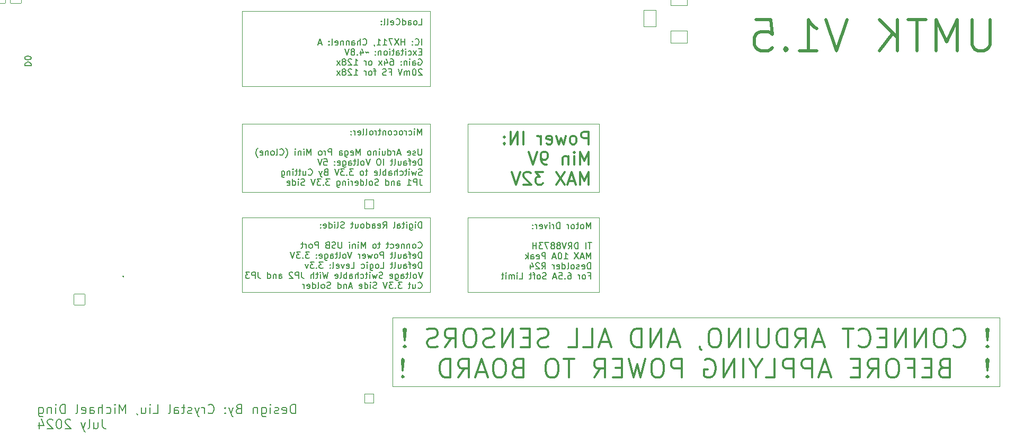
<source format=gbo>
G04 #@! TF.GenerationSoftware,KiCad,Pcbnew,8.0.3*
G04 #@! TF.CreationDate,2024-07-06T19:44:18-04:00*
G04 #@! TF.ProjectId,UMTK,554d544b-2e6b-4696-9361-645f70636258,rev?*
G04 #@! TF.SameCoordinates,Original*
G04 #@! TF.FileFunction,Legend,Bot*
G04 #@! TF.FilePolarity,Positive*
%FSLAX46Y46*%
G04 Gerber Fmt 4.6, Leading zero omitted, Abs format (unit mm)*
G04 Created by KiCad (PCBNEW 8.0.3) date 2024-07-06 19:44:18*
%MOMM*%
%LPD*%
G01*
G04 APERTURE LIST*
G04 Aperture macros list*
%AMRoundRect*
0 Rectangle with rounded corners*
0 $1 Rounding radius*
0 $2 $3 $4 $5 $6 $7 $8 $9 X,Y pos of 4 corners*
0 Add a 4 corners polygon primitive as box body*
4,1,4,$2,$3,$4,$5,$6,$7,$8,$9,$2,$3,0*
0 Add four circle primitives for the rounded corners*
1,1,$1+$1,$2,$3*
1,1,$1+$1,$4,$5*
1,1,$1+$1,$6,$7*
1,1,$1+$1,$8,$9*
0 Add four rect primitives between the rounded corners*
20,1,$1+$1,$2,$3,$4,$5,0*
20,1,$1+$1,$4,$5,$6,$7,0*
20,1,$1+$1,$6,$7,$8,$9,0*
20,1,$1+$1,$8,$9,$2,$3,0*%
G04 Aperture macros list end*
%ADD10C,0.120000*%
%ADD11C,0.150000*%
%ADD12C,0.300000*%
%ADD13C,0.200000*%
%ADD14C,0.500000*%
%ADD15RoundRect,0.263889X0.686111X1.586111X-0.686111X1.586111X-0.686111X-1.586111X0.686111X-1.586111X0*%
%ADD16O,1.900000X3.700000*%
%ADD17C,4.100000*%
%ADD18RoundRect,0.050000X-1.300000X-1.000000X1.300000X-1.000000X1.300000X1.000000X-1.300000X1.000000X0*%
%ADD19RoundRect,0.050000X-1.000000X-1.300000X1.000000X-1.300000X1.000000X1.300000X-1.000000X1.300000X0*%
%ADD20RoundRect,0.050000X0.750000X-0.750000X0.750000X0.750000X-0.750000X0.750000X-0.750000X-0.750000X0*%
%ADD21C,1.600000*%
%ADD22C,1.000000*%
%ADD23C,3.300000*%
%ADD24O,1.827200X1.827200*%
%ADD25RoundRect,0.050000X-0.863600X0.863600X-0.863600X-0.863600X0.863600X-0.863600X0.863600X0.863600X0*%
G04 APERTURE END LIST*
D10*
X99000000Y-63000000D02*
X120000000Y-63000000D01*
X120000000Y-75000000D01*
X99000000Y-75000000D01*
X99000000Y-63000000D01*
D11*
X118663220Y-64820099D02*
X118663220Y-63820099D01*
X118663220Y-63820099D02*
X118329887Y-64534384D01*
X118329887Y-64534384D02*
X117996554Y-63820099D01*
X117996554Y-63820099D02*
X117996554Y-64820099D01*
X117377506Y-64820099D02*
X117472744Y-64772480D01*
X117472744Y-64772480D02*
X117520363Y-64724860D01*
X117520363Y-64724860D02*
X117567982Y-64629622D01*
X117567982Y-64629622D02*
X117567982Y-64343908D01*
X117567982Y-64343908D02*
X117520363Y-64248670D01*
X117520363Y-64248670D02*
X117472744Y-64201051D01*
X117472744Y-64201051D02*
X117377506Y-64153432D01*
X117377506Y-64153432D02*
X117234649Y-64153432D01*
X117234649Y-64153432D02*
X117139411Y-64201051D01*
X117139411Y-64201051D02*
X117091792Y-64248670D01*
X117091792Y-64248670D02*
X117044173Y-64343908D01*
X117044173Y-64343908D02*
X117044173Y-64629622D01*
X117044173Y-64629622D02*
X117091792Y-64724860D01*
X117091792Y-64724860D02*
X117139411Y-64772480D01*
X117139411Y-64772480D02*
X117234649Y-64820099D01*
X117234649Y-64820099D02*
X117377506Y-64820099D01*
X116758458Y-64153432D02*
X116377506Y-64153432D01*
X116615601Y-63820099D02*
X116615601Y-64677241D01*
X116615601Y-64677241D02*
X116567982Y-64772480D01*
X116567982Y-64772480D02*
X116472744Y-64820099D01*
X116472744Y-64820099D02*
X116377506Y-64820099D01*
X115901315Y-64820099D02*
X115996553Y-64772480D01*
X115996553Y-64772480D02*
X116044172Y-64724860D01*
X116044172Y-64724860D02*
X116091791Y-64629622D01*
X116091791Y-64629622D02*
X116091791Y-64343908D01*
X116091791Y-64343908D02*
X116044172Y-64248670D01*
X116044172Y-64248670D02*
X115996553Y-64201051D01*
X115996553Y-64201051D02*
X115901315Y-64153432D01*
X115901315Y-64153432D02*
X115758458Y-64153432D01*
X115758458Y-64153432D02*
X115663220Y-64201051D01*
X115663220Y-64201051D02*
X115615601Y-64248670D01*
X115615601Y-64248670D02*
X115567982Y-64343908D01*
X115567982Y-64343908D02*
X115567982Y-64629622D01*
X115567982Y-64629622D02*
X115615601Y-64724860D01*
X115615601Y-64724860D02*
X115663220Y-64772480D01*
X115663220Y-64772480D02*
X115758458Y-64820099D01*
X115758458Y-64820099D02*
X115901315Y-64820099D01*
X115139410Y-64820099D02*
X115139410Y-64153432D01*
X115139410Y-64343908D02*
X115091791Y-64248670D01*
X115091791Y-64248670D02*
X115044172Y-64201051D01*
X115044172Y-64201051D02*
X114948934Y-64153432D01*
X114948934Y-64153432D02*
X114853696Y-64153432D01*
X113758457Y-64820099D02*
X113758457Y-63820099D01*
X113758457Y-63820099D02*
X113520362Y-63820099D01*
X113520362Y-63820099D02*
X113377505Y-63867718D01*
X113377505Y-63867718D02*
X113282267Y-63962956D01*
X113282267Y-63962956D02*
X113234648Y-64058194D01*
X113234648Y-64058194D02*
X113187029Y-64248670D01*
X113187029Y-64248670D02*
X113187029Y-64391527D01*
X113187029Y-64391527D02*
X113234648Y-64582003D01*
X113234648Y-64582003D02*
X113282267Y-64677241D01*
X113282267Y-64677241D02*
X113377505Y-64772480D01*
X113377505Y-64772480D02*
X113520362Y-64820099D01*
X113520362Y-64820099D02*
X113758457Y-64820099D01*
X112758457Y-64820099D02*
X112758457Y-64153432D01*
X112758457Y-64343908D02*
X112710838Y-64248670D01*
X112710838Y-64248670D02*
X112663219Y-64201051D01*
X112663219Y-64201051D02*
X112567981Y-64153432D01*
X112567981Y-64153432D02*
X112472743Y-64153432D01*
X112139409Y-64820099D02*
X112139409Y-64153432D01*
X112139409Y-63820099D02*
X112187028Y-63867718D01*
X112187028Y-63867718D02*
X112139409Y-63915337D01*
X112139409Y-63915337D02*
X112091790Y-63867718D01*
X112091790Y-63867718D02*
X112139409Y-63820099D01*
X112139409Y-63820099D02*
X112139409Y-63915337D01*
X111758457Y-64153432D02*
X111520362Y-64820099D01*
X111520362Y-64820099D02*
X111282267Y-64153432D01*
X110520362Y-64772480D02*
X110615600Y-64820099D01*
X110615600Y-64820099D02*
X110806076Y-64820099D01*
X110806076Y-64820099D02*
X110901314Y-64772480D01*
X110901314Y-64772480D02*
X110948933Y-64677241D01*
X110948933Y-64677241D02*
X110948933Y-64296289D01*
X110948933Y-64296289D02*
X110901314Y-64201051D01*
X110901314Y-64201051D02*
X110806076Y-64153432D01*
X110806076Y-64153432D02*
X110615600Y-64153432D01*
X110615600Y-64153432D02*
X110520362Y-64201051D01*
X110520362Y-64201051D02*
X110472743Y-64296289D01*
X110472743Y-64296289D02*
X110472743Y-64391527D01*
X110472743Y-64391527D02*
X110948933Y-64486765D01*
X110044171Y-64820099D02*
X110044171Y-64153432D01*
X110044171Y-64343908D02*
X109996552Y-64248670D01*
X109996552Y-64248670D02*
X109948933Y-64201051D01*
X109948933Y-64201051D02*
X109853695Y-64153432D01*
X109853695Y-64153432D02*
X109758457Y-64153432D01*
X109425123Y-64724860D02*
X109377504Y-64772480D01*
X109377504Y-64772480D02*
X109425123Y-64820099D01*
X109425123Y-64820099D02*
X109472742Y-64772480D01*
X109472742Y-64772480D02*
X109425123Y-64724860D01*
X109425123Y-64724860D02*
X109425123Y-64820099D01*
X109425123Y-64201051D02*
X109377504Y-64248670D01*
X109377504Y-64248670D02*
X109425123Y-64296289D01*
X109425123Y-64296289D02*
X109472742Y-64248670D01*
X109472742Y-64248670D02*
X109425123Y-64201051D01*
X109425123Y-64201051D02*
X109425123Y-64296289D01*
X118806077Y-67039987D02*
X118234649Y-67039987D01*
X118520363Y-68039987D02*
X118520363Y-67039987D01*
X117901315Y-68039987D02*
X117901315Y-67039987D01*
X116663220Y-68039987D02*
X116663220Y-67039987D01*
X116663220Y-67039987D02*
X116425125Y-67039987D01*
X116425125Y-67039987D02*
X116282268Y-67087606D01*
X116282268Y-67087606D02*
X116187030Y-67182844D01*
X116187030Y-67182844D02*
X116139411Y-67278082D01*
X116139411Y-67278082D02*
X116091792Y-67468558D01*
X116091792Y-67468558D02*
X116091792Y-67611415D01*
X116091792Y-67611415D02*
X116139411Y-67801891D01*
X116139411Y-67801891D02*
X116187030Y-67897129D01*
X116187030Y-67897129D02*
X116282268Y-67992368D01*
X116282268Y-67992368D02*
X116425125Y-68039987D01*
X116425125Y-68039987D02*
X116663220Y-68039987D01*
X115091792Y-68039987D02*
X115425125Y-67563796D01*
X115663220Y-68039987D02*
X115663220Y-67039987D01*
X115663220Y-67039987D02*
X115282268Y-67039987D01*
X115282268Y-67039987D02*
X115187030Y-67087606D01*
X115187030Y-67087606D02*
X115139411Y-67135225D01*
X115139411Y-67135225D02*
X115091792Y-67230463D01*
X115091792Y-67230463D02*
X115091792Y-67373320D01*
X115091792Y-67373320D02*
X115139411Y-67468558D01*
X115139411Y-67468558D02*
X115187030Y-67516177D01*
X115187030Y-67516177D02*
X115282268Y-67563796D01*
X115282268Y-67563796D02*
X115663220Y-67563796D01*
X114806077Y-67039987D02*
X114472744Y-68039987D01*
X114472744Y-68039987D02*
X114139411Y-67039987D01*
X113663220Y-67468558D02*
X113758458Y-67420939D01*
X113758458Y-67420939D02*
X113806077Y-67373320D01*
X113806077Y-67373320D02*
X113853696Y-67278082D01*
X113853696Y-67278082D02*
X113853696Y-67230463D01*
X113853696Y-67230463D02*
X113806077Y-67135225D01*
X113806077Y-67135225D02*
X113758458Y-67087606D01*
X113758458Y-67087606D02*
X113663220Y-67039987D01*
X113663220Y-67039987D02*
X113472744Y-67039987D01*
X113472744Y-67039987D02*
X113377506Y-67087606D01*
X113377506Y-67087606D02*
X113329887Y-67135225D01*
X113329887Y-67135225D02*
X113282268Y-67230463D01*
X113282268Y-67230463D02*
X113282268Y-67278082D01*
X113282268Y-67278082D02*
X113329887Y-67373320D01*
X113329887Y-67373320D02*
X113377506Y-67420939D01*
X113377506Y-67420939D02*
X113472744Y-67468558D01*
X113472744Y-67468558D02*
X113663220Y-67468558D01*
X113663220Y-67468558D02*
X113758458Y-67516177D01*
X113758458Y-67516177D02*
X113806077Y-67563796D01*
X113806077Y-67563796D02*
X113853696Y-67659034D01*
X113853696Y-67659034D02*
X113853696Y-67849510D01*
X113853696Y-67849510D02*
X113806077Y-67944748D01*
X113806077Y-67944748D02*
X113758458Y-67992368D01*
X113758458Y-67992368D02*
X113663220Y-68039987D01*
X113663220Y-68039987D02*
X113472744Y-68039987D01*
X113472744Y-68039987D02*
X113377506Y-67992368D01*
X113377506Y-67992368D02*
X113329887Y-67944748D01*
X113329887Y-67944748D02*
X113282268Y-67849510D01*
X113282268Y-67849510D02*
X113282268Y-67659034D01*
X113282268Y-67659034D02*
X113329887Y-67563796D01*
X113329887Y-67563796D02*
X113377506Y-67516177D01*
X113377506Y-67516177D02*
X113472744Y-67468558D01*
X112710839Y-67468558D02*
X112806077Y-67420939D01*
X112806077Y-67420939D02*
X112853696Y-67373320D01*
X112853696Y-67373320D02*
X112901315Y-67278082D01*
X112901315Y-67278082D02*
X112901315Y-67230463D01*
X112901315Y-67230463D02*
X112853696Y-67135225D01*
X112853696Y-67135225D02*
X112806077Y-67087606D01*
X112806077Y-67087606D02*
X112710839Y-67039987D01*
X112710839Y-67039987D02*
X112520363Y-67039987D01*
X112520363Y-67039987D02*
X112425125Y-67087606D01*
X112425125Y-67087606D02*
X112377506Y-67135225D01*
X112377506Y-67135225D02*
X112329887Y-67230463D01*
X112329887Y-67230463D02*
X112329887Y-67278082D01*
X112329887Y-67278082D02*
X112377506Y-67373320D01*
X112377506Y-67373320D02*
X112425125Y-67420939D01*
X112425125Y-67420939D02*
X112520363Y-67468558D01*
X112520363Y-67468558D02*
X112710839Y-67468558D01*
X112710839Y-67468558D02*
X112806077Y-67516177D01*
X112806077Y-67516177D02*
X112853696Y-67563796D01*
X112853696Y-67563796D02*
X112901315Y-67659034D01*
X112901315Y-67659034D02*
X112901315Y-67849510D01*
X112901315Y-67849510D02*
X112853696Y-67944748D01*
X112853696Y-67944748D02*
X112806077Y-67992368D01*
X112806077Y-67992368D02*
X112710839Y-68039987D01*
X112710839Y-68039987D02*
X112520363Y-68039987D01*
X112520363Y-68039987D02*
X112425125Y-67992368D01*
X112425125Y-67992368D02*
X112377506Y-67944748D01*
X112377506Y-67944748D02*
X112329887Y-67849510D01*
X112329887Y-67849510D02*
X112329887Y-67659034D01*
X112329887Y-67659034D02*
X112377506Y-67563796D01*
X112377506Y-67563796D02*
X112425125Y-67516177D01*
X112425125Y-67516177D02*
X112520363Y-67468558D01*
X111996553Y-67039987D02*
X111329887Y-67039987D01*
X111329887Y-67039987D02*
X111758458Y-68039987D01*
X111044172Y-67039987D02*
X110425125Y-67039987D01*
X110425125Y-67039987D02*
X110758458Y-67420939D01*
X110758458Y-67420939D02*
X110615601Y-67420939D01*
X110615601Y-67420939D02*
X110520363Y-67468558D01*
X110520363Y-67468558D02*
X110472744Y-67516177D01*
X110472744Y-67516177D02*
X110425125Y-67611415D01*
X110425125Y-67611415D02*
X110425125Y-67849510D01*
X110425125Y-67849510D02*
X110472744Y-67944748D01*
X110472744Y-67944748D02*
X110520363Y-67992368D01*
X110520363Y-67992368D02*
X110615601Y-68039987D01*
X110615601Y-68039987D02*
X110901315Y-68039987D01*
X110901315Y-68039987D02*
X110996553Y-67992368D01*
X110996553Y-67992368D02*
X111044172Y-67944748D01*
X109996553Y-68039987D02*
X109996553Y-67039987D01*
X109996553Y-67516177D02*
X109425125Y-67516177D01*
X109425125Y-68039987D02*
X109425125Y-67039987D01*
X118663220Y-69649931D02*
X118663220Y-68649931D01*
X118663220Y-68649931D02*
X118329887Y-69364216D01*
X118329887Y-69364216D02*
X117996554Y-68649931D01*
X117996554Y-68649931D02*
X117996554Y-69649931D01*
X117567982Y-69364216D02*
X117091792Y-69364216D01*
X117663220Y-69649931D02*
X117329887Y-68649931D01*
X117329887Y-68649931D02*
X116996554Y-69649931D01*
X116758458Y-68649931D02*
X116091792Y-69649931D01*
X116091792Y-68649931D02*
X116758458Y-69649931D01*
X114425125Y-69649931D02*
X114996553Y-69649931D01*
X114710839Y-69649931D02*
X114710839Y-68649931D01*
X114710839Y-68649931D02*
X114806077Y-68792788D01*
X114806077Y-68792788D02*
X114901315Y-68888026D01*
X114901315Y-68888026D02*
X114996553Y-68935645D01*
X113806077Y-68649931D02*
X113710839Y-68649931D01*
X113710839Y-68649931D02*
X113615601Y-68697550D01*
X113615601Y-68697550D02*
X113567982Y-68745169D01*
X113567982Y-68745169D02*
X113520363Y-68840407D01*
X113520363Y-68840407D02*
X113472744Y-69030883D01*
X113472744Y-69030883D02*
X113472744Y-69268978D01*
X113472744Y-69268978D02*
X113520363Y-69459454D01*
X113520363Y-69459454D02*
X113567982Y-69554692D01*
X113567982Y-69554692D02*
X113615601Y-69602312D01*
X113615601Y-69602312D02*
X113710839Y-69649931D01*
X113710839Y-69649931D02*
X113806077Y-69649931D01*
X113806077Y-69649931D02*
X113901315Y-69602312D01*
X113901315Y-69602312D02*
X113948934Y-69554692D01*
X113948934Y-69554692D02*
X113996553Y-69459454D01*
X113996553Y-69459454D02*
X114044172Y-69268978D01*
X114044172Y-69268978D02*
X114044172Y-69030883D01*
X114044172Y-69030883D02*
X113996553Y-68840407D01*
X113996553Y-68840407D02*
X113948934Y-68745169D01*
X113948934Y-68745169D02*
X113901315Y-68697550D01*
X113901315Y-68697550D02*
X113806077Y-68649931D01*
X113091791Y-69364216D02*
X112615601Y-69364216D01*
X113187029Y-69649931D02*
X112853696Y-68649931D01*
X112853696Y-68649931D02*
X112520363Y-69649931D01*
X111425124Y-69649931D02*
X111425124Y-68649931D01*
X111425124Y-68649931D02*
X111044172Y-68649931D01*
X111044172Y-68649931D02*
X110948934Y-68697550D01*
X110948934Y-68697550D02*
X110901315Y-68745169D01*
X110901315Y-68745169D02*
X110853696Y-68840407D01*
X110853696Y-68840407D02*
X110853696Y-68983264D01*
X110853696Y-68983264D02*
X110901315Y-69078502D01*
X110901315Y-69078502D02*
X110948934Y-69126121D01*
X110948934Y-69126121D02*
X111044172Y-69173740D01*
X111044172Y-69173740D02*
X111425124Y-69173740D01*
X110044172Y-69602312D02*
X110139410Y-69649931D01*
X110139410Y-69649931D02*
X110329886Y-69649931D01*
X110329886Y-69649931D02*
X110425124Y-69602312D01*
X110425124Y-69602312D02*
X110472743Y-69507073D01*
X110472743Y-69507073D02*
X110472743Y-69126121D01*
X110472743Y-69126121D02*
X110425124Y-69030883D01*
X110425124Y-69030883D02*
X110329886Y-68983264D01*
X110329886Y-68983264D02*
X110139410Y-68983264D01*
X110139410Y-68983264D02*
X110044172Y-69030883D01*
X110044172Y-69030883D02*
X109996553Y-69126121D01*
X109996553Y-69126121D02*
X109996553Y-69221359D01*
X109996553Y-69221359D02*
X110472743Y-69316597D01*
X109139410Y-69649931D02*
X109139410Y-69126121D01*
X109139410Y-69126121D02*
X109187029Y-69030883D01*
X109187029Y-69030883D02*
X109282267Y-68983264D01*
X109282267Y-68983264D02*
X109472743Y-68983264D01*
X109472743Y-68983264D02*
X109567981Y-69030883D01*
X109139410Y-69602312D02*
X109234648Y-69649931D01*
X109234648Y-69649931D02*
X109472743Y-69649931D01*
X109472743Y-69649931D02*
X109567981Y-69602312D01*
X109567981Y-69602312D02*
X109615600Y-69507073D01*
X109615600Y-69507073D02*
X109615600Y-69411835D01*
X109615600Y-69411835D02*
X109567981Y-69316597D01*
X109567981Y-69316597D02*
X109472743Y-69268978D01*
X109472743Y-69268978D02*
X109234648Y-69268978D01*
X109234648Y-69268978D02*
X109139410Y-69221359D01*
X108663219Y-69649931D02*
X108663219Y-68649931D01*
X108567981Y-69268978D02*
X108282267Y-69649931D01*
X108282267Y-68983264D02*
X108663219Y-69364216D01*
X118663220Y-71259875D02*
X118663220Y-70259875D01*
X118663220Y-70259875D02*
X118425125Y-70259875D01*
X118425125Y-70259875D02*
X118282268Y-70307494D01*
X118282268Y-70307494D02*
X118187030Y-70402732D01*
X118187030Y-70402732D02*
X118139411Y-70497970D01*
X118139411Y-70497970D02*
X118091792Y-70688446D01*
X118091792Y-70688446D02*
X118091792Y-70831303D01*
X118091792Y-70831303D02*
X118139411Y-71021779D01*
X118139411Y-71021779D02*
X118187030Y-71117017D01*
X118187030Y-71117017D02*
X118282268Y-71212256D01*
X118282268Y-71212256D02*
X118425125Y-71259875D01*
X118425125Y-71259875D02*
X118663220Y-71259875D01*
X117282268Y-71212256D02*
X117377506Y-71259875D01*
X117377506Y-71259875D02*
X117567982Y-71259875D01*
X117567982Y-71259875D02*
X117663220Y-71212256D01*
X117663220Y-71212256D02*
X117710839Y-71117017D01*
X117710839Y-71117017D02*
X117710839Y-70736065D01*
X117710839Y-70736065D02*
X117663220Y-70640827D01*
X117663220Y-70640827D02*
X117567982Y-70593208D01*
X117567982Y-70593208D02*
X117377506Y-70593208D01*
X117377506Y-70593208D02*
X117282268Y-70640827D01*
X117282268Y-70640827D02*
X117234649Y-70736065D01*
X117234649Y-70736065D02*
X117234649Y-70831303D01*
X117234649Y-70831303D02*
X117710839Y-70926541D01*
X116853696Y-71212256D02*
X116758458Y-71259875D01*
X116758458Y-71259875D02*
X116567982Y-71259875D01*
X116567982Y-71259875D02*
X116472744Y-71212256D01*
X116472744Y-71212256D02*
X116425125Y-71117017D01*
X116425125Y-71117017D02*
X116425125Y-71069398D01*
X116425125Y-71069398D02*
X116472744Y-70974160D01*
X116472744Y-70974160D02*
X116567982Y-70926541D01*
X116567982Y-70926541D02*
X116710839Y-70926541D01*
X116710839Y-70926541D02*
X116806077Y-70878922D01*
X116806077Y-70878922D02*
X116853696Y-70783684D01*
X116853696Y-70783684D02*
X116853696Y-70736065D01*
X116853696Y-70736065D02*
X116806077Y-70640827D01*
X116806077Y-70640827D02*
X116710839Y-70593208D01*
X116710839Y-70593208D02*
X116567982Y-70593208D01*
X116567982Y-70593208D02*
X116472744Y-70640827D01*
X115853696Y-71259875D02*
X115948934Y-71212256D01*
X115948934Y-71212256D02*
X115996553Y-71164636D01*
X115996553Y-71164636D02*
X116044172Y-71069398D01*
X116044172Y-71069398D02*
X116044172Y-70783684D01*
X116044172Y-70783684D02*
X115996553Y-70688446D01*
X115996553Y-70688446D02*
X115948934Y-70640827D01*
X115948934Y-70640827D02*
X115853696Y-70593208D01*
X115853696Y-70593208D02*
X115710839Y-70593208D01*
X115710839Y-70593208D02*
X115615601Y-70640827D01*
X115615601Y-70640827D02*
X115567982Y-70688446D01*
X115567982Y-70688446D02*
X115520363Y-70783684D01*
X115520363Y-70783684D02*
X115520363Y-71069398D01*
X115520363Y-71069398D02*
X115567982Y-71164636D01*
X115567982Y-71164636D02*
X115615601Y-71212256D01*
X115615601Y-71212256D02*
X115710839Y-71259875D01*
X115710839Y-71259875D02*
X115853696Y-71259875D01*
X114948934Y-71259875D02*
X115044172Y-71212256D01*
X115044172Y-71212256D02*
X115091791Y-71117017D01*
X115091791Y-71117017D02*
X115091791Y-70259875D01*
X114139410Y-71259875D02*
X114139410Y-70259875D01*
X114139410Y-71212256D02*
X114234648Y-71259875D01*
X114234648Y-71259875D02*
X114425124Y-71259875D01*
X114425124Y-71259875D02*
X114520362Y-71212256D01*
X114520362Y-71212256D02*
X114567981Y-71164636D01*
X114567981Y-71164636D02*
X114615600Y-71069398D01*
X114615600Y-71069398D02*
X114615600Y-70783684D01*
X114615600Y-70783684D02*
X114567981Y-70688446D01*
X114567981Y-70688446D02*
X114520362Y-70640827D01*
X114520362Y-70640827D02*
X114425124Y-70593208D01*
X114425124Y-70593208D02*
X114234648Y-70593208D01*
X114234648Y-70593208D02*
X114139410Y-70640827D01*
X113282267Y-71212256D02*
X113377505Y-71259875D01*
X113377505Y-71259875D02*
X113567981Y-71259875D01*
X113567981Y-71259875D02*
X113663219Y-71212256D01*
X113663219Y-71212256D02*
X113710838Y-71117017D01*
X113710838Y-71117017D02*
X113710838Y-70736065D01*
X113710838Y-70736065D02*
X113663219Y-70640827D01*
X113663219Y-70640827D02*
X113567981Y-70593208D01*
X113567981Y-70593208D02*
X113377505Y-70593208D01*
X113377505Y-70593208D02*
X113282267Y-70640827D01*
X113282267Y-70640827D02*
X113234648Y-70736065D01*
X113234648Y-70736065D02*
X113234648Y-70831303D01*
X113234648Y-70831303D02*
X113710838Y-70926541D01*
X112806076Y-71259875D02*
X112806076Y-70593208D01*
X112806076Y-70783684D02*
X112758457Y-70688446D01*
X112758457Y-70688446D02*
X112710838Y-70640827D01*
X112710838Y-70640827D02*
X112615600Y-70593208D01*
X112615600Y-70593208D02*
X112520362Y-70593208D01*
X110853695Y-71259875D02*
X111187028Y-70783684D01*
X111425123Y-71259875D02*
X111425123Y-70259875D01*
X111425123Y-70259875D02*
X111044171Y-70259875D01*
X111044171Y-70259875D02*
X110948933Y-70307494D01*
X110948933Y-70307494D02*
X110901314Y-70355113D01*
X110901314Y-70355113D02*
X110853695Y-70450351D01*
X110853695Y-70450351D02*
X110853695Y-70593208D01*
X110853695Y-70593208D02*
X110901314Y-70688446D01*
X110901314Y-70688446D02*
X110948933Y-70736065D01*
X110948933Y-70736065D02*
X111044171Y-70783684D01*
X111044171Y-70783684D02*
X111425123Y-70783684D01*
X110472742Y-70355113D02*
X110425123Y-70307494D01*
X110425123Y-70307494D02*
X110329885Y-70259875D01*
X110329885Y-70259875D02*
X110091790Y-70259875D01*
X110091790Y-70259875D02*
X109996552Y-70307494D01*
X109996552Y-70307494D02*
X109948933Y-70355113D01*
X109948933Y-70355113D02*
X109901314Y-70450351D01*
X109901314Y-70450351D02*
X109901314Y-70545589D01*
X109901314Y-70545589D02*
X109948933Y-70688446D01*
X109948933Y-70688446D02*
X110520361Y-71259875D01*
X110520361Y-71259875D02*
X109901314Y-71259875D01*
X109044171Y-70593208D02*
X109044171Y-71259875D01*
X109282266Y-70212256D02*
X109520361Y-70926541D01*
X109520361Y-70926541D02*
X108901314Y-70926541D01*
X118329887Y-72346009D02*
X118663220Y-72346009D01*
X118663220Y-72869819D02*
X118663220Y-71869819D01*
X118663220Y-71869819D02*
X118187030Y-71869819D01*
X117663220Y-72869819D02*
X117758458Y-72822200D01*
X117758458Y-72822200D02*
X117806077Y-72774580D01*
X117806077Y-72774580D02*
X117853696Y-72679342D01*
X117853696Y-72679342D02*
X117853696Y-72393628D01*
X117853696Y-72393628D02*
X117806077Y-72298390D01*
X117806077Y-72298390D02*
X117758458Y-72250771D01*
X117758458Y-72250771D02*
X117663220Y-72203152D01*
X117663220Y-72203152D02*
X117520363Y-72203152D01*
X117520363Y-72203152D02*
X117425125Y-72250771D01*
X117425125Y-72250771D02*
X117377506Y-72298390D01*
X117377506Y-72298390D02*
X117329887Y-72393628D01*
X117329887Y-72393628D02*
X117329887Y-72679342D01*
X117329887Y-72679342D02*
X117377506Y-72774580D01*
X117377506Y-72774580D02*
X117425125Y-72822200D01*
X117425125Y-72822200D02*
X117520363Y-72869819D01*
X117520363Y-72869819D02*
X117663220Y-72869819D01*
X116901315Y-72869819D02*
X116901315Y-72203152D01*
X116901315Y-72393628D02*
X116853696Y-72298390D01*
X116853696Y-72298390D02*
X116806077Y-72250771D01*
X116806077Y-72250771D02*
X116710839Y-72203152D01*
X116710839Y-72203152D02*
X116615601Y-72203152D01*
X115091791Y-71869819D02*
X115282267Y-71869819D01*
X115282267Y-71869819D02*
X115377505Y-71917438D01*
X115377505Y-71917438D02*
X115425124Y-71965057D01*
X115425124Y-71965057D02*
X115520362Y-72107914D01*
X115520362Y-72107914D02*
X115567981Y-72298390D01*
X115567981Y-72298390D02*
X115567981Y-72679342D01*
X115567981Y-72679342D02*
X115520362Y-72774580D01*
X115520362Y-72774580D02*
X115472743Y-72822200D01*
X115472743Y-72822200D02*
X115377505Y-72869819D01*
X115377505Y-72869819D02*
X115187029Y-72869819D01*
X115187029Y-72869819D02*
X115091791Y-72822200D01*
X115091791Y-72822200D02*
X115044172Y-72774580D01*
X115044172Y-72774580D02*
X114996553Y-72679342D01*
X114996553Y-72679342D02*
X114996553Y-72441247D01*
X114996553Y-72441247D02*
X115044172Y-72346009D01*
X115044172Y-72346009D02*
X115091791Y-72298390D01*
X115091791Y-72298390D02*
X115187029Y-72250771D01*
X115187029Y-72250771D02*
X115377505Y-72250771D01*
X115377505Y-72250771D02*
X115472743Y-72298390D01*
X115472743Y-72298390D02*
X115520362Y-72346009D01*
X115520362Y-72346009D02*
X115567981Y-72441247D01*
X114567981Y-72774580D02*
X114520362Y-72822200D01*
X114520362Y-72822200D02*
X114567981Y-72869819D01*
X114567981Y-72869819D02*
X114615600Y-72822200D01*
X114615600Y-72822200D02*
X114567981Y-72774580D01*
X114567981Y-72774580D02*
X114567981Y-72869819D01*
X113615601Y-71869819D02*
X114091791Y-71869819D01*
X114091791Y-71869819D02*
X114139410Y-72346009D01*
X114139410Y-72346009D02*
X114091791Y-72298390D01*
X114091791Y-72298390D02*
X113996553Y-72250771D01*
X113996553Y-72250771D02*
X113758458Y-72250771D01*
X113758458Y-72250771D02*
X113663220Y-72298390D01*
X113663220Y-72298390D02*
X113615601Y-72346009D01*
X113615601Y-72346009D02*
X113567982Y-72441247D01*
X113567982Y-72441247D02*
X113567982Y-72679342D01*
X113567982Y-72679342D02*
X113615601Y-72774580D01*
X113615601Y-72774580D02*
X113663220Y-72822200D01*
X113663220Y-72822200D02*
X113758458Y-72869819D01*
X113758458Y-72869819D02*
X113996553Y-72869819D01*
X113996553Y-72869819D02*
X114091791Y-72822200D01*
X114091791Y-72822200D02*
X114139410Y-72774580D01*
X113187029Y-72584104D02*
X112710839Y-72584104D01*
X113282267Y-72869819D02*
X112948934Y-71869819D01*
X112948934Y-71869819D02*
X112615601Y-72869819D01*
X111567981Y-72822200D02*
X111425124Y-72869819D01*
X111425124Y-72869819D02*
X111187029Y-72869819D01*
X111187029Y-72869819D02*
X111091791Y-72822200D01*
X111091791Y-72822200D02*
X111044172Y-72774580D01*
X111044172Y-72774580D02*
X110996553Y-72679342D01*
X110996553Y-72679342D02*
X110996553Y-72584104D01*
X110996553Y-72584104D02*
X111044172Y-72488866D01*
X111044172Y-72488866D02*
X111091791Y-72441247D01*
X111091791Y-72441247D02*
X111187029Y-72393628D01*
X111187029Y-72393628D02*
X111377505Y-72346009D01*
X111377505Y-72346009D02*
X111472743Y-72298390D01*
X111472743Y-72298390D02*
X111520362Y-72250771D01*
X111520362Y-72250771D02*
X111567981Y-72155533D01*
X111567981Y-72155533D02*
X111567981Y-72060295D01*
X111567981Y-72060295D02*
X111520362Y-71965057D01*
X111520362Y-71965057D02*
X111472743Y-71917438D01*
X111472743Y-71917438D02*
X111377505Y-71869819D01*
X111377505Y-71869819D02*
X111139410Y-71869819D01*
X111139410Y-71869819D02*
X110996553Y-71917438D01*
X110425124Y-72869819D02*
X110520362Y-72822200D01*
X110520362Y-72822200D02*
X110567981Y-72774580D01*
X110567981Y-72774580D02*
X110615600Y-72679342D01*
X110615600Y-72679342D02*
X110615600Y-72393628D01*
X110615600Y-72393628D02*
X110567981Y-72298390D01*
X110567981Y-72298390D02*
X110520362Y-72250771D01*
X110520362Y-72250771D02*
X110425124Y-72203152D01*
X110425124Y-72203152D02*
X110282267Y-72203152D01*
X110282267Y-72203152D02*
X110187029Y-72250771D01*
X110187029Y-72250771D02*
X110139410Y-72298390D01*
X110139410Y-72298390D02*
X110091791Y-72393628D01*
X110091791Y-72393628D02*
X110091791Y-72679342D01*
X110091791Y-72679342D02*
X110139410Y-72774580D01*
X110139410Y-72774580D02*
X110187029Y-72822200D01*
X110187029Y-72822200D02*
X110282267Y-72869819D01*
X110282267Y-72869819D02*
X110425124Y-72869819D01*
X109806076Y-72203152D02*
X109425124Y-72203152D01*
X109663219Y-72869819D02*
X109663219Y-72012676D01*
X109663219Y-72012676D02*
X109615600Y-71917438D01*
X109615600Y-71917438D02*
X109520362Y-71869819D01*
X109520362Y-71869819D02*
X109425124Y-71869819D01*
X109234647Y-72203152D02*
X108853695Y-72203152D01*
X109091790Y-71869819D02*
X109091790Y-72726961D01*
X109091790Y-72726961D02*
X109044171Y-72822200D01*
X109044171Y-72822200D02*
X108948933Y-72869819D01*
X108948933Y-72869819D02*
X108853695Y-72869819D01*
X107282266Y-72869819D02*
X107758456Y-72869819D01*
X107758456Y-72869819D02*
X107758456Y-71869819D01*
X106948932Y-72869819D02*
X106948932Y-72203152D01*
X106948932Y-71869819D02*
X106996551Y-71917438D01*
X106996551Y-71917438D02*
X106948932Y-71965057D01*
X106948932Y-71965057D02*
X106901313Y-71917438D01*
X106901313Y-71917438D02*
X106948932Y-71869819D01*
X106948932Y-71869819D02*
X106948932Y-71965057D01*
X106472742Y-72869819D02*
X106472742Y-72203152D01*
X106472742Y-72298390D02*
X106425123Y-72250771D01*
X106425123Y-72250771D02*
X106329885Y-72203152D01*
X106329885Y-72203152D02*
X106187028Y-72203152D01*
X106187028Y-72203152D02*
X106091790Y-72250771D01*
X106091790Y-72250771D02*
X106044171Y-72346009D01*
X106044171Y-72346009D02*
X106044171Y-72869819D01*
X106044171Y-72346009D02*
X105996552Y-72250771D01*
X105996552Y-72250771D02*
X105901314Y-72203152D01*
X105901314Y-72203152D02*
X105758457Y-72203152D01*
X105758457Y-72203152D02*
X105663218Y-72250771D01*
X105663218Y-72250771D02*
X105615599Y-72346009D01*
X105615599Y-72346009D02*
X105615599Y-72869819D01*
X105139409Y-72869819D02*
X105139409Y-72203152D01*
X105139409Y-71869819D02*
X105187028Y-71917438D01*
X105187028Y-71917438D02*
X105139409Y-71965057D01*
X105139409Y-71965057D02*
X105091790Y-71917438D01*
X105091790Y-71917438D02*
X105139409Y-71869819D01*
X105139409Y-71869819D02*
X105139409Y-71965057D01*
X104806076Y-72203152D02*
X104425124Y-72203152D01*
X104663219Y-71869819D02*
X104663219Y-72726961D01*
X104663219Y-72726961D02*
X104615600Y-72822200D01*
X104615600Y-72822200D02*
X104520362Y-72869819D01*
X104520362Y-72869819D02*
X104425124Y-72869819D01*
D10*
X63000000Y-48000000D02*
X93000000Y-48000000D01*
X93000000Y-59000000D01*
X63000000Y-59000000D01*
X63000000Y-48000000D01*
X63000000Y-30000000D02*
X93000000Y-30000000D01*
X93000000Y-42000000D01*
X63000000Y-42000000D01*
X63000000Y-30000000D01*
X63000000Y-63000000D02*
X93000000Y-63000000D01*
X93000000Y-75000000D01*
X63000000Y-75000000D01*
X63000000Y-63000000D01*
X99000000Y-48000000D02*
X120000000Y-48000000D01*
X120000000Y-59000000D01*
X99000000Y-59000000D01*
X99000000Y-48000000D01*
D11*
X91187030Y-32210155D02*
X91663220Y-32210155D01*
X91663220Y-32210155D02*
X91663220Y-31210155D01*
X90710839Y-32210155D02*
X90806077Y-32162536D01*
X90806077Y-32162536D02*
X90853696Y-32114916D01*
X90853696Y-32114916D02*
X90901315Y-32019678D01*
X90901315Y-32019678D02*
X90901315Y-31733964D01*
X90901315Y-31733964D02*
X90853696Y-31638726D01*
X90853696Y-31638726D02*
X90806077Y-31591107D01*
X90806077Y-31591107D02*
X90710839Y-31543488D01*
X90710839Y-31543488D02*
X90567982Y-31543488D01*
X90567982Y-31543488D02*
X90472744Y-31591107D01*
X90472744Y-31591107D02*
X90425125Y-31638726D01*
X90425125Y-31638726D02*
X90377506Y-31733964D01*
X90377506Y-31733964D02*
X90377506Y-32019678D01*
X90377506Y-32019678D02*
X90425125Y-32114916D01*
X90425125Y-32114916D02*
X90472744Y-32162536D01*
X90472744Y-32162536D02*
X90567982Y-32210155D01*
X90567982Y-32210155D02*
X90710839Y-32210155D01*
X89520363Y-32210155D02*
X89520363Y-31686345D01*
X89520363Y-31686345D02*
X89567982Y-31591107D01*
X89567982Y-31591107D02*
X89663220Y-31543488D01*
X89663220Y-31543488D02*
X89853696Y-31543488D01*
X89853696Y-31543488D02*
X89948934Y-31591107D01*
X89520363Y-32162536D02*
X89615601Y-32210155D01*
X89615601Y-32210155D02*
X89853696Y-32210155D01*
X89853696Y-32210155D02*
X89948934Y-32162536D01*
X89948934Y-32162536D02*
X89996553Y-32067297D01*
X89996553Y-32067297D02*
X89996553Y-31972059D01*
X89996553Y-31972059D02*
X89948934Y-31876821D01*
X89948934Y-31876821D02*
X89853696Y-31829202D01*
X89853696Y-31829202D02*
X89615601Y-31829202D01*
X89615601Y-31829202D02*
X89520363Y-31781583D01*
X88615601Y-32210155D02*
X88615601Y-31210155D01*
X88615601Y-32162536D02*
X88710839Y-32210155D01*
X88710839Y-32210155D02*
X88901315Y-32210155D01*
X88901315Y-32210155D02*
X88996553Y-32162536D01*
X88996553Y-32162536D02*
X89044172Y-32114916D01*
X89044172Y-32114916D02*
X89091791Y-32019678D01*
X89091791Y-32019678D02*
X89091791Y-31733964D01*
X89091791Y-31733964D02*
X89044172Y-31638726D01*
X89044172Y-31638726D02*
X88996553Y-31591107D01*
X88996553Y-31591107D02*
X88901315Y-31543488D01*
X88901315Y-31543488D02*
X88710839Y-31543488D01*
X88710839Y-31543488D02*
X88615601Y-31591107D01*
X87567982Y-32114916D02*
X87615601Y-32162536D01*
X87615601Y-32162536D02*
X87758458Y-32210155D01*
X87758458Y-32210155D02*
X87853696Y-32210155D01*
X87853696Y-32210155D02*
X87996553Y-32162536D01*
X87996553Y-32162536D02*
X88091791Y-32067297D01*
X88091791Y-32067297D02*
X88139410Y-31972059D01*
X88139410Y-31972059D02*
X88187029Y-31781583D01*
X88187029Y-31781583D02*
X88187029Y-31638726D01*
X88187029Y-31638726D02*
X88139410Y-31448250D01*
X88139410Y-31448250D02*
X88091791Y-31353012D01*
X88091791Y-31353012D02*
X87996553Y-31257774D01*
X87996553Y-31257774D02*
X87853696Y-31210155D01*
X87853696Y-31210155D02*
X87758458Y-31210155D01*
X87758458Y-31210155D02*
X87615601Y-31257774D01*
X87615601Y-31257774D02*
X87567982Y-31305393D01*
X86758458Y-32162536D02*
X86853696Y-32210155D01*
X86853696Y-32210155D02*
X87044172Y-32210155D01*
X87044172Y-32210155D02*
X87139410Y-32162536D01*
X87139410Y-32162536D02*
X87187029Y-32067297D01*
X87187029Y-32067297D02*
X87187029Y-31686345D01*
X87187029Y-31686345D02*
X87139410Y-31591107D01*
X87139410Y-31591107D02*
X87044172Y-31543488D01*
X87044172Y-31543488D02*
X86853696Y-31543488D01*
X86853696Y-31543488D02*
X86758458Y-31591107D01*
X86758458Y-31591107D02*
X86710839Y-31686345D01*
X86710839Y-31686345D02*
X86710839Y-31781583D01*
X86710839Y-31781583D02*
X87187029Y-31876821D01*
X86139410Y-32210155D02*
X86234648Y-32162536D01*
X86234648Y-32162536D02*
X86282267Y-32067297D01*
X86282267Y-32067297D02*
X86282267Y-31210155D01*
X85615600Y-32210155D02*
X85710838Y-32162536D01*
X85710838Y-32162536D02*
X85758457Y-32067297D01*
X85758457Y-32067297D02*
X85758457Y-31210155D01*
X85234647Y-32114916D02*
X85187028Y-32162536D01*
X85187028Y-32162536D02*
X85234647Y-32210155D01*
X85234647Y-32210155D02*
X85282266Y-32162536D01*
X85282266Y-32162536D02*
X85234647Y-32114916D01*
X85234647Y-32114916D02*
X85234647Y-32210155D01*
X85234647Y-31591107D02*
X85187028Y-31638726D01*
X85187028Y-31638726D02*
X85234647Y-31686345D01*
X85234647Y-31686345D02*
X85282266Y-31638726D01*
X85282266Y-31638726D02*
X85234647Y-31591107D01*
X85234647Y-31591107D02*
X85234647Y-31686345D01*
X91663220Y-35430043D02*
X91663220Y-34430043D01*
X90615602Y-35334804D02*
X90663221Y-35382424D01*
X90663221Y-35382424D02*
X90806078Y-35430043D01*
X90806078Y-35430043D02*
X90901316Y-35430043D01*
X90901316Y-35430043D02*
X91044173Y-35382424D01*
X91044173Y-35382424D02*
X91139411Y-35287185D01*
X91139411Y-35287185D02*
X91187030Y-35191947D01*
X91187030Y-35191947D02*
X91234649Y-35001471D01*
X91234649Y-35001471D02*
X91234649Y-34858614D01*
X91234649Y-34858614D02*
X91187030Y-34668138D01*
X91187030Y-34668138D02*
X91139411Y-34572900D01*
X91139411Y-34572900D02*
X91044173Y-34477662D01*
X91044173Y-34477662D02*
X90901316Y-34430043D01*
X90901316Y-34430043D02*
X90806078Y-34430043D01*
X90806078Y-34430043D02*
X90663221Y-34477662D01*
X90663221Y-34477662D02*
X90615602Y-34525281D01*
X90187030Y-35334804D02*
X90139411Y-35382424D01*
X90139411Y-35382424D02*
X90187030Y-35430043D01*
X90187030Y-35430043D02*
X90234649Y-35382424D01*
X90234649Y-35382424D02*
X90187030Y-35334804D01*
X90187030Y-35334804D02*
X90187030Y-35430043D01*
X90187030Y-34810995D02*
X90139411Y-34858614D01*
X90139411Y-34858614D02*
X90187030Y-34906233D01*
X90187030Y-34906233D02*
X90234649Y-34858614D01*
X90234649Y-34858614D02*
X90187030Y-34810995D01*
X90187030Y-34810995D02*
X90187030Y-34906233D01*
X88948935Y-35430043D02*
X88948935Y-34430043D01*
X88948935Y-34906233D02*
X88377507Y-34906233D01*
X88377507Y-35430043D02*
X88377507Y-34430043D01*
X87996554Y-34430043D02*
X87329888Y-35430043D01*
X87329888Y-34430043D02*
X87996554Y-35430043D01*
X87044173Y-34430043D02*
X86377507Y-34430043D01*
X86377507Y-34430043D02*
X86806078Y-35430043D01*
X85472745Y-35430043D02*
X86044173Y-35430043D01*
X85758459Y-35430043D02*
X85758459Y-34430043D01*
X85758459Y-34430043D02*
X85853697Y-34572900D01*
X85853697Y-34572900D02*
X85948935Y-34668138D01*
X85948935Y-34668138D02*
X86044173Y-34715757D01*
X84520364Y-35430043D02*
X85091792Y-35430043D01*
X84806078Y-35430043D02*
X84806078Y-34430043D01*
X84806078Y-34430043D02*
X84901316Y-34572900D01*
X84901316Y-34572900D02*
X84996554Y-34668138D01*
X84996554Y-34668138D02*
X85091792Y-34715757D01*
X84044173Y-35382424D02*
X84044173Y-35430043D01*
X84044173Y-35430043D02*
X84091792Y-35525281D01*
X84091792Y-35525281D02*
X84139411Y-35572900D01*
X82282269Y-35334804D02*
X82329888Y-35382424D01*
X82329888Y-35382424D02*
X82472745Y-35430043D01*
X82472745Y-35430043D02*
X82567983Y-35430043D01*
X82567983Y-35430043D02*
X82710840Y-35382424D01*
X82710840Y-35382424D02*
X82806078Y-35287185D01*
X82806078Y-35287185D02*
X82853697Y-35191947D01*
X82853697Y-35191947D02*
X82901316Y-35001471D01*
X82901316Y-35001471D02*
X82901316Y-34858614D01*
X82901316Y-34858614D02*
X82853697Y-34668138D01*
X82853697Y-34668138D02*
X82806078Y-34572900D01*
X82806078Y-34572900D02*
X82710840Y-34477662D01*
X82710840Y-34477662D02*
X82567983Y-34430043D01*
X82567983Y-34430043D02*
X82472745Y-34430043D01*
X82472745Y-34430043D02*
X82329888Y-34477662D01*
X82329888Y-34477662D02*
X82282269Y-34525281D01*
X81853697Y-35430043D02*
X81853697Y-34430043D01*
X81425126Y-35430043D02*
X81425126Y-34906233D01*
X81425126Y-34906233D02*
X81472745Y-34810995D01*
X81472745Y-34810995D02*
X81567983Y-34763376D01*
X81567983Y-34763376D02*
X81710840Y-34763376D01*
X81710840Y-34763376D02*
X81806078Y-34810995D01*
X81806078Y-34810995D02*
X81853697Y-34858614D01*
X80520364Y-35430043D02*
X80520364Y-34906233D01*
X80520364Y-34906233D02*
X80567983Y-34810995D01*
X80567983Y-34810995D02*
X80663221Y-34763376D01*
X80663221Y-34763376D02*
X80853697Y-34763376D01*
X80853697Y-34763376D02*
X80948935Y-34810995D01*
X80520364Y-35382424D02*
X80615602Y-35430043D01*
X80615602Y-35430043D02*
X80853697Y-35430043D01*
X80853697Y-35430043D02*
X80948935Y-35382424D01*
X80948935Y-35382424D02*
X80996554Y-35287185D01*
X80996554Y-35287185D02*
X80996554Y-35191947D01*
X80996554Y-35191947D02*
X80948935Y-35096709D01*
X80948935Y-35096709D02*
X80853697Y-35049090D01*
X80853697Y-35049090D02*
X80615602Y-35049090D01*
X80615602Y-35049090D02*
X80520364Y-35001471D01*
X80044173Y-34763376D02*
X80044173Y-35430043D01*
X80044173Y-34858614D02*
X79996554Y-34810995D01*
X79996554Y-34810995D02*
X79901316Y-34763376D01*
X79901316Y-34763376D02*
X79758459Y-34763376D01*
X79758459Y-34763376D02*
X79663221Y-34810995D01*
X79663221Y-34810995D02*
X79615602Y-34906233D01*
X79615602Y-34906233D02*
X79615602Y-35430043D01*
X79139411Y-34763376D02*
X79139411Y-35430043D01*
X79139411Y-34858614D02*
X79091792Y-34810995D01*
X79091792Y-34810995D02*
X78996554Y-34763376D01*
X78996554Y-34763376D02*
X78853697Y-34763376D01*
X78853697Y-34763376D02*
X78758459Y-34810995D01*
X78758459Y-34810995D02*
X78710840Y-34906233D01*
X78710840Y-34906233D02*
X78710840Y-35430043D01*
X77853697Y-35382424D02*
X77948935Y-35430043D01*
X77948935Y-35430043D02*
X78139411Y-35430043D01*
X78139411Y-35430043D02*
X78234649Y-35382424D01*
X78234649Y-35382424D02*
X78282268Y-35287185D01*
X78282268Y-35287185D02*
X78282268Y-34906233D01*
X78282268Y-34906233D02*
X78234649Y-34810995D01*
X78234649Y-34810995D02*
X78139411Y-34763376D01*
X78139411Y-34763376D02*
X77948935Y-34763376D01*
X77948935Y-34763376D02*
X77853697Y-34810995D01*
X77853697Y-34810995D02*
X77806078Y-34906233D01*
X77806078Y-34906233D02*
X77806078Y-35001471D01*
X77806078Y-35001471D02*
X78282268Y-35096709D01*
X77234649Y-35430043D02*
X77329887Y-35382424D01*
X77329887Y-35382424D02*
X77377506Y-35287185D01*
X77377506Y-35287185D02*
X77377506Y-34430043D01*
X76853696Y-35334804D02*
X76806077Y-35382424D01*
X76806077Y-35382424D02*
X76853696Y-35430043D01*
X76853696Y-35430043D02*
X76901315Y-35382424D01*
X76901315Y-35382424D02*
X76853696Y-35334804D01*
X76853696Y-35334804D02*
X76853696Y-35430043D01*
X76853696Y-34810995D02*
X76806077Y-34858614D01*
X76806077Y-34858614D02*
X76853696Y-34906233D01*
X76853696Y-34906233D02*
X76901315Y-34858614D01*
X76901315Y-34858614D02*
X76853696Y-34810995D01*
X76853696Y-34810995D02*
X76853696Y-34906233D01*
X75663220Y-35144328D02*
X75187030Y-35144328D01*
X75758458Y-35430043D02*
X75425125Y-34430043D01*
X75425125Y-34430043D02*
X75091792Y-35430043D01*
X91663220Y-36516177D02*
X91329887Y-36516177D01*
X91187030Y-37039987D02*
X91663220Y-37039987D01*
X91663220Y-37039987D02*
X91663220Y-36039987D01*
X91663220Y-36039987D02*
X91187030Y-36039987D01*
X90853696Y-37039987D02*
X90329887Y-36373320D01*
X90853696Y-36373320D02*
X90329887Y-37039987D01*
X89520363Y-36992368D02*
X89615601Y-37039987D01*
X89615601Y-37039987D02*
X89806077Y-37039987D01*
X89806077Y-37039987D02*
X89901315Y-36992368D01*
X89901315Y-36992368D02*
X89948934Y-36944748D01*
X89948934Y-36944748D02*
X89996553Y-36849510D01*
X89996553Y-36849510D02*
X89996553Y-36563796D01*
X89996553Y-36563796D02*
X89948934Y-36468558D01*
X89948934Y-36468558D02*
X89901315Y-36420939D01*
X89901315Y-36420939D02*
X89806077Y-36373320D01*
X89806077Y-36373320D02*
X89615601Y-36373320D01*
X89615601Y-36373320D02*
X89520363Y-36420939D01*
X89091791Y-37039987D02*
X89091791Y-36373320D01*
X89091791Y-36039987D02*
X89139410Y-36087606D01*
X89139410Y-36087606D02*
X89091791Y-36135225D01*
X89091791Y-36135225D02*
X89044172Y-36087606D01*
X89044172Y-36087606D02*
X89091791Y-36039987D01*
X89091791Y-36039987D02*
X89091791Y-36135225D01*
X88758458Y-36373320D02*
X88377506Y-36373320D01*
X88615601Y-36039987D02*
X88615601Y-36897129D01*
X88615601Y-36897129D02*
X88567982Y-36992368D01*
X88567982Y-36992368D02*
X88472744Y-37039987D01*
X88472744Y-37039987D02*
X88377506Y-37039987D01*
X87615601Y-37039987D02*
X87615601Y-36516177D01*
X87615601Y-36516177D02*
X87663220Y-36420939D01*
X87663220Y-36420939D02*
X87758458Y-36373320D01*
X87758458Y-36373320D02*
X87948934Y-36373320D01*
X87948934Y-36373320D02*
X88044172Y-36420939D01*
X87615601Y-36992368D02*
X87710839Y-37039987D01*
X87710839Y-37039987D02*
X87948934Y-37039987D01*
X87948934Y-37039987D02*
X88044172Y-36992368D01*
X88044172Y-36992368D02*
X88091791Y-36897129D01*
X88091791Y-36897129D02*
X88091791Y-36801891D01*
X88091791Y-36801891D02*
X88044172Y-36706653D01*
X88044172Y-36706653D02*
X87948934Y-36659034D01*
X87948934Y-36659034D02*
X87710839Y-36659034D01*
X87710839Y-36659034D02*
X87615601Y-36611415D01*
X87282267Y-36373320D02*
X86901315Y-36373320D01*
X87139410Y-36039987D02*
X87139410Y-36897129D01*
X87139410Y-36897129D02*
X87091791Y-36992368D01*
X87091791Y-36992368D02*
X86996553Y-37039987D01*
X86996553Y-37039987D02*
X86901315Y-37039987D01*
X86567981Y-37039987D02*
X86567981Y-36373320D01*
X86567981Y-36039987D02*
X86615600Y-36087606D01*
X86615600Y-36087606D02*
X86567981Y-36135225D01*
X86567981Y-36135225D02*
X86520362Y-36087606D01*
X86520362Y-36087606D02*
X86567981Y-36039987D01*
X86567981Y-36039987D02*
X86567981Y-36135225D01*
X85948934Y-37039987D02*
X86044172Y-36992368D01*
X86044172Y-36992368D02*
X86091791Y-36944748D01*
X86091791Y-36944748D02*
X86139410Y-36849510D01*
X86139410Y-36849510D02*
X86139410Y-36563796D01*
X86139410Y-36563796D02*
X86091791Y-36468558D01*
X86091791Y-36468558D02*
X86044172Y-36420939D01*
X86044172Y-36420939D02*
X85948934Y-36373320D01*
X85948934Y-36373320D02*
X85806077Y-36373320D01*
X85806077Y-36373320D02*
X85710839Y-36420939D01*
X85710839Y-36420939D02*
X85663220Y-36468558D01*
X85663220Y-36468558D02*
X85615601Y-36563796D01*
X85615601Y-36563796D02*
X85615601Y-36849510D01*
X85615601Y-36849510D02*
X85663220Y-36944748D01*
X85663220Y-36944748D02*
X85710839Y-36992368D01*
X85710839Y-36992368D02*
X85806077Y-37039987D01*
X85806077Y-37039987D02*
X85948934Y-37039987D01*
X85187029Y-36373320D02*
X85187029Y-37039987D01*
X85187029Y-36468558D02*
X85139410Y-36420939D01*
X85139410Y-36420939D02*
X85044172Y-36373320D01*
X85044172Y-36373320D02*
X84901315Y-36373320D01*
X84901315Y-36373320D02*
X84806077Y-36420939D01*
X84806077Y-36420939D02*
X84758458Y-36516177D01*
X84758458Y-36516177D02*
X84758458Y-37039987D01*
X84282267Y-36944748D02*
X84234648Y-36992368D01*
X84234648Y-36992368D02*
X84282267Y-37039987D01*
X84282267Y-37039987D02*
X84329886Y-36992368D01*
X84329886Y-36992368D02*
X84282267Y-36944748D01*
X84282267Y-36944748D02*
X84282267Y-37039987D01*
X84282267Y-36420939D02*
X84234648Y-36468558D01*
X84234648Y-36468558D02*
X84282267Y-36516177D01*
X84282267Y-36516177D02*
X84329886Y-36468558D01*
X84329886Y-36468558D02*
X84282267Y-36420939D01*
X84282267Y-36420939D02*
X84282267Y-36516177D01*
X83187029Y-36659034D02*
X83139410Y-36611415D01*
X83139410Y-36611415D02*
X83044172Y-36563796D01*
X83044172Y-36563796D02*
X82853696Y-36659034D01*
X82853696Y-36659034D02*
X82758458Y-36611415D01*
X82758458Y-36611415D02*
X82710839Y-36563796D01*
X81901315Y-36373320D02*
X81901315Y-37039987D01*
X82139410Y-35992368D02*
X82377505Y-36706653D01*
X82377505Y-36706653D02*
X81758458Y-36706653D01*
X81377505Y-36944748D02*
X81329886Y-36992368D01*
X81329886Y-36992368D02*
X81377505Y-37039987D01*
X81377505Y-37039987D02*
X81425124Y-36992368D01*
X81425124Y-36992368D02*
X81377505Y-36944748D01*
X81377505Y-36944748D02*
X81377505Y-37039987D01*
X80758458Y-36468558D02*
X80853696Y-36420939D01*
X80853696Y-36420939D02*
X80901315Y-36373320D01*
X80901315Y-36373320D02*
X80948934Y-36278082D01*
X80948934Y-36278082D02*
X80948934Y-36230463D01*
X80948934Y-36230463D02*
X80901315Y-36135225D01*
X80901315Y-36135225D02*
X80853696Y-36087606D01*
X80853696Y-36087606D02*
X80758458Y-36039987D01*
X80758458Y-36039987D02*
X80567982Y-36039987D01*
X80567982Y-36039987D02*
X80472744Y-36087606D01*
X80472744Y-36087606D02*
X80425125Y-36135225D01*
X80425125Y-36135225D02*
X80377506Y-36230463D01*
X80377506Y-36230463D02*
X80377506Y-36278082D01*
X80377506Y-36278082D02*
X80425125Y-36373320D01*
X80425125Y-36373320D02*
X80472744Y-36420939D01*
X80472744Y-36420939D02*
X80567982Y-36468558D01*
X80567982Y-36468558D02*
X80758458Y-36468558D01*
X80758458Y-36468558D02*
X80853696Y-36516177D01*
X80853696Y-36516177D02*
X80901315Y-36563796D01*
X80901315Y-36563796D02*
X80948934Y-36659034D01*
X80948934Y-36659034D02*
X80948934Y-36849510D01*
X80948934Y-36849510D02*
X80901315Y-36944748D01*
X80901315Y-36944748D02*
X80853696Y-36992368D01*
X80853696Y-36992368D02*
X80758458Y-37039987D01*
X80758458Y-37039987D02*
X80567982Y-37039987D01*
X80567982Y-37039987D02*
X80472744Y-36992368D01*
X80472744Y-36992368D02*
X80425125Y-36944748D01*
X80425125Y-36944748D02*
X80377506Y-36849510D01*
X80377506Y-36849510D02*
X80377506Y-36659034D01*
X80377506Y-36659034D02*
X80425125Y-36563796D01*
X80425125Y-36563796D02*
X80472744Y-36516177D01*
X80472744Y-36516177D02*
X80567982Y-36468558D01*
X80091791Y-36039987D02*
X79758458Y-37039987D01*
X79758458Y-37039987D02*
X79425125Y-36039987D01*
X91139411Y-37697550D02*
X91234649Y-37649931D01*
X91234649Y-37649931D02*
X91377506Y-37649931D01*
X91377506Y-37649931D02*
X91520363Y-37697550D01*
X91520363Y-37697550D02*
X91615601Y-37792788D01*
X91615601Y-37792788D02*
X91663220Y-37888026D01*
X91663220Y-37888026D02*
X91710839Y-38078502D01*
X91710839Y-38078502D02*
X91710839Y-38221359D01*
X91710839Y-38221359D02*
X91663220Y-38411835D01*
X91663220Y-38411835D02*
X91615601Y-38507073D01*
X91615601Y-38507073D02*
X91520363Y-38602312D01*
X91520363Y-38602312D02*
X91377506Y-38649931D01*
X91377506Y-38649931D02*
X91282268Y-38649931D01*
X91282268Y-38649931D02*
X91139411Y-38602312D01*
X91139411Y-38602312D02*
X91091792Y-38554692D01*
X91091792Y-38554692D02*
X91091792Y-38221359D01*
X91091792Y-38221359D02*
X91282268Y-38221359D01*
X90234649Y-38649931D02*
X90234649Y-38126121D01*
X90234649Y-38126121D02*
X90282268Y-38030883D01*
X90282268Y-38030883D02*
X90377506Y-37983264D01*
X90377506Y-37983264D02*
X90567982Y-37983264D01*
X90567982Y-37983264D02*
X90663220Y-38030883D01*
X90234649Y-38602312D02*
X90329887Y-38649931D01*
X90329887Y-38649931D02*
X90567982Y-38649931D01*
X90567982Y-38649931D02*
X90663220Y-38602312D01*
X90663220Y-38602312D02*
X90710839Y-38507073D01*
X90710839Y-38507073D02*
X90710839Y-38411835D01*
X90710839Y-38411835D02*
X90663220Y-38316597D01*
X90663220Y-38316597D02*
X90567982Y-38268978D01*
X90567982Y-38268978D02*
X90329887Y-38268978D01*
X90329887Y-38268978D02*
X90234649Y-38221359D01*
X89758458Y-38649931D02*
X89758458Y-37983264D01*
X89758458Y-37649931D02*
X89806077Y-37697550D01*
X89806077Y-37697550D02*
X89758458Y-37745169D01*
X89758458Y-37745169D02*
X89710839Y-37697550D01*
X89710839Y-37697550D02*
X89758458Y-37649931D01*
X89758458Y-37649931D02*
X89758458Y-37745169D01*
X89282268Y-37983264D02*
X89282268Y-38649931D01*
X89282268Y-38078502D02*
X89234649Y-38030883D01*
X89234649Y-38030883D02*
X89139411Y-37983264D01*
X89139411Y-37983264D02*
X88996554Y-37983264D01*
X88996554Y-37983264D02*
X88901316Y-38030883D01*
X88901316Y-38030883D02*
X88853697Y-38126121D01*
X88853697Y-38126121D02*
X88853697Y-38649931D01*
X88377506Y-38554692D02*
X88329887Y-38602312D01*
X88329887Y-38602312D02*
X88377506Y-38649931D01*
X88377506Y-38649931D02*
X88425125Y-38602312D01*
X88425125Y-38602312D02*
X88377506Y-38554692D01*
X88377506Y-38554692D02*
X88377506Y-38649931D01*
X88377506Y-38030883D02*
X88329887Y-38078502D01*
X88329887Y-38078502D02*
X88377506Y-38126121D01*
X88377506Y-38126121D02*
X88425125Y-38078502D01*
X88425125Y-38078502D02*
X88377506Y-38030883D01*
X88377506Y-38030883D02*
X88377506Y-38126121D01*
X86710840Y-37649931D02*
X86901316Y-37649931D01*
X86901316Y-37649931D02*
X86996554Y-37697550D01*
X86996554Y-37697550D02*
X87044173Y-37745169D01*
X87044173Y-37745169D02*
X87139411Y-37888026D01*
X87139411Y-37888026D02*
X87187030Y-38078502D01*
X87187030Y-38078502D02*
X87187030Y-38459454D01*
X87187030Y-38459454D02*
X87139411Y-38554692D01*
X87139411Y-38554692D02*
X87091792Y-38602312D01*
X87091792Y-38602312D02*
X86996554Y-38649931D01*
X86996554Y-38649931D02*
X86806078Y-38649931D01*
X86806078Y-38649931D02*
X86710840Y-38602312D01*
X86710840Y-38602312D02*
X86663221Y-38554692D01*
X86663221Y-38554692D02*
X86615602Y-38459454D01*
X86615602Y-38459454D02*
X86615602Y-38221359D01*
X86615602Y-38221359D02*
X86663221Y-38126121D01*
X86663221Y-38126121D02*
X86710840Y-38078502D01*
X86710840Y-38078502D02*
X86806078Y-38030883D01*
X86806078Y-38030883D02*
X86996554Y-38030883D01*
X86996554Y-38030883D02*
X87091792Y-38078502D01*
X87091792Y-38078502D02*
X87139411Y-38126121D01*
X87139411Y-38126121D02*
X87187030Y-38221359D01*
X85758459Y-37983264D02*
X85758459Y-38649931D01*
X85996554Y-37602312D02*
X86234649Y-38316597D01*
X86234649Y-38316597D02*
X85615602Y-38316597D01*
X85329887Y-38649931D02*
X84806078Y-37983264D01*
X85329887Y-37983264D02*
X84806078Y-38649931D01*
X83520363Y-38649931D02*
X83615601Y-38602312D01*
X83615601Y-38602312D02*
X83663220Y-38554692D01*
X83663220Y-38554692D02*
X83710839Y-38459454D01*
X83710839Y-38459454D02*
X83710839Y-38173740D01*
X83710839Y-38173740D02*
X83663220Y-38078502D01*
X83663220Y-38078502D02*
X83615601Y-38030883D01*
X83615601Y-38030883D02*
X83520363Y-37983264D01*
X83520363Y-37983264D02*
X83377506Y-37983264D01*
X83377506Y-37983264D02*
X83282268Y-38030883D01*
X83282268Y-38030883D02*
X83234649Y-38078502D01*
X83234649Y-38078502D02*
X83187030Y-38173740D01*
X83187030Y-38173740D02*
X83187030Y-38459454D01*
X83187030Y-38459454D02*
X83234649Y-38554692D01*
X83234649Y-38554692D02*
X83282268Y-38602312D01*
X83282268Y-38602312D02*
X83377506Y-38649931D01*
X83377506Y-38649931D02*
X83520363Y-38649931D01*
X82758458Y-38649931D02*
X82758458Y-37983264D01*
X82758458Y-38173740D02*
X82710839Y-38078502D01*
X82710839Y-38078502D02*
X82663220Y-38030883D01*
X82663220Y-38030883D02*
X82567982Y-37983264D01*
X82567982Y-37983264D02*
X82472744Y-37983264D01*
X80853696Y-38649931D02*
X81425124Y-38649931D01*
X81139410Y-38649931D02*
X81139410Y-37649931D01*
X81139410Y-37649931D02*
X81234648Y-37792788D01*
X81234648Y-37792788D02*
X81329886Y-37888026D01*
X81329886Y-37888026D02*
X81425124Y-37935645D01*
X80472743Y-37745169D02*
X80425124Y-37697550D01*
X80425124Y-37697550D02*
X80329886Y-37649931D01*
X80329886Y-37649931D02*
X80091791Y-37649931D01*
X80091791Y-37649931D02*
X79996553Y-37697550D01*
X79996553Y-37697550D02*
X79948934Y-37745169D01*
X79948934Y-37745169D02*
X79901315Y-37840407D01*
X79901315Y-37840407D02*
X79901315Y-37935645D01*
X79901315Y-37935645D02*
X79948934Y-38078502D01*
X79948934Y-38078502D02*
X80520362Y-38649931D01*
X80520362Y-38649931D02*
X79901315Y-38649931D01*
X79329886Y-38078502D02*
X79425124Y-38030883D01*
X79425124Y-38030883D02*
X79472743Y-37983264D01*
X79472743Y-37983264D02*
X79520362Y-37888026D01*
X79520362Y-37888026D02*
X79520362Y-37840407D01*
X79520362Y-37840407D02*
X79472743Y-37745169D01*
X79472743Y-37745169D02*
X79425124Y-37697550D01*
X79425124Y-37697550D02*
X79329886Y-37649931D01*
X79329886Y-37649931D02*
X79139410Y-37649931D01*
X79139410Y-37649931D02*
X79044172Y-37697550D01*
X79044172Y-37697550D02*
X78996553Y-37745169D01*
X78996553Y-37745169D02*
X78948934Y-37840407D01*
X78948934Y-37840407D02*
X78948934Y-37888026D01*
X78948934Y-37888026D02*
X78996553Y-37983264D01*
X78996553Y-37983264D02*
X79044172Y-38030883D01*
X79044172Y-38030883D02*
X79139410Y-38078502D01*
X79139410Y-38078502D02*
X79329886Y-38078502D01*
X79329886Y-38078502D02*
X79425124Y-38126121D01*
X79425124Y-38126121D02*
X79472743Y-38173740D01*
X79472743Y-38173740D02*
X79520362Y-38268978D01*
X79520362Y-38268978D02*
X79520362Y-38459454D01*
X79520362Y-38459454D02*
X79472743Y-38554692D01*
X79472743Y-38554692D02*
X79425124Y-38602312D01*
X79425124Y-38602312D02*
X79329886Y-38649931D01*
X79329886Y-38649931D02*
X79139410Y-38649931D01*
X79139410Y-38649931D02*
X79044172Y-38602312D01*
X79044172Y-38602312D02*
X78996553Y-38554692D01*
X78996553Y-38554692D02*
X78948934Y-38459454D01*
X78948934Y-38459454D02*
X78948934Y-38268978D01*
X78948934Y-38268978D02*
X78996553Y-38173740D01*
X78996553Y-38173740D02*
X79044172Y-38126121D01*
X79044172Y-38126121D02*
X79139410Y-38078502D01*
X78615600Y-38649931D02*
X78091791Y-37983264D01*
X78615600Y-37983264D02*
X78091791Y-38649931D01*
X91710839Y-39355113D02*
X91663220Y-39307494D01*
X91663220Y-39307494D02*
X91567982Y-39259875D01*
X91567982Y-39259875D02*
X91329887Y-39259875D01*
X91329887Y-39259875D02*
X91234649Y-39307494D01*
X91234649Y-39307494D02*
X91187030Y-39355113D01*
X91187030Y-39355113D02*
X91139411Y-39450351D01*
X91139411Y-39450351D02*
X91139411Y-39545589D01*
X91139411Y-39545589D02*
X91187030Y-39688446D01*
X91187030Y-39688446D02*
X91758458Y-40259875D01*
X91758458Y-40259875D02*
X91139411Y-40259875D01*
X90520363Y-39259875D02*
X90425125Y-39259875D01*
X90425125Y-39259875D02*
X90329887Y-39307494D01*
X90329887Y-39307494D02*
X90282268Y-39355113D01*
X90282268Y-39355113D02*
X90234649Y-39450351D01*
X90234649Y-39450351D02*
X90187030Y-39640827D01*
X90187030Y-39640827D02*
X90187030Y-39878922D01*
X90187030Y-39878922D02*
X90234649Y-40069398D01*
X90234649Y-40069398D02*
X90282268Y-40164636D01*
X90282268Y-40164636D02*
X90329887Y-40212256D01*
X90329887Y-40212256D02*
X90425125Y-40259875D01*
X90425125Y-40259875D02*
X90520363Y-40259875D01*
X90520363Y-40259875D02*
X90615601Y-40212256D01*
X90615601Y-40212256D02*
X90663220Y-40164636D01*
X90663220Y-40164636D02*
X90710839Y-40069398D01*
X90710839Y-40069398D02*
X90758458Y-39878922D01*
X90758458Y-39878922D02*
X90758458Y-39640827D01*
X90758458Y-39640827D02*
X90710839Y-39450351D01*
X90710839Y-39450351D02*
X90663220Y-39355113D01*
X90663220Y-39355113D02*
X90615601Y-39307494D01*
X90615601Y-39307494D02*
X90520363Y-39259875D01*
X89758458Y-40259875D02*
X89758458Y-39593208D01*
X89758458Y-39688446D02*
X89710839Y-39640827D01*
X89710839Y-39640827D02*
X89615601Y-39593208D01*
X89615601Y-39593208D02*
X89472744Y-39593208D01*
X89472744Y-39593208D02*
X89377506Y-39640827D01*
X89377506Y-39640827D02*
X89329887Y-39736065D01*
X89329887Y-39736065D02*
X89329887Y-40259875D01*
X89329887Y-39736065D02*
X89282268Y-39640827D01*
X89282268Y-39640827D02*
X89187030Y-39593208D01*
X89187030Y-39593208D02*
X89044173Y-39593208D01*
X89044173Y-39593208D02*
X88948934Y-39640827D01*
X88948934Y-39640827D02*
X88901315Y-39736065D01*
X88901315Y-39736065D02*
X88901315Y-40259875D01*
X88567982Y-39259875D02*
X88234649Y-40259875D01*
X88234649Y-40259875D02*
X87901316Y-39259875D01*
X86472744Y-39736065D02*
X86806077Y-39736065D01*
X86806077Y-40259875D02*
X86806077Y-39259875D01*
X86806077Y-39259875D02*
X86329887Y-39259875D01*
X85996553Y-40212256D02*
X85853696Y-40259875D01*
X85853696Y-40259875D02*
X85615601Y-40259875D01*
X85615601Y-40259875D02*
X85520363Y-40212256D01*
X85520363Y-40212256D02*
X85472744Y-40164636D01*
X85472744Y-40164636D02*
X85425125Y-40069398D01*
X85425125Y-40069398D02*
X85425125Y-39974160D01*
X85425125Y-39974160D02*
X85472744Y-39878922D01*
X85472744Y-39878922D02*
X85520363Y-39831303D01*
X85520363Y-39831303D02*
X85615601Y-39783684D01*
X85615601Y-39783684D02*
X85806077Y-39736065D01*
X85806077Y-39736065D02*
X85901315Y-39688446D01*
X85901315Y-39688446D02*
X85948934Y-39640827D01*
X85948934Y-39640827D02*
X85996553Y-39545589D01*
X85996553Y-39545589D02*
X85996553Y-39450351D01*
X85996553Y-39450351D02*
X85948934Y-39355113D01*
X85948934Y-39355113D02*
X85901315Y-39307494D01*
X85901315Y-39307494D02*
X85806077Y-39259875D01*
X85806077Y-39259875D02*
X85567982Y-39259875D01*
X85567982Y-39259875D02*
X85425125Y-39307494D01*
X84377505Y-39593208D02*
X83996553Y-39593208D01*
X84234648Y-40259875D02*
X84234648Y-39402732D01*
X84234648Y-39402732D02*
X84187029Y-39307494D01*
X84187029Y-39307494D02*
X84091791Y-39259875D01*
X84091791Y-39259875D02*
X83996553Y-39259875D01*
X83520362Y-40259875D02*
X83615600Y-40212256D01*
X83615600Y-40212256D02*
X83663219Y-40164636D01*
X83663219Y-40164636D02*
X83710838Y-40069398D01*
X83710838Y-40069398D02*
X83710838Y-39783684D01*
X83710838Y-39783684D02*
X83663219Y-39688446D01*
X83663219Y-39688446D02*
X83615600Y-39640827D01*
X83615600Y-39640827D02*
X83520362Y-39593208D01*
X83520362Y-39593208D02*
X83377505Y-39593208D01*
X83377505Y-39593208D02*
X83282267Y-39640827D01*
X83282267Y-39640827D02*
X83234648Y-39688446D01*
X83234648Y-39688446D02*
X83187029Y-39783684D01*
X83187029Y-39783684D02*
X83187029Y-40069398D01*
X83187029Y-40069398D02*
X83234648Y-40164636D01*
X83234648Y-40164636D02*
X83282267Y-40212256D01*
X83282267Y-40212256D02*
X83377505Y-40259875D01*
X83377505Y-40259875D02*
X83520362Y-40259875D01*
X82758457Y-40259875D02*
X82758457Y-39593208D01*
X82758457Y-39783684D02*
X82710838Y-39688446D01*
X82710838Y-39688446D02*
X82663219Y-39640827D01*
X82663219Y-39640827D02*
X82567981Y-39593208D01*
X82567981Y-39593208D02*
X82472743Y-39593208D01*
X80853695Y-40259875D02*
X81425123Y-40259875D01*
X81139409Y-40259875D02*
X81139409Y-39259875D01*
X81139409Y-39259875D02*
X81234647Y-39402732D01*
X81234647Y-39402732D02*
X81329885Y-39497970D01*
X81329885Y-39497970D02*
X81425123Y-39545589D01*
X80472742Y-39355113D02*
X80425123Y-39307494D01*
X80425123Y-39307494D02*
X80329885Y-39259875D01*
X80329885Y-39259875D02*
X80091790Y-39259875D01*
X80091790Y-39259875D02*
X79996552Y-39307494D01*
X79996552Y-39307494D02*
X79948933Y-39355113D01*
X79948933Y-39355113D02*
X79901314Y-39450351D01*
X79901314Y-39450351D02*
X79901314Y-39545589D01*
X79901314Y-39545589D02*
X79948933Y-39688446D01*
X79948933Y-39688446D02*
X80520361Y-40259875D01*
X80520361Y-40259875D02*
X79901314Y-40259875D01*
X79329885Y-39688446D02*
X79425123Y-39640827D01*
X79425123Y-39640827D02*
X79472742Y-39593208D01*
X79472742Y-39593208D02*
X79520361Y-39497970D01*
X79520361Y-39497970D02*
X79520361Y-39450351D01*
X79520361Y-39450351D02*
X79472742Y-39355113D01*
X79472742Y-39355113D02*
X79425123Y-39307494D01*
X79425123Y-39307494D02*
X79329885Y-39259875D01*
X79329885Y-39259875D02*
X79139409Y-39259875D01*
X79139409Y-39259875D02*
X79044171Y-39307494D01*
X79044171Y-39307494D02*
X78996552Y-39355113D01*
X78996552Y-39355113D02*
X78948933Y-39450351D01*
X78948933Y-39450351D02*
X78948933Y-39497970D01*
X78948933Y-39497970D02*
X78996552Y-39593208D01*
X78996552Y-39593208D02*
X79044171Y-39640827D01*
X79044171Y-39640827D02*
X79139409Y-39688446D01*
X79139409Y-39688446D02*
X79329885Y-39688446D01*
X79329885Y-39688446D02*
X79425123Y-39736065D01*
X79425123Y-39736065D02*
X79472742Y-39783684D01*
X79472742Y-39783684D02*
X79520361Y-39878922D01*
X79520361Y-39878922D02*
X79520361Y-40069398D01*
X79520361Y-40069398D02*
X79472742Y-40164636D01*
X79472742Y-40164636D02*
X79425123Y-40212256D01*
X79425123Y-40212256D02*
X79329885Y-40259875D01*
X79329885Y-40259875D02*
X79139409Y-40259875D01*
X79139409Y-40259875D02*
X79044171Y-40212256D01*
X79044171Y-40212256D02*
X78996552Y-40164636D01*
X78996552Y-40164636D02*
X78948933Y-40069398D01*
X78948933Y-40069398D02*
X78948933Y-39878922D01*
X78948933Y-39878922D02*
X78996552Y-39783684D01*
X78996552Y-39783684D02*
X79044171Y-39736065D01*
X79044171Y-39736065D02*
X79139409Y-39688446D01*
X78615599Y-40259875D02*
X78091790Y-39593208D01*
X78615599Y-39593208D02*
X78091790Y-40259875D01*
D10*
X184000000Y-90000000D02*
X184000000Y-79000000D01*
X87000000Y-90000000D02*
X184000000Y-90000000D01*
X87000000Y-79000000D02*
X87000000Y-90000000D01*
X184000000Y-79000000D02*
X87000000Y-79000000D01*
D12*
X118326441Y-51299862D02*
X118326441Y-49299862D01*
X118326441Y-49299862D02*
X117564536Y-49299862D01*
X117564536Y-49299862D02*
X117374060Y-49395100D01*
X117374060Y-49395100D02*
X117278822Y-49490338D01*
X117278822Y-49490338D02*
X117183584Y-49680814D01*
X117183584Y-49680814D02*
X117183584Y-49966528D01*
X117183584Y-49966528D02*
X117278822Y-50157004D01*
X117278822Y-50157004D02*
X117374060Y-50252243D01*
X117374060Y-50252243D02*
X117564536Y-50347481D01*
X117564536Y-50347481D02*
X118326441Y-50347481D01*
X116040727Y-51299862D02*
X116231203Y-51204624D01*
X116231203Y-51204624D02*
X116326441Y-51109385D01*
X116326441Y-51109385D02*
X116421679Y-50918909D01*
X116421679Y-50918909D02*
X116421679Y-50347481D01*
X116421679Y-50347481D02*
X116326441Y-50157004D01*
X116326441Y-50157004D02*
X116231203Y-50061766D01*
X116231203Y-50061766D02*
X116040727Y-49966528D01*
X116040727Y-49966528D02*
X115755012Y-49966528D01*
X115755012Y-49966528D02*
X115564536Y-50061766D01*
X115564536Y-50061766D02*
X115469298Y-50157004D01*
X115469298Y-50157004D02*
X115374060Y-50347481D01*
X115374060Y-50347481D02*
X115374060Y-50918909D01*
X115374060Y-50918909D02*
X115469298Y-51109385D01*
X115469298Y-51109385D02*
X115564536Y-51204624D01*
X115564536Y-51204624D02*
X115755012Y-51299862D01*
X115755012Y-51299862D02*
X116040727Y-51299862D01*
X114707393Y-49966528D02*
X114326441Y-51299862D01*
X114326441Y-51299862D02*
X113945488Y-50347481D01*
X113945488Y-50347481D02*
X113564536Y-51299862D01*
X113564536Y-51299862D02*
X113183584Y-49966528D01*
X111659774Y-51204624D02*
X111850250Y-51299862D01*
X111850250Y-51299862D02*
X112231203Y-51299862D01*
X112231203Y-51299862D02*
X112421679Y-51204624D01*
X112421679Y-51204624D02*
X112516917Y-51014147D01*
X112516917Y-51014147D02*
X112516917Y-50252243D01*
X112516917Y-50252243D02*
X112421679Y-50061766D01*
X112421679Y-50061766D02*
X112231203Y-49966528D01*
X112231203Y-49966528D02*
X111850250Y-49966528D01*
X111850250Y-49966528D02*
X111659774Y-50061766D01*
X111659774Y-50061766D02*
X111564536Y-50252243D01*
X111564536Y-50252243D02*
X111564536Y-50442719D01*
X111564536Y-50442719D02*
X112516917Y-50633195D01*
X110707393Y-51299862D02*
X110707393Y-49966528D01*
X110707393Y-50347481D02*
X110612155Y-50157004D01*
X110612155Y-50157004D02*
X110516917Y-50061766D01*
X110516917Y-50061766D02*
X110326441Y-49966528D01*
X110326441Y-49966528D02*
X110135964Y-49966528D01*
X107945488Y-51299862D02*
X107945488Y-49299862D01*
X106993107Y-51299862D02*
X106993107Y-49299862D01*
X106993107Y-49299862D02*
X105850250Y-51299862D01*
X105850250Y-51299862D02*
X105850250Y-49299862D01*
X104897869Y-51109385D02*
X104802631Y-51204624D01*
X104802631Y-51204624D02*
X104897869Y-51299862D01*
X104897869Y-51299862D02*
X104993107Y-51204624D01*
X104993107Y-51204624D02*
X104897869Y-51109385D01*
X104897869Y-51109385D02*
X104897869Y-51299862D01*
X104897869Y-50061766D02*
X104802631Y-50157004D01*
X104802631Y-50157004D02*
X104897869Y-50252243D01*
X104897869Y-50252243D02*
X104993107Y-50157004D01*
X104993107Y-50157004D02*
X104897869Y-50061766D01*
X104897869Y-50061766D02*
X104897869Y-50252243D01*
X118326441Y-54519750D02*
X118326441Y-52519750D01*
X118326441Y-52519750D02*
X117659774Y-53948321D01*
X117659774Y-53948321D02*
X116993108Y-52519750D01*
X116993108Y-52519750D02*
X116993108Y-54519750D01*
X116040727Y-54519750D02*
X116040727Y-53186416D01*
X116040727Y-52519750D02*
X116135965Y-52614988D01*
X116135965Y-52614988D02*
X116040727Y-52710226D01*
X116040727Y-52710226D02*
X115945489Y-52614988D01*
X115945489Y-52614988D02*
X116040727Y-52519750D01*
X116040727Y-52519750D02*
X116040727Y-52710226D01*
X115088346Y-53186416D02*
X115088346Y-54519750D01*
X115088346Y-53376892D02*
X114993108Y-53281654D01*
X114993108Y-53281654D02*
X114802632Y-53186416D01*
X114802632Y-53186416D02*
X114516917Y-53186416D01*
X114516917Y-53186416D02*
X114326441Y-53281654D01*
X114326441Y-53281654D02*
X114231203Y-53472131D01*
X114231203Y-53472131D02*
X114231203Y-54519750D01*
X111659774Y-54519750D02*
X111278822Y-54519750D01*
X111278822Y-54519750D02*
X111088345Y-54424512D01*
X111088345Y-54424512D02*
X110993107Y-54329273D01*
X110993107Y-54329273D02*
X110802631Y-54043559D01*
X110802631Y-54043559D02*
X110707393Y-53662607D01*
X110707393Y-53662607D02*
X110707393Y-52900702D01*
X110707393Y-52900702D02*
X110802631Y-52710226D01*
X110802631Y-52710226D02*
X110897869Y-52614988D01*
X110897869Y-52614988D02*
X111088345Y-52519750D01*
X111088345Y-52519750D02*
X111469298Y-52519750D01*
X111469298Y-52519750D02*
X111659774Y-52614988D01*
X111659774Y-52614988D02*
X111755012Y-52710226D01*
X111755012Y-52710226D02*
X111850250Y-52900702D01*
X111850250Y-52900702D02*
X111850250Y-53376892D01*
X111850250Y-53376892D02*
X111755012Y-53567369D01*
X111755012Y-53567369D02*
X111659774Y-53662607D01*
X111659774Y-53662607D02*
X111469298Y-53757845D01*
X111469298Y-53757845D02*
X111088345Y-53757845D01*
X111088345Y-53757845D02*
X110897869Y-53662607D01*
X110897869Y-53662607D02*
X110802631Y-53567369D01*
X110802631Y-53567369D02*
X110707393Y-53376892D01*
X110135964Y-52519750D02*
X109469298Y-54519750D01*
X109469298Y-54519750D02*
X108802631Y-52519750D01*
X118326441Y-57739638D02*
X118326441Y-55739638D01*
X118326441Y-55739638D02*
X117659774Y-57168209D01*
X117659774Y-57168209D02*
X116993108Y-55739638D01*
X116993108Y-55739638D02*
X116993108Y-57739638D01*
X116135965Y-57168209D02*
X115183584Y-57168209D01*
X116326441Y-57739638D02*
X115659775Y-55739638D01*
X115659775Y-55739638D02*
X114993108Y-57739638D01*
X114516917Y-55739638D02*
X113183584Y-57739638D01*
X113183584Y-55739638D02*
X114516917Y-57739638D01*
X111088345Y-55739638D02*
X109850250Y-55739638D01*
X109850250Y-55739638D02*
X110516917Y-56501542D01*
X110516917Y-56501542D02*
X110231202Y-56501542D01*
X110231202Y-56501542D02*
X110040726Y-56596780D01*
X110040726Y-56596780D02*
X109945488Y-56692019D01*
X109945488Y-56692019D02*
X109850250Y-56882495D01*
X109850250Y-56882495D02*
X109850250Y-57358685D01*
X109850250Y-57358685D02*
X109945488Y-57549161D01*
X109945488Y-57549161D02*
X110040726Y-57644400D01*
X110040726Y-57644400D02*
X110231202Y-57739638D01*
X110231202Y-57739638D02*
X110802631Y-57739638D01*
X110802631Y-57739638D02*
X110993107Y-57644400D01*
X110993107Y-57644400D02*
X111088345Y-57549161D01*
X109088345Y-55930114D02*
X108993107Y-55834876D01*
X108993107Y-55834876D02*
X108802631Y-55739638D01*
X108802631Y-55739638D02*
X108326440Y-55739638D01*
X108326440Y-55739638D02*
X108135964Y-55834876D01*
X108135964Y-55834876D02*
X108040726Y-55930114D01*
X108040726Y-55930114D02*
X107945488Y-56120590D01*
X107945488Y-56120590D02*
X107945488Y-56311066D01*
X107945488Y-56311066D02*
X108040726Y-56596780D01*
X108040726Y-56596780D02*
X109183583Y-57739638D01*
X109183583Y-57739638D02*
X107945488Y-57739638D01*
X107374059Y-55739638D02*
X106707393Y-57739638D01*
X106707393Y-57739638D02*
X106040726Y-55739638D01*
D11*
X91663220Y-49820099D02*
X91663220Y-48820099D01*
X91663220Y-48820099D02*
X91329887Y-49534384D01*
X91329887Y-49534384D02*
X90996554Y-48820099D01*
X90996554Y-48820099D02*
X90996554Y-49820099D01*
X90520363Y-49820099D02*
X90520363Y-49153432D01*
X90520363Y-48820099D02*
X90567982Y-48867718D01*
X90567982Y-48867718D02*
X90520363Y-48915337D01*
X90520363Y-48915337D02*
X90472744Y-48867718D01*
X90472744Y-48867718D02*
X90520363Y-48820099D01*
X90520363Y-48820099D02*
X90520363Y-48915337D01*
X89615602Y-49772480D02*
X89710840Y-49820099D01*
X89710840Y-49820099D02*
X89901316Y-49820099D01*
X89901316Y-49820099D02*
X89996554Y-49772480D01*
X89996554Y-49772480D02*
X90044173Y-49724860D01*
X90044173Y-49724860D02*
X90091792Y-49629622D01*
X90091792Y-49629622D02*
X90091792Y-49343908D01*
X90091792Y-49343908D02*
X90044173Y-49248670D01*
X90044173Y-49248670D02*
X89996554Y-49201051D01*
X89996554Y-49201051D02*
X89901316Y-49153432D01*
X89901316Y-49153432D02*
X89710840Y-49153432D01*
X89710840Y-49153432D02*
X89615602Y-49201051D01*
X89187030Y-49820099D02*
X89187030Y-49153432D01*
X89187030Y-49343908D02*
X89139411Y-49248670D01*
X89139411Y-49248670D02*
X89091792Y-49201051D01*
X89091792Y-49201051D02*
X88996554Y-49153432D01*
X88996554Y-49153432D02*
X88901316Y-49153432D01*
X88425125Y-49820099D02*
X88520363Y-49772480D01*
X88520363Y-49772480D02*
X88567982Y-49724860D01*
X88567982Y-49724860D02*
X88615601Y-49629622D01*
X88615601Y-49629622D02*
X88615601Y-49343908D01*
X88615601Y-49343908D02*
X88567982Y-49248670D01*
X88567982Y-49248670D02*
X88520363Y-49201051D01*
X88520363Y-49201051D02*
X88425125Y-49153432D01*
X88425125Y-49153432D02*
X88282268Y-49153432D01*
X88282268Y-49153432D02*
X88187030Y-49201051D01*
X88187030Y-49201051D02*
X88139411Y-49248670D01*
X88139411Y-49248670D02*
X88091792Y-49343908D01*
X88091792Y-49343908D02*
X88091792Y-49629622D01*
X88091792Y-49629622D02*
X88139411Y-49724860D01*
X88139411Y-49724860D02*
X88187030Y-49772480D01*
X88187030Y-49772480D02*
X88282268Y-49820099D01*
X88282268Y-49820099D02*
X88425125Y-49820099D01*
X87234649Y-49772480D02*
X87329887Y-49820099D01*
X87329887Y-49820099D02*
X87520363Y-49820099D01*
X87520363Y-49820099D02*
X87615601Y-49772480D01*
X87615601Y-49772480D02*
X87663220Y-49724860D01*
X87663220Y-49724860D02*
X87710839Y-49629622D01*
X87710839Y-49629622D02*
X87710839Y-49343908D01*
X87710839Y-49343908D02*
X87663220Y-49248670D01*
X87663220Y-49248670D02*
X87615601Y-49201051D01*
X87615601Y-49201051D02*
X87520363Y-49153432D01*
X87520363Y-49153432D02*
X87329887Y-49153432D01*
X87329887Y-49153432D02*
X87234649Y-49201051D01*
X86663220Y-49820099D02*
X86758458Y-49772480D01*
X86758458Y-49772480D02*
X86806077Y-49724860D01*
X86806077Y-49724860D02*
X86853696Y-49629622D01*
X86853696Y-49629622D02*
X86853696Y-49343908D01*
X86853696Y-49343908D02*
X86806077Y-49248670D01*
X86806077Y-49248670D02*
X86758458Y-49201051D01*
X86758458Y-49201051D02*
X86663220Y-49153432D01*
X86663220Y-49153432D02*
X86520363Y-49153432D01*
X86520363Y-49153432D02*
X86425125Y-49201051D01*
X86425125Y-49201051D02*
X86377506Y-49248670D01*
X86377506Y-49248670D02*
X86329887Y-49343908D01*
X86329887Y-49343908D02*
X86329887Y-49629622D01*
X86329887Y-49629622D02*
X86377506Y-49724860D01*
X86377506Y-49724860D02*
X86425125Y-49772480D01*
X86425125Y-49772480D02*
X86520363Y-49820099D01*
X86520363Y-49820099D02*
X86663220Y-49820099D01*
X85901315Y-49153432D02*
X85901315Y-49820099D01*
X85901315Y-49248670D02*
X85853696Y-49201051D01*
X85853696Y-49201051D02*
X85758458Y-49153432D01*
X85758458Y-49153432D02*
X85615601Y-49153432D01*
X85615601Y-49153432D02*
X85520363Y-49201051D01*
X85520363Y-49201051D02*
X85472744Y-49296289D01*
X85472744Y-49296289D02*
X85472744Y-49820099D01*
X85139410Y-49153432D02*
X84758458Y-49153432D01*
X84996553Y-48820099D02*
X84996553Y-49677241D01*
X84996553Y-49677241D02*
X84948934Y-49772480D01*
X84948934Y-49772480D02*
X84853696Y-49820099D01*
X84853696Y-49820099D02*
X84758458Y-49820099D01*
X84425124Y-49820099D02*
X84425124Y-49153432D01*
X84425124Y-49343908D02*
X84377505Y-49248670D01*
X84377505Y-49248670D02*
X84329886Y-49201051D01*
X84329886Y-49201051D02*
X84234648Y-49153432D01*
X84234648Y-49153432D02*
X84139410Y-49153432D01*
X83663219Y-49820099D02*
X83758457Y-49772480D01*
X83758457Y-49772480D02*
X83806076Y-49724860D01*
X83806076Y-49724860D02*
X83853695Y-49629622D01*
X83853695Y-49629622D02*
X83853695Y-49343908D01*
X83853695Y-49343908D02*
X83806076Y-49248670D01*
X83806076Y-49248670D02*
X83758457Y-49201051D01*
X83758457Y-49201051D02*
X83663219Y-49153432D01*
X83663219Y-49153432D02*
X83520362Y-49153432D01*
X83520362Y-49153432D02*
X83425124Y-49201051D01*
X83425124Y-49201051D02*
X83377505Y-49248670D01*
X83377505Y-49248670D02*
X83329886Y-49343908D01*
X83329886Y-49343908D02*
X83329886Y-49629622D01*
X83329886Y-49629622D02*
X83377505Y-49724860D01*
X83377505Y-49724860D02*
X83425124Y-49772480D01*
X83425124Y-49772480D02*
X83520362Y-49820099D01*
X83520362Y-49820099D02*
X83663219Y-49820099D01*
X82758457Y-49820099D02*
X82853695Y-49772480D01*
X82853695Y-49772480D02*
X82901314Y-49677241D01*
X82901314Y-49677241D02*
X82901314Y-48820099D01*
X82234647Y-49820099D02*
X82329885Y-49772480D01*
X82329885Y-49772480D02*
X82377504Y-49677241D01*
X82377504Y-49677241D02*
X82377504Y-48820099D01*
X81472742Y-49772480D02*
X81567980Y-49820099D01*
X81567980Y-49820099D02*
X81758456Y-49820099D01*
X81758456Y-49820099D02*
X81853694Y-49772480D01*
X81853694Y-49772480D02*
X81901313Y-49677241D01*
X81901313Y-49677241D02*
X81901313Y-49296289D01*
X81901313Y-49296289D02*
X81853694Y-49201051D01*
X81853694Y-49201051D02*
X81758456Y-49153432D01*
X81758456Y-49153432D02*
X81567980Y-49153432D01*
X81567980Y-49153432D02*
X81472742Y-49201051D01*
X81472742Y-49201051D02*
X81425123Y-49296289D01*
X81425123Y-49296289D02*
X81425123Y-49391527D01*
X81425123Y-49391527D02*
X81901313Y-49486765D01*
X80996551Y-49820099D02*
X80996551Y-49153432D01*
X80996551Y-49343908D02*
X80948932Y-49248670D01*
X80948932Y-49248670D02*
X80901313Y-49201051D01*
X80901313Y-49201051D02*
X80806075Y-49153432D01*
X80806075Y-49153432D02*
X80710837Y-49153432D01*
X80377503Y-49724860D02*
X80329884Y-49772480D01*
X80329884Y-49772480D02*
X80377503Y-49820099D01*
X80377503Y-49820099D02*
X80425122Y-49772480D01*
X80425122Y-49772480D02*
X80377503Y-49724860D01*
X80377503Y-49724860D02*
X80377503Y-49820099D01*
X80377503Y-49201051D02*
X80329884Y-49248670D01*
X80329884Y-49248670D02*
X80377503Y-49296289D01*
X80377503Y-49296289D02*
X80425122Y-49248670D01*
X80425122Y-49248670D02*
X80377503Y-49201051D01*
X80377503Y-49201051D02*
X80377503Y-49296289D01*
X91663220Y-52039987D02*
X91663220Y-52849510D01*
X91663220Y-52849510D02*
X91615601Y-52944748D01*
X91615601Y-52944748D02*
X91567982Y-52992368D01*
X91567982Y-52992368D02*
X91472744Y-53039987D01*
X91472744Y-53039987D02*
X91282268Y-53039987D01*
X91282268Y-53039987D02*
X91187030Y-52992368D01*
X91187030Y-52992368D02*
X91139411Y-52944748D01*
X91139411Y-52944748D02*
X91091792Y-52849510D01*
X91091792Y-52849510D02*
X91091792Y-52039987D01*
X90663220Y-52992368D02*
X90567982Y-53039987D01*
X90567982Y-53039987D02*
X90377506Y-53039987D01*
X90377506Y-53039987D02*
X90282268Y-52992368D01*
X90282268Y-52992368D02*
X90234649Y-52897129D01*
X90234649Y-52897129D02*
X90234649Y-52849510D01*
X90234649Y-52849510D02*
X90282268Y-52754272D01*
X90282268Y-52754272D02*
X90377506Y-52706653D01*
X90377506Y-52706653D02*
X90520363Y-52706653D01*
X90520363Y-52706653D02*
X90615601Y-52659034D01*
X90615601Y-52659034D02*
X90663220Y-52563796D01*
X90663220Y-52563796D02*
X90663220Y-52516177D01*
X90663220Y-52516177D02*
X90615601Y-52420939D01*
X90615601Y-52420939D02*
X90520363Y-52373320D01*
X90520363Y-52373320D02*
X90377506Y-52373320D01*
X90377506Y-52373320D02*
X90282268Y-52420939D01*
X89425125Y-52992368D02*
X89520363Y-53039987D01*
X89520363Y-53039987D02*
X89710839Y-53039987D01*
X89710839Y-53039987D02*
X89806077Y-52992368D01*
X89806077Y-52992368D02*
X89853696Y-52897129D01*
X89853696Y-52897129D02*
X89853696Y-52516177D01*
X89853696Y-52516177D02*
X89806077Y-52420939D01*
X89806077Y-52420939D02*
X89710839Y-52373320D01*
X89710839Y-52373320D02*
X89520363Y-52373320D01*
X89520363Y-52373320D02*
X89425125Y-52420939D01*
X89425125Y-52420939D02*
X89377506Y-52516177D01*
X89377506Y-52516177D02*
X89377506Y-52611415D01*
X89377506Y-52611415D02*
X89853696Y-52706653D01*
X88234648Y-52754272D02*
X87758458Y-52754272D01*
X88329886Y-53039987D02*
X87996553Y-52039987D01*
X87996553Y-52039987D02*
X87663220Y-53039987D01*
X87329886Y-53039987D02*
X87329886Y-52373320D01*
X87329886Y-52563796D02*
X87282267Y-52468558D01*
X87282267Y-52468558D02*
X87234648Y-52420939D01*
X87234648Y-52420939D02*
X87139410Y-52373320D01*
X87139410Y-52373320D02*
X87044172Y-52373320D01*
X86282267Y-53039987D02*
X86282267Y-52039987D01*
X86282267Y-52992368D02*
X86377505Y-53039987D01*
X86377505Y-53039987D02*
X86567981Y-53039987D01*
X86567981Y-53039987D02*
X86663219Y-52992368D01*
X86663219Y-52992368D02*
X86710838Y-52944748D01*
X86710838Y-52944748D02*
X86758457Y-52849510D01*
X86758457Y-52849510D02*
X86758457Y-52563796D01*
X86758457Y-52563796D02*
X86710838Y-52468558D01*
X86710838Y-52468558D02*
X86663219Y-52420939D01*
X86663219Y-52420939D02*
X86567981Y-52373320D01*
X86567981Y-52373320D02*
X86377505Y-52373320D01*
X86377505Y-52373320D02*
X86282267Y-52420939D01*
X85377505Y-52373320D02*
X85377505Y-53039987D01*
X85806076Y-52373320D02*
X85806076Y-52897129D01*
X85806076Y-52897129D02*
X85758457Y-52992368D01*
X85758457Y-52992368D02*
X85663219Y-53039987D01*
X85663219Y-53039987D02*
X85520362Y-53039987D01*
X85520362Y-53039987D02*
X85425124Y-52992368D01*
X85425124Y-52992368D02*
X85377505Y-52944748D01*
X84901314Y-53039987D02*
X84901314Y-52373320D01*
X84901314Y-52039987D02*
X84948933Y-52087606D01*
X84948933Y-52087606D02*
X84901314Y-52135225D01*
X84901314Y-52135225D02*
X84853695Y-52087606D01*
X84853695Y-52087606D02*
X84901314Y-52039987D01*
X84901314Y-52039987D02*
X84901314Y-52135225D01*
X84425124Y-52373320D02*
X84425124Y-53039987D01*
X84425124Y-52468558D02*
X84377505Y-52420939D01*
X84377505Y-52420939D02*
X84282267Y-52373320D01*
X84282267Y-52373320D02*
X84139410Y-52373320D01*
X84139410Y-52373320D02*
X84044172Y-52420939D01*
X84044172Y-52420939D02*
X83996553Y-52516177D01*
X83996553Y-52516177D02*
X83996553Y-53039987D01*
X83377505Y-53039987D02*
X83472743Y-52992368D01*
X83472743Y-52992368D02*
X83520362Y-52944748D01*
X83520362Y-52944748D02*
X83567981Y-52849510D01*
X83567981Y-52849510D02*
X83567981Y-52563796D01*
X83567981Y-52563796D02*
X83520362Y-52468558D01*
X83520362Y-52468558D02*
X83472743Y-52420939D01*
X83472743Y-52420939D02*
X83377505Y-52373320D01*
X83377505Y-52373320D02*
X83234648Y-52373320D01*
X83234648Y-52373320D02*
X83139410Y-52420939D01*
X83139410Y-52420939D02*
X83091791Y-52468558D01*
X83091791Y-52468558D02*
X83044172Y-52563796D01*
X83044172Y-52563796D02*
X83044172Y-52849510D01*
X83044172Y-52849510D02*
X83091791Y-52944748D01*
X83091791Y-52944748D02*
X83139410Y-52992368D01*
X83139410Y-52992368D02*
X83234648Y-53039987D01*
X83234648Y-53039987D02*
X83377505Y-53039987D01*
X81853695Y-53039987D02*
X81853695Y-52039987D01*
X81853695Y-52039987D02*
X81520362Y-52754272D01*
X81520362Y-52754272D02*
X81187029Y-52039987D01*
X81187029Y-52039987D02*
X81187029Y-53039987D01*
X80329886Y-52992368D02*
X80425124Y-53039987D01*
X80425124Y-53039987D02*
X80615600Y-53039987D01*
X80615600Y-53039987D02*
X80710838Y-52992368D01*
X80710838Y-52992368D02*
X80758457Y-52897129D01*
X80758457Y-52897129D02*
X80758457Y-52516177D01*
X80758457Y-52516177D02*
X80710838Y-52420939D01*
X80710838Y-52420939D02*
X80615600Y-52373320D01*
X80615600Y-52373320D02*
X80425124Y-52373320D01*
X80425124Y-52373320D02*
X80329886Y-52420939D01*
X80329886Y-52420939D02*
X80282267Y-52516177D01*
X80282267Y-52516177D02*
X80282267Y-52611415D01*
X80282267Y-52611415D02*
X80758457Y-52706653D01*
X79425124Y-52373320D02*
X79425124Y-53182844D01*
X79425124Y-53182844D02*
X79472743Y-53278082D01*
X79472743Y-53278082D02*
X79520362Y-53325701D01*
X79520362Y-53325701D02*
X79615600Y-53373320D01*
X79615600Y-53373320D02*
X79758457Y-53373320D01*
X79758457Y-53373320D02*
X79853695Y-53325701D01*
X79425124Y-52992368D02*
X79520362Y-53039987D01*
X79520362Y-53039987D02*
X79710838Y-53039987D01*
X79710838Y-53039987D02*
X79806076Y-52992368D01*
X79806076Y-52992368D02*
X79853695Y-52944748D01*
X79853695Y-52944748D02*
X79901314Y-52849510D01*
X79901314Y-52849510D02*
X79901314Y-52563796D01*
X79901314Y-52563796D02*
X79853695Y-52468558D01*
X79853695Y-52468558D02*
X79806076Y-52420939D01*
X79806076Y-52420939D02*
X79710838Y-52373320D01*
X79710838Y-52373320D02*
X79520362Y-52373320D01*
X79520362Y-52373320D02*
X79425124Y-52420939D01*
X78520362Y-53039987D02*
X78520362Y-52516177D01*
X78520362Y-52516177D02*
X78567981Y-52420939D01*
X78567981Y-52420939D02*
X78663219Y-52373320D01*
X78663219Y-52373320D02*
X78853695Y-52373320D01*
X78853695Y-52373320D02*
X78948933Y-52420939D01*
X78520362Y-52992368D02*
X78615600Y-53039987D01*
X78615600Y-53039987D02*
X78853695Y-53039987D01*
X78853695Y-53039987D02*
X78948933Y-52992368D01*
X78948933Y-52992368D02*
X78996552Y-52897129D01*
X78996552Y-52897129D02*
X78996552Y-52801891D01*
X78996552Y-52801891D02*
X78948933Y-52706653D01*
X78948933Y-52706653D02*
X78853695Y-52659034D01*
X78853695Y-52659034D02*
X78615600Y-52659034D01*
X78615600Y-52659034D02*
X78520362Y-52611415D01*
X77282266Y-53039987D02*
X77282266Y-52039987D01*
X77282266Y-52039987D02*
X76901314Y-52039987D01*
X76901314Y-52039987D02*
X76806076Y-52087606D01*
X76806076Y-52087606D02*
X76758457Y-52135225D01*
X76758457Y-52135225D02*
X76710838Y-52230463D01*
X76710838Y-52230463D02*
X76710838Y-52373320D01*
X76710838Y-52373320D02*
X76758457Y-52468558D01*
X76758457Y-52468558D02*
X76806076Y-52516177D01*
X76806076Y-52516177D02*
X76901314Y-52563796D01*
X76901314Y-52563796D02*
X77282266Y-52563796D01*
X76282266Y-53039987D02*
X76282266Y-52373320D01*
X76282266Y-52563796D02*
X76234647Y-52468558D01*
X76234647Y-52468558D02*
X76187028Y-52420939D01*
X76187028Y-52420939D02*
X76091790Y-52373320D01*
X76091790Y-52373320D02*
X75996552Y-52373320D01*
X75520361Y-53039987D02*
X75615599Y-52992368D01*
X75615599Y-52992368D02*
X75663218Y-52944748D01*
X75663218Y-52944748D02*
X75710837Y-52849510D01*
X75710837Y-52849510D02*
X75710837Y-52563796D01*
X75710837Y-52563796D02*
X75663218Y-52468558D01*
X75663218Y-52468558D02*
X75615599Y-52420939D01*
X75615599Y-52420939D02*
X75520361Y-52373320D01*
X75520361Y-52373320D02*
X75377504Y-52373320D01*
X75377504Y-52373320D02*
X75282266Y-52420939D01*
X75282266Y-52420939D02*
X75234647Y-52468558D01*
X75234647Y-52468558D02*
X75187028Y-52563796D01*
X75187028Y-52563796D02*
X75187028Y-52849510D01*
X75187028Y-52849510D02*
X75234647Y-52944748D01*
X75234647Y-52944748D02*
X75282266Y-52992368D01*
X75282266Y-52992368D02*
X75377504Y-53039987D01*
X75377504Y-53039987D02*
X75520361Y-53039987D01*
X73996551Y-53039987D02*
X73996551Y-52039987D01*
X73996551Y-52039987D02*
X73663218Y-52754272D01*
X73663218Y-52754272D02*
X73329885Y-52039987D01*
X73329885Y-52039987D02*
X73329885Y-53039987D01*
X72853694Y-53039987D02*
X72853694Y-52373320D01*
X72853694Y-52039987D02*
X72901313Y-52087606D01*
X72901313Y-52087606D02*
X72853694Y-52135225D01*
X72853694Y-52135225D02*
X72806075Y-52087606D01*
X72806075Y-52087606D02*
X72853694Y-52039987D01*
X72853694Y-52039987D02*
X72853694Y-52135225D01*
X72377504Y-52373320D02*
X72377504Y-53039987D01*
X72377504Y-52468558D02*
X72329885Y-52420939D01*
X72329885Y-52420939D02*
X72234647Y-52373320D01*
X72234647Y-52373320D02*
X72091790Y-52373320D01*
X72091790Y-52373320D02*
X71996552Y-52420939D01*
X71996552Y-52420939D02*
X71948933Y-52516177D01*
X71948933Y-52516177D02*
X71948933Y-53039987D01*
X71472742Y-53039987D02*
X71472742Y-52373320D01*
X71472742Y-52039987D02*
X71520361Y-52087606D01*
X71520361Y-52087606D02*
X71472742Y-52135225D01*
X71472742Y-52135225D02*
X71425123Y-52087606D01*
X71425123Y-52087606D02*
X71472742Y-52039987D01*
X71472742Y-52039987D02*
X71472742Y-52135225D01*
X69948933Y-53420939D02*
X69996552Y-53373320D01*
X69996552Y-53373320D02*
X70091790Y-53230463D01*
X70091790Y-53230463D02*
X70139409Y-53135225D01*
X70139409Y-53135225D02*
X70187028Y-52992368D01*
X70187028Y-52992368D02*
X70234647Y-52754272D01*
X70234647Y-52754272D02*
X70234647Y-52563796D01*
X70234647Y-52563796D02*
X70187028Y-52325701D01*
X70187028Y-52325701D02*
X70139409Y-52182844D01*
X70139409Y-52182844D02*
X70091790Y-52087606D01*
X70091790Y-52087606D02*
X69996552Y-51944748D01*
X69996552Y-51944748D02*
X69948933Y-51897129D01*
X68996552Y-52944748D02*
X69044171Y-52992368D01*
X69044171Y-52992368D02*
X69187028Y-53039987D01*
X69187028Y-53039987D02*
X69282266Y-53039987D01*
X69282266Y-53039987D02*
X69425123Y-52992368D01*
X69425123Y-52992368D02*
X69520361Y-52897129D01*
X69520361Y-52897129D02*
X69567980Y-52801891D01*
X69567980Y-52801891D02*
X69615599Y-52611415D01*
X69615599Y-52611415D02*
X69615599Y-52468558D01*
X69615599Y-52468558D02*
X69567980Y-52278082D01*
X69567980Y-52278082D02*
X69520361Y-52182844D01*
X69520361Y-52182844D02*
X69425123Y-52087606D01*
X69425123Y-52087606D02*
X69282266Y-52039987D01*
X69282266Y-52039987D02*
X69187028Y-52039987D01*
X69187028Y-52039987D02*
X69044171Y-52087606D01*
X69044171Y-52087606D02*
X68996552Y-52135225D01*
X68425123Y-53039987D02*
X68520361Y-52992368D01*
X68520361Y-52992368D02*
X68567980Y-52897129D01*
X68567980Y-52897129D02*
X68567980Y-52039987D01*
X67901313Y-53039987D02*
X67996551Y-52992368D01*
X67996551Y-52992368D02*
X68044170Y-52944748D01*
X68044170Y-52944748D02*
X68091789Y-52849510D01*
X68091789Y-52849510D02*
X68091789Y-52563796D01*
X68091789Y-52563796D02*
X68044170Y-52468558D01*
X68044170Y-52468558D02*
X67996551Y-52420939D01*
X67996551Y-52420939D02*
X67901313Y-52373320D01*
X67901313Y-52373320D02*
X67758456Y-52373320D01*
X67758456Y-52373320D02*
X67663218Y-52420939D01*
X67663218Y-52420939D02*
X67615599Y-52468558D01*
X67615599Y-52468558D02*
X67567980Y-52563796D01*
X67567980Y-52563796D02*
X67567980Y-52849510D01*
X67567980Y-52849510D02*
X67615599Y-52944748D01*
X67615599Y-52944748D02*
X67663218Y-52992368D01*
X67663218Y-52992368D02*
X67758456Y-53039987D01*
X67758456Y-53039987D02*
X67901313Y-53039987D01*
X67139408Y-52373320D02*
X67139408Y-53039987D01*
X67139408Y-52468558D02*
X67091789Y-52420939D01*
X67091789Y-52420939D02*
X66996551Y-52373320D01*
X66996551Y-52373320D02*
X66853694Y-52373320D01*
X66853694Y-52373320D02*
X66758456Y-52420939D01*
X66758456Y-52420939D02*
X66710837Y-52516177D01*
X66710837Y-52516177D02*
X66710837Y-53039987D01*
X65853694Y-52992368D02*
X65948932Y-53039987D01*
X65948932Y-53039987D02*
X66139408Y-53039987D01*
X66139408Y-53039987D02*
X66234646Y-52992368D01*
X66234646Y-52992368D02*
X66282265Y-52897129D01*
X66282265Y-52897129D02*
X66282265Y-52516177D01*
X66282265Y-52516177D02*
X66234646Y-52420939D01*
X66234646Y-52420939D02*
X66139408Y-52373320D01*
X66139408Y-52373320D02*
X65948932Y-52373320D01*
X65948932Y-52373320D02*
X65853694Y-52420939D01*
X65853694Y-52420939D02*
X65806075Y-52516177D01*
X65806075Y-52516177D02*
X65806075Y-52611415D01*
X65806075Y-52611415D02*
X66282265Y-52706653D01*
X65472741Y-53420939D02*
X65425122Y-53373320D01*
X65425122Y-53373320D02*
X65329884Y-53230463D01*
X65329884Y-53230463D02*
X65282265Y-53135225D01*
X65282265Y-53135225D02*
X65234646Y-52992368D01*
X65234646Y-52992368D02*
X65187027Y-52754272D01*
X65187027Y-52754272D02*
X65187027Y-52563796D01*
X65187027Y-52563796D02*
X65234646Y-52325701D01*
X65234646Y-52325701D02*
X65282265Y-52182844D01*
X65282265Y-52182844D02*
X65329884Y-52087606D01*
X65329884Y-52087606D02*
X65425122Y-51944748D01*
X65425122Y-51944748D02*
X65472741Y-51897129D01*
X91663220Y-54649931D02*
X91663220Y-53649931D01*
X91663220Y-53649931D02*
X91425125Y-53649931D01*
X91425125Y-53649931D02*
X91282268Y-53697550D01*
X91282268Y-53697550D02*
X91187030Y-53792788D01*
X91187030Y-53792788D02*
X91139411Y-53888026D01*
X91139411Y-53888026D02*
X91091792Y-54078502D01*
X91091792Y-54078502D02*
X91091792Y-54221359D01*
X91091792Y-54221359D02*
X91139411Y-54411835D01*
X91139411Y-54411835D02*
X91187030Y-54507073D01*
X91187030Y-54507073D02*
X91282268Y-54602312D01*
X91282268Y-54602312D02*
X91425125Y-54649931D01*
X91425125Y-54649931D02*
X91663220Y-54649931D01*
X90282268Y-54602312D02*
X90377506Y-54649931D01*
X90377506Y-54649931D02*
X90567982Y-54649931D01*
X90567982Y-54649931D02*
X90663220Y-54602312D01*
X90663220Y-54602312D02*
X90710839Y-54507073D01*
X90710839Y-54507073D02*
X90710839Y-54126121D01*
X90710839Y-54126121D02*
X90663220Y-54030883D01*
X90663220Y-54030883D02*
X90567982Y-53983264D01*
X90567982Y-53983264D02*
X90377506Y-53983264D01*
X90377506Y-53983264D02*
X90282268Y-54030883D01*
X90282268Y-54030883D02*
X90234649Y-54126121D01*
X90234649Y-54126121D02*
X90234649Y-54221359D01*
X90234649Y-54221359D02*
X90710839Y-54316597D01*
X89948934Y-53983264D02*
X89567982Y-53983264D01*
X89806077Y-54649931D02*
X89806077Y-53792788D01*
X89806077Y-53792788D02*
X89758458Y-53697550D01*
X89758458Y-53697550D02*
X89663220Y-53649931D01*
X89663220Y-53649931D02*
X89567982Y-53649931D01*
X88806077Y-54649931D02*
X88806077Y-54126121D01*
X88806077Y-54126121D02*
X88853696Y-54030883D01*
X88853696Y-54030883D02*
X88948934Y-53983264D01*
X88948934Y-53983264D02*
X89139410Y-53983264D01*
X89139410Y-53983264D02*
X89234648Y-54030883D01*
X88806077Y-54602312D02*
X88901315Y-54649931D01*
X88901315Y-54649931D02*
X89139410Y-54649931D01*
X89139410Y-54649931D02*
X89234648Y-54602312D01*
X89234648Y-54602312D02*
X89282267Y-54507073D01*
X89282267Y-54507073D02*
X89282267Y-54411835D01*
X89282267Y-54411835D02*
X89234648Y-54316597D01*
X89234648Y-54316597D02*
X89139410Y-54268978D01*
X89139410Y-54268978D02*
X88901315Y-54268978D01*
X88901315Y-54268978D02*
X88806077Y-54221359D01*
X87901315Y-53983264D02*
X87901315Y-54649931D01*
X88329886Y-53983264D02*
X88329886Y-54507073D01*
X88329886Y-54507073D02*
X88282267Y-54602312D01*
X88282267Y-54602312D02*
X88187029Y-54649931D01*
X88187029Y-54649931D02*
X88044172Y-54649931D01*
X88044172Y-54649931D02*
X87948934Y-54602312D01*
X87948934Y-54602312D02*
X87901315Y-54554692D01*
X87282267Y-54649931D02*
X87377505Y-54602312D01*
X87377505Y-54602312D02*
X87425124Y-54507073D01*
X87425124Y-54507073D02*
X87425124Y-53649931D01*
X87044171Y-53983264D02*
X86663219Y-53983264D01*
X86901314Y-53649931D02*
X86901314Y-54507073D01*
X86901314Y-54507073D02*
X86853695Y-54602312D01*
X86853695Y-54602312D02*
X86758457Y-54649931D01*
X86758457Y-54649931D02*
X86663219Y-54649931D01*
X85567980Y-54649931D02*
X85567980Y-53649931D01*
X84901314Y-53649931D02*
X84710838Y-53649931D01*
X84710838Y-53649931D02*
X84615600Y-53697550D01*
X84615600Y-53697550D02*
X84520362Y-53792788D01*
X84520362Y-53792788D02*
X84472743Y-53983264D01*
X84472743Y-53983264D02*
X84472743Y-54316597D01*
X84472743Y-54316597D02*
X84520362Y-54507073D01*
X84520362Y-54507073D02*
X84615600Y-54602312D01*
X84615600Y-54602312D02*
X84710838Y-54649931D01*
X84710838Y-54649931D02*
X84901314Y-54649931D01*
X84901314Y-54649931D02*
X84996552Y-54602312D01*
X84996552Y-54602312D02*
X85091790Y-54507073D01*
X85091790Y-54507073D02*
X85139409Y-54316597D01*
X85139409Y-54316597D02*
X85139409Y-53983264D01*
X85139409Y-53983264D02*
X85091790Y-53792788D01*
X85091790Y-53792788D02*
X84996552Y-53697550D01*
X84996552Y-53697550D02*
X84901314Y-53649931D01*
X83425123Y-53649931D02*
X83091790Y-54649931D01*
X83091790Y-54649931D02*
X82758457Y-53649931D01*
X82282266Y-54649931D02*
X82377504Y-54602312D01*
X82377504Y-54602312D02*
X82425123Y-54554692D01*
X82425123Y-54554692D02*
X82472742Y-54459454D01*
X82472742Y-54459454D02*
X82472742Y-54173740D01*
X82472742Y-54173740D02*
X82425123Y-54078502D01*
X82425123Y-54078502D02*
X82377504Y-54030883D01*
X82377504Y-54030883D02*
X82282266Y-53983264D01*
X82282266Y-53983264D02*
X82139409Y-53983264D01*
X82139409Y-53983264D02*
X82044171Y-54030883D01*
X82044171Y-54030883D02*
X81996552Y-54078502D01*
X81996552Y-54078502D02*
X81948933Y-54173740D01*
X81948933Y-54173740D02*
X81948933Y-54459454D01*
X81948933Y-54459454D02*
X81996552Y-54554692D01*
X81996552Y-54554692D02*
X82044171Y-54602312D01*
X82044171Y-54602312D02*
X82139409Y-54649931D01*
X82139409Y-54649931D02*
X82282266Y-54649931D01*
X81377504Y-54649931D02*
X81472742Y-54602312D01*
X81472742Y-54602312D02*
X81520361Y-54507073D01*
X81520361Y-54507073D02*
X81520361Y-53649931D01*
X81139408Y-53983264D02*
X80758456Y-53983264D01*
X80996551Y-53649931D02*
X80996551Y-54507073D01*
X80996551Y-54507073D02*
X80948932Y-54602312D01*
X80948932Y-54602312D02*
X80853694Y-54649931D01*
X80853694Y-54649931D02*
X80758456Y-54649931D01*
X79996551Y-54649931D02*
X79996551Y-54126121D01*
X79996551Y-54126121D02*
X80044170Y-54030883D01*
X80044170Y-54030883D02*
X80139408Y-53983264D01*
X80139408Y-53983264D02*
X80329884Y-53983264D01*
X80329884Y-53983264D02*
X80425122Y-54030883D01*
X79996551Y-54602312D02*
X80091789Y-54649931D01*
X80091789Y-54649931D02*
X80329884Y-54649931D01*
X80329884Y-54649931D02*
X80425122Y-54602312D01*
X80425122Y-54602312D02*
X80472741Y-54507073D01*
X80472741Y-54507073D02*
X80472741Y-54411835D01*
X80472741Y-54411835D02*
X80425122Y-54316597D01*
X80425122Y-54316597D02*
X80329884Y-54268978D01*
X80329884Y-54268978D02*
X80091789Y-54268978D01*
X80091789Y-54268978D02*
X79996551Y-54221359D01*
X79091789Y-53983264D02*
X79091789Y-54792788D01*
X79091789Y-54792788D02*
X79139408Y-54888026D01*
X79139408Y-54888026D02*
X79187027Y-54935645D01*
X79187027Y-54935645D02*
X79282265Y-54983264D01*
X79282265Y-54983264D02*
X79425122Y-54983264D01*
X79425122Y-54983264D02*
X79520360Y-54935645D01*
X79091789Y-54602312D02*
X79187027Y-54649931D01*
X79187027Y-54649931D02*
X79377503Y-54649931D01*
X79377503Y-54649931D02*
X79472741Y-54602312D01*
X79472741Y-54602312D02*
X79520360Y-54554692D01*
X79520360Y-54554692D02*
X79567979Y-54459454D01*
X79567979Y-54459454D02*
X79567979Y-54173740D01*
X79567979Y-54173740D02*
X79520360Y-54078502D01*
X79520360Y-54078502D02*
X79472741Y-54030883D01*
X79472741Y-54030883D02*
X79377503Y-53983264D01*
X79377503Y-53983264D02*
X79187027Y-53983264D01*
X79187027Y-53983264D02*
X79091789Y-54030883D01*
X78234646Y-54602312D02*
X78329884Y-54649931D01*
X78329884Y-54649931D02*
X78520360Y-54649931D01*
X78520360Y-54649931D02*
X78615598Y-54602312D01*
X78615598Y-54602312D02*
X78663217Y-54507073D01*
X78663217Y-54507073D02*
X78663217Y-54126121D01*
X78663217Y-54126121D02*
X78615598Y-54030883D01*
X78615598Y-54030883D02*
X78520360Y-53983264D01*
X78520360Y-53983264D02*
X78329884Y-53983264D01*
X78329884Y-53983264D02*
X78234646Y-54030883D01*
X78234646Y-54030883D02*
X78187027Y-54126121D01*
X78187027Y-54126121D02*
X78187027Y-54221359D01*
X78187027Y-54221359D02*
X78663217Y-54316597D01*
X77758455Y-54554692D02*
X77710836Y-54602312D01*
X77710836Y-54602312D02*
X77758455Y-54649931D01*
X77758455Y-54649931D02*
X77806074Y-54602312D01*
X77806074Y-54602312D02*
X77758455Y-54554692D01*
X77758455Y-54554692D02*
X77758455Y-54649931D01*
X77758455Y-54030883D02*
X77710836Y-54078502D01*
X77710836Y-54078502D02*
X77758455Y-54126121D01*
X77758455Y-54126121D02*
X77806074Y-54078502D01*
X77806074Y-54078502D02*
X77758455Y-54030883D01*
X77758455Y-54030883D02*
X77758455Y-54126121D01*
X76044170Y-53649931D02*
X76520360Y-53649931D01*
X76520360Y-53649931D02*
X76567979Y-54126121D01*
X76567979Y-54126121D02*
X76520360Y-54078502D01*
X76520360Y-54078502D02*
X76425122Y-54030883D01*
X76425122Y-54030883D02*
X76187027Y-54030883D01*
X76187027Y-54030883D02*
X76091789Y-54078502D01*
X76091789Y-54078502D02*
X76044170Y-54126121D01*
X76044170Y-54126121D02*
X75996551Y-54221359D01*
X75996551Y-54221359D02*
X75996551Y-54459454D01*
X75996551Y-54459454D02*
X76044170Y-54554692D01*
X76044170Y-54554692D02*
X76091789Y-54602312D01*
X76091789Y-54602312D02*
X76187027Y-54649931D01*
X76187027Y-54649931D02*
X76425122Y-54649931D01*
X76425122Y-54649931D02*
X76520360Y-54602312D01*
X76520360Y-54602312D02*
X76567979Y-54554692D01*
X75710836Y-53649931D02*
X75377503Y-54649931D01*
X75377503Y-54649931D02*
X75044170Y-53649931D01*
X91710839Y-56212256D02*
X91567982Y-56259875D01*
X91567982Y-56259875D02*
X91329887Y-56259875D01*
X91329887Y-56259875D02*
X91234649Y-56212256D01*
X91234649Y-56212256D02*
X91187030Y-56164636D01*
X91187030Y-56164636D02*
X91139411Y-56069398D01*
X91139411Y-56069398D02*
X91139411Y-55974160D01*
X91139411Y-55974160D02*
X91187030Y-55878922D01*
X91187030Y-55878922D02*
X91234649Y-55831303D01*
X91234649Y-55831303D02*
X91329887Y-55783684D01*
X91329887Y-55783684D02*
X91520363Y-55736065D01*
X91520363Y-55736065D02*
X91615601Y-55688446D01*
X91615601Y-55688446D02*
X91663220Y-55640827D01*
X91663220Y-55640827D02*
X91710839Y-55545589D01*
X91710839Y-55545589D02*
X91710839Y-55450351D01*
X91710839Y-55450351D02*
X91663220Y-55355113D01*
X91663220Y-55355113D02*
X91615601Y-55307494D01*
X91615601Y-55307494D02*
X91520363Y-55259875D01*
X91520363Y-55259875D02*
X91282268Y-55259875D01*
X91282268Y-55259875D02*
X91139411Y-55307494D01*
X90806077Y-55593208D02*
X90615601Y-56259875D01*
X90615601Y-56259875D02*
X90425125Y-55783684D01*
X90425125Y-55783684D02*
X90234649Y-56259875D01*
X90234649Y-56259875D02*
X90044173Y-55593208D01*
X89663220Y-56259875D02*
X89663220Y-55593208D01*
X89663220Y-55259875D02*
X89710839Y-55307494D01*
X89710839Y-55307494D02*
X89663220Y-55355113D01*
X89663220Y-55355113D02*
X89615601Y-55307494D01*
X89615601Y-55307494D02*
X89663220Y-55259875D01*
X89663220Y-55259875D02*
X89663220Y-55355113D01*
X89329887Y-55593208D02*
X88948935Y-55593208D01*
X89187030Y-55259875D02*
X89187030Y-56117017D01*
X89187030Y-56117017D02*
X89139411Y-56212256D01*
X89139411Y-56212256D02*
X89044173Y-56259875D01*
X89044173Y-56259875D02*
X88948935Y-56259875D01*
X88187030Y-56212256D02*
X88282268Y-56259875D01*
X88282268Y-56259875D02*
X88472744Y-56259875D01*
X88472744Y-56259875D02*
X88567982Y-56212256D01*
X88567982Y-56212256D02*
X88615601Y-56164636D01*
X88615601Y-56164636D02*
X88663220Y-56069398D01*
X88663220Y-56069398D02*
X88663220Y-55783684D01*
X88663220Y-55783684D02*
X88615601Y-55688446D01*
X88615601Y-55688446D02*
X88567982Y-55640827D01*
X88567982Y-55640827D02*
X88472744Y-55593208D01*
X88472744Y-55593208D02*
X88282268Y-55593208D01*
X88282268Y-55593208D02*
X88187030Y-55640827D01*
X87758458Y-56259875D02*
X87758458Y-55259875D01*
X87329887Y-56259875D02*
X87329887Y-55736065D01*
X87329887Y-55736065D02*
X87377506Y-55640827D01*
X87377506Y-55640827D02*
X87472744Y-55593208D01*
X87472744Y-55593208D02*
X87615601Y-55593208D01*
X87615601Y-55593208D02*
X87710839Y-55640827D01*
X87710839Y-55640827D02*
X87758458Y-55688446D01*
X86425125Y-56259875D02*
X86425125Y-55736065D01*
X86425125Y-55736065D02*
X86472744Y-55640827D01*
X86472744Y-55640827D02*
X86567982Y-55593208D01*
X86567982Y-55593208D02*
X86758458Y-55593208D01*
X86758458Y-55593208D02*
X86853696Y-55640827D01*
X86425125Y-56212256D02*
X86520363Y-56259875D01*
X86520363Y-56259875D02*
X86758458Y-56259875D01*
X86758458Y-56259875D02*
X86853696Y-56212256D01*
X86853696Y-56212256D02*
X86901315Y-56117017D01*
X86901315Y-56117017D02*
X86901315Y-56021779D01*
X86901315Y-56021779D02*
X86853696Y-55926541D01*
X86853696Y-55926541D02*
X86758458Y-55878922D01*
X86758458Y-55878922D02*
X86520363Y-55878922D01*
X86520363Y-55878922D02*
X86425125Y-55831303D01*
X85948934Y-56259875D02*
X85948934Y-55259875D01*
X85948934Y-55640827D02*
X85853696Y-55593208D01*
X85853696Y-55593208D02*
X85663220Y-55593208D01*
X85663220Y-55593208D02*
X85567982Y-55640827D01*
X85567982Y-55640827D02*
X85520363Y-55688446D01*
X85520363Y-55688446D02*
X85472744Y-55783684D01*
X85472744Y-55783684D02*
X85472744Y-56069398D01*
X85472744Y-56069398D02*
X85520363Y-56164636D01*
X85520363Y-56164636D02*
X85567982Y-56212256D01*
X85567982Y-56212256D02*
X85663220Y-56259875D01*
X85663220Y-56259875D02*
X85853696Y-56259875D01*
X85853696Y-56259875D02*
X85948934Y-56212256D01*
X84901315Y-56259875D02*
X84996553Y-56212256D01*
X84996553Y-56212256D02*
X85044172Y-56117017D01*
X85044172Y-56117017D02*
X85044172Y-55259875D01*
X84139410Y-56212256D02*
X84234648Y-56259875D01*
X84234648Y-56259875D02*
X84425124Y-56259875D01*
X84425124Y-56259875D02*
X84520362Y-56212256D01*
X84520362Y-56212256D02*
X84567981Y-56117017D01*
X84567981Y-56117017D02*
X84567981Y-55736065D01*
X84567981Y-55736065D02*
X84520362Y-55640827D01*
X84520362Y-55640827D02*
X84425124Y-55593208D01*
X84425124Y-55593208D02*
X84234648Y-55593208D01*
X84234648Y-55593208D02*
X84139410Y-55640827D01*
X84139410Y-55640827D02*
X84091791Y-55736065D01*
X84091791Y-55736065D02*
X84091791Y-55831303D01*
X84091791Y-55831303D02*
X84567981Y-55926541D01*
X83044171Y-55593208D02*
X82663219Y-55593208D01*
X82901314Y-55259875D02*
X82901314Y-56117017D01*
X82901314Y-56117017D02*
X82853695Y-56212256D01*
X82853695Y-56212256D02*
X82758457Y-56259875D01*
X82758457Y-56259875D02*
X82663219Y-56259875D01*
X82187028Y-56259875D02*
X82282266Y-56212256D01*
X82282266Y-56212256D02*
X82329885Y-56164636D01*
X82329885Y-56164636D02*
X82377504Y-56069398D01*
X82377504Y-56069398D02*
X82377504Y-55783684D01*
X82377504Y-55783684D02*
X82329885Y-55688446D01*
X82329885Y-55688446D02*
X82282266Y-55640827D01*
X82282266Y-55640827D02*
X82187028Y-55593208D01*
X82187028Y-55593208D02*
X82044171Y-55593208D01*
X82044171Y-55593208D02*
X81948933Y-55640827D01*
X81948933Y-55640827D02*
X81901314Y-55688446D01*
X81901314Y-55688446D02*
X81853695Y-55783684D01*
X81853695Y-55783684D02*
X81853695Y-56069398D01*
X81853695Y-56069398D02*
X81901314Y-56164636D01*
X81901314Y-56164636D02*
X81948933Y-56212256D01*
X81948933Y-56212256D02*
X82044171Y-56259875D01*
X82044171Y-56259875D02*
X82187028Y-56259875D01*
X80758456Y-55259875D02*
X80139409Y-55259875D01*
X80139409Y-55259875D02*
X80472742Y-55640827D01*
X80472742Y-55640827D02*
X80329885Y-55640827D01*
X80329885Y-55640827D02*
X80234647Y-55688446D01*
X80234647Y-55688446D02*
X80187028Y-55736065D01*
X80187028Y-55736065D02*
X80139409Y-55831303D01*
X80139409Y-55831303D02*
X80139409Y-56069398D01*
X80139409Y-56069398D02*
X80187028Y-56164636D01*
X80187028Y-56164636D02*
X80234647Y-56212256D01*
X80234647Y-56212256D02*
X80329885Y-56259875D01*
X80329885Y-56259875D02*
X80615599Y-56259875D01*
X80615599Y-56259875D02*
X80710837Y-56212256D01*
X80710837Y-56212256D02*
X80758456Y-56164636D01*
X79710837Y-56164636D02*
X79663218Y-56212256D01*
X79663218Y-56212256D02*
X79710837Y-56259875D01*
X79710837Y-56259875D02*
X79758456Y-56212256D01*
X79758456Y-56212256D02*
X79710837Y-56164636D01*
X79710837Y-56164636D02*
X79710837Y-56259875D01*
X79329885Y-55259875D02*
X78710838Y-55259875D01*
X78710838Y-55259875D02*
X79044171Y-55640827D01*
X79044171Y-55640827D02*
X78901314Y-55640827D01*
X78901314Y-55640827D02*
X78806076Y-55688446D01*
X78806076Y-55688446D02*
X78758457Y-55736065D01*
X78758457Y-55736065D02*
X78710838Y-55831303D01*
X78710838Y-55831303D02*
X78710838Y-56069398D01*
X78710838Y-56069398D02*
X78758457Y-56164636D01*
X78758457Y-56164636D02*
X78806076Y-56212256D01*
X78806076Y-56212256D02*
X78901314Y-56259875D01*
X78901314Y-56259875D02*
X79187028Y-56259875D01*
X79187028Y-56259875D02*
X79282266Y-56212256D01*
X79282266Y-56212256D02*
X79329885Y-56164636D01*
X78425123Y-55259875D02*
X78091790Y-56259875D01*
X78091790Y-56259875D02*
X77758457Y-55259875D01*
X76329885Y-55736065D02*
X76187028Y-55783684D01*
X76187028Y-55783684D02*
X76139409Y-55831303D01*
X76139409Y-55831303D02*
X76091790Y-55926541D01*
X76091790Y-55926541D02*
X76091790Y-56069398D01*
X76091790Y-56069398D02*
X76139409Y-56164636D01*
X76139409Y-56164636D02*
X76187028Y-56212256D01*
X76187028Y-56212256D02*
X76282266Y-56259875D01*
X76282266Y-56259875D02*
X76663218Y-56259875D01*
X76663218Y-56259875D02*
X76663218Y-55259875D01*
X76663218Y-55259875D02*
X76329885Y-55259875D01*
X76329885Y-55259875D02*
X76234647Y-55307494D01*
X76234647Y-55307494D02*
X76187028Y-55355113D01*
X76187028Y-55355113D02*
X76139409Y-55450351D01*
X76139409Y-55450351D02*
X76139409Y-55545589D01*
X76139409Y-55545589D02*
X76187028Y-55640827D01*
X76187028Y-55640827D02*
X76234647Y-55688446D01*
X76234647Y-55688446D02*
X76329885Y-55736065D01*
X76329885Y-55736065D02*
X76663218Y-55736065D01*
X75758456Y-55593208D02*
X75520361Y-56259875D01*
X75282266Y-55593208D02*
X75520361Y-56259875D01*
X75520361Y-56259875D02*
X75615599Y-56497970D01*
X75615599Y-56497970D02*
X75663218Y-56545589D01*
X75663218Y-56545589D02*
X75758456Y-56593208D01*
X73567980Y-56164636D02*
X73615599Y-56212256D01*
X73615599Y-56212256D02*
X73758456Y-56259875D01*
X73758456Y-56259875D02*
X73853694Y-56259875D01*
X73853694Y-56259875D02*
X73996551Y-56212256D01*
X73996551Y-56212256D02*
X74091789Y-56117017D01*
X74091789Y-56117017D02*
X74139408Y-56021779D01*
X74139408Y-56021779D02*
X74187027Y-55831303D01*
X74187027Y-55831303D02*
X74187027Y-55688446D01*
X74187027Y-55688446D02*
X74139408Y-55497970D01*
X74139408Y-55497970D02*
X74091789Y-55402732D01*
X74091789Y-55402732D02*
X73996551Y-55307494D01*
X73996551Y-55307494D02*
X73853694Y-55259875D01*
X73853694Y-55259875D02*
X73758456Y-55259875D01*
X73758456Y-55259875D02*
X73615599Y-55307494D01*
X73615599Y-55307494D02*
X73567980Y-55355113D01*
X72710837Y-55593208D02*
X72710837Y-56259875D01*
X73139408Y-55593208D02*
X73139408Y-56117017D01*
X73139408Y-56117017D02*
X73091789Y-56212256D01*
X73091789Y-56212256D02*
X72996551Y-56259875D01*
X72996551Y-56259875D02*
X72853694Y-56259875D01*
X72853694Y-56259875D02*
X72758456Y-56212256D01*
X72758456Y-56212256D02*
X72710837Y-56164636D01*
X72377503Y-55593208D02*
X71996551Y-55593208D01*
X72234646Y-55259875D02*
X72234646Y-56117017D01*
X72234646Y-56117017D02*
X72187027Y-56212256D01*
X72187027Y-56212256D02*
X72091789Y-56259875D01*
X72091789Y-56259875D02*
X71996551Y-56259875D01*
X71806074Y-55593208D02*
X71425122Y-55593208D01*
X71663217Y-55259875D02*
X71663217Y-56117017D01*
X71663217Y-56117017D02*
X71615598Y-56212256D01*
X71615598Y-56212256D02*
X71520360Y-56259875D01*
X71520360Y-56259875D02*
X71425122Y-56259875D01*
X71091788Y-56259875D02*
X71091788Y-55593208D01*
X71091788Y-55259875D02*
X71139407Y-55307494D01*
X71139407Y-55307494D02*
X71091788Y-55355113D01*
X71091788Y-55355113D02*
X71044169Y-55307494D01*
X71044169Y-55307494D02*
X71091788Y-55259875D01*
X71091788Y-55259875D02*
X71091788Y-55355113D01*
X70615598Y-55593208D02*
X70615598Y-56259875D01*
X70615598Y-55688446D02*
X70567979Y-55640827D01*
X70567979Y-55640827D02*
X70472741Y-55593208D01*
X70472741Y-55593208D02*
X70329884Y-55593208D01*
X70329884Y-55593208D02*
X70234646Y-55640827D01*
X70234646Y-55640827D02*
X70187027Y-55736065D01*
X70187027Y-55736065D02*
X70187027Y-56259875D01*
X69282265Y-55593208D02*
X69282265Y-56402732D01*
X69282265Y-56402732D02*
X69329884Y-56497970D01*
X69329884Y-56497970D02*
X69377503Y-56545589D01*
X69377503Y-56545589D02*
X69472741Y-56593208D01*
X69472741Y-56593208D02*
X69615598Y-56593208D01*
X69615598Y-56593208D02*
X69710836Y-56545589D01*
X69282265Y-56212256D02*
X69377503Y-56259875D01*
X69377503Y-56259875D02*
X69567979Y-56259875D01*
X69567979Y-56259875D02*
X69663217Y-56212256D01*
X69663217Y-56212256D02*
X69710836Y-56164636D01*
X69710836Y-56164636D02*
X69758455Y-56069398D01*
X69758455Y-56069398D02*
X69758455Y-55783684D01*
X69758455Y-55783684D02*
X69710836Y-55688446D01*
X69710836Y-55688446D02*
X69663217Y-55640827D01*
X69663217Y-55640827D02*
X69567979Y-55593208D01*
X69567979Y-55593208D02*
X69377503Y-55593208D01*
X69377503Y-55593208D02*
X69282265Y-55640827D01*
X91377506Y-56869819D02*
X91377506Y-57584104D01*
X91377506Y-57584104D02*
X91425125Y-57726961D01*
X91425125Y-57726961D02*
X91520363Y-57822200D01*
X91520363Y-57822200D02*
X91663220Y-57869819D01*
X91663220Y-57869819D02*
X91758458Y-57869819D01*
X90901315Y-57869819D02*
X90901315Y-56869819D01*
X90901315Y-56869819D02*
X90520363Y-56869819D01*
X90520363Y-56869819D02*
X90425125Y-56917438D01*
X90425125Y-56917438D02*
X90377506Y-56965057D01*
X90377506Y-56965057D02*
X90329887Y-57060295D01*
X90329887Y-57060295D02*
X90329887Y-57203152D01*
X90329887Y-57203152D02*
X90377506Y-57298390D01*
X90377506Y-57298390D02*
X90425125Y-57346009D01*
X90425125Y-57346009D02*
X90520363Y-57393628D01*
X90520363Y-57393628D02*
X90901315Y-57393628D01*
X89377506Y-57869819D02*
X89948934Y-57869819D01*
X89663220Y-57869819D02*
X89663220Y-56869819D01*
X89663220Y-56869819D02*
X89758458Y-57012676D01*
X89758458Y-57012676D02*
X89853696Y-57107914D01*
X89853696Y-57107914D02*
X89948934Y-57155533D01*
X87758458Y-57869819D02*
X87758458Y-57346009D01*
X87758458Y-57346009D02*
X87806077Y-57250771D01*
X87806077Y-57250771D02*
X87901315Y-57203152D01*
X87901315Y-57203152D02*
X88091791Y-57203152D01*
X88091791Y-57203152D02*
X88187029Y-57250771D01*
X87758458Y-57822200D02*
X87853696Y-57869819D01*
X87853696Y-57869819D02*
X88091791Y-57869819D01*
X88091791Y-57869819D02*
X88187029Y-57822200D01*
X88187029Y-57822200D02*
X88234648Y-57726961D01*
X88234648Y-57726961D02*
X88234648Y-57631723D01*
X88234648Y-57631723D02*
X88187029Y-57536485D01*
X88187029Y-57536485D02*
X88091791Y-57488866D01*
X88091791Y-57488866D02*
X87853696Y-57488866D01*
X87853696Y-57488866D02*
X87758458Y-57441247D01*
X87282267Y-57203152D02*
X87282267Y-57869819D01*
X87282267Y-57298390D02*
X87234648Y-57250771D01*
X87234648Y-57250771D02*
X87139410Y-57203152D01*
X87139410Y-57203152D02*
X86996553Y-57203152D01*
X86996553Y-57203152D02*
X86901315Y-57250771D01*
X86901315Y-57250771D02*
X86853696Y-57346009D01*
X86853696Y-57346009D02*
X86853696Y-57869819D01*
X85948934Y-57869819D02*
X85948934Y-56869819D01*
X85948934Y-57822200D02*
X86044172Y-57869819D01*
X86044172Y-57869819D02*
X86234648Y-57869819D01*
X86234648Y-57869819D02*
X86329886Y-57822200D01*
X86329886Y-57822200D02*
X86377505Y-57774580D01*
X86377505Y-57774580D02*
X86425124Y-57679342D01*
X86425124Y-57679342D02*
X86425124Y-57393628D01*
X86425124Y-57393628D02*
X86377505Y-57298390D01*
X86377505Y-57298390D02*
X86329886Y-57250771D01*
X86329886Y-57250771D02*
X86234648Y-57203152D01*
X86234648Y-57203152D02*
X86044172Y-57203152D01*
X86044172Y-57203152D02*
X85948934Y-57250771D01*
X84758457Y-57822200D02*
X84615600Y-57869819D01*
X84615600Y-57869819D02*
X84377505Y-57869819D01*
X84377505Y-57869819D02*
X84282267Y-57822200D01*
X84282267Y-57822200D02*
X84234648Y-57774580D01*
X84234648Y-57774580D02*
X84187029Y-57679342D01*
X84187029Y-57679342D02*
X84187029Y-57584104D01*
X84187029Y-57584104D02*
X84234648Y-57488866D01*
X84234648Y-57488866D02*
X84282267Y-57441247D01*
X84282267Y-57441247D02*
X84377505Y-57393628D01*
X84377505Y-57393628D02*
X84567981Y-57346009D01*
X84567981Y-57346009D02*
X84663219Y-57298390D01*
X84663219Y-57298390D02*
X84710838Y-57250771D01*
X84710838Y-57250771D02*
X84758457Y-57155533D01*
X84758457Y-57155533D02*
X84758457Y-57060295D01*
X84758457Y-57060295D02*
X84710838Y-56965057D01*
X84710838Y-56965057D02*
X84663219Y-56917438D01*
X84663219Y-56917438D02*
X84567981Y-56869819D01*
X84567981Y-56869819D02*
X84329886Y-56869819D01*
X84329886Y-56869819D02*
X84187029Y-56917438D01*
X83615600Y-57869819D02*
X83710838Y-57822200D01*
X83710838Y-57822200D02*
X83758457Y-57774580D01*
X83758457Y-57774580D02*
X83806076Y-57679342D01*
X83806076Y-57679342D02*
X83806076Y-57393628D01*
X83806076Y-57393628D02*
X83758457Y-57298390D01*
X83758457Y-57298390D02*
X83710838Y-57250771D01*
X83710838Y-57250771D02*
X83615600Y-57203152D01*
X83615600Y-57203152D02*
X83472743Y-57203152D01*
X83472743Y-57203152D02*
X83377505Y-57250771D01*
X83377505Y-57250771D02*
X83329886Y-57298390D01*
X83329886Y-57298390D02*
X83282267Y-57393628D01*
X83282267Y-57393628D02*
X83282267Y-57679342D01*
X83282267Y-57679342D02*
X83329886Y-57774580D01*
X83329886Y-57774580D02*
X83377505Y-57822200D01*
X83377505Y-57822200D02*
X83472743Y-57869819D01*
X83472743Y-57869819D02*
X83615600Y-57869819D01*
X82710838Y-57869819D02*
X82806076Y-57822200D01*
X82806076Y-57822200D02*
X82853695Y-57726961D01*
X82853695Y-57726961D02*
X82853695Y-56869819D01*
X81901314Y-57869819D02*
X81901314Y-56869819D01*
X81901314Y-57822200D02*
X81996552Y-57869819D01*
X81996552Y-57869819D02*
X82187028Y-57869819D01*
X82187028Y-57869819D02*
X82282266Y-57822200D01*
X82282266Y-57822200D02*
X82329885Y-57774580D01*
X82329885Y-57774580D02*
X82377504Y-57679342D01*
X82377504Y-57679342D02*
X82377504Y-57393628D01*
X82377504Y-57393628D02*
X82329885Y-57298390D01*
X82329885Y-57298390D02*
X82282266Y-57250771D01*
X82282266Y-57250771D02*
X82187028Y-57203152D01*
X82187028Y-57203152D02*
X81996552Y-57203152D01*
X81996552Y-57203152D02*
X81901314Y-57250771D01*
X81044171Y-57822200D02*
X81139409Y-57869819D01*
X81139409Y-57869819D02*
X81329885Y-57869819D01*
X81329885Y-57869819D02*
X81425123Y-57822200D01*
X81425123Y-57822200D02*
X81472742Y-57726961D01*
X81472742Y-57726961D02*
X81472742Y-57346009D01*
X81472742Y-57346009D02*
X81425123Y-57250771D01*
X81425123Y-57250771D02*
X81329885Y-57203152D01*
X81329885Y-57203152D02*
X81139409Y-57203152D01*
X81139409Y-57203152D02*
X81044171Y-57250771D01*
X81044171Y-57250771D02*
X80996552Y-57346009D01*
X80996552Y-57346009D02*
X80996552Y-57441247D01*
X80996552Y-57441247D02*
X81472742Y-57536485D01*
X80567980Y-57869819D02*
X80567980Y-57203152D01*
X80567980Y-57393628D02*
X80520361Y-57298390D01*
X80520361Y-57298390D02*
X80472742Y-57250771D01*
X80472742Y-57250771D02*
X80377504Y-57203152D01*
X80377504Y-57203152D02*
X80282266Y-57203152D01*
X79948932Y-57869819D02*
X79948932Y-57203152D01*
X79948932Y-56869819D02*
X79996551Y-56917438D01*
X79996551Y-56917438D02*
X79948932Y-56965057D01*
X79948932Y-56965057D02*
X79901313Y-56917438D01*
X79901313Y-56917438D02*
X79948932Y-56869819D01*
X79948932Y-56869819D02*
X79948932Y-56965057D01*
X79472742Y-57203152D02*
X79472742Y-57869819D01*
X79472742Y-57298390D02*
X79425123Y-57250771D01*
X79425123Y-57250771D02*
X79329885Y-57203152D01*
X79329885Y-57203152D02*
X79187028Y-57203152D01*
X79187028Y-57203152D02*
X79091790Y-57250771D01*
X79091790Y-57250771D02*
X79044171Y-57346009D01*
X79044171Y-57346009D02*
X79044171Y-57869819D01*
X78139409Y-57203152D02*
X78139409Y-58012676D01*
X78139409Y-58012676D02*
X78187028Y-58107914D01*
X78187028Y-58107914D02*
X78234647Y-58155533D01*
X78234647Y-58155533D02*
X78329885Y-58203152D01*
X78329885Y-58203152D02*
X78472742Y-58203152D01*
X78472742Y-58203152D02*
X78567980Y-58155533D01*
X78139409Y-57822200D02*
X78234647Y-57869819D01*
X78234647Y-57869819D02*
X78425123Y-57869819D01*
X78425123Y-57869819D02*
X78520361Y-57822200D01*
X78520361Y-57822200D02*
X78567980Y-57774580D01*
X78567980Y-57774580D02*
X78615599Y-57679342D01*
X78615599Y-57679342D02*
X78615599Y-57393628D01*
X78615599Y-57393628D02*
X78567980Y-57298390D01*
X78567980Y-57298390D02*
X78520361Y-57250771D01*
X78520361Y-57250771D02*
X78425123Y-57203152D01*
X78425123Y-57203152D02*
X78234647Y-57203152D01*
X78234647Y-57203152D02*
X78139409Y-57250771D01*
X76996551Y-56869819D02*
X76377504Y-56869819D01*
X76377504Y-56869819D02*
X76710837Y-57250771D01*
X76710837Y-57250771D02*
X76567980Y-57250771D01*
X76567980Y-57250771D02*
X76472742Y-57298390D01*
X76472742Y-57298390D02*
X76425123Y-57346009D01*
X76425123Y-57346009D02*
X76377504Y-57441247D01*
X76377504Y-57441247D02*
X76377504Y-57679342D01*
X76377504Y-57679342D02*
X76425123Y-57774580D01*
X76425123Y-57774580D02*
X76472742Y-57822200D01*
X76472742Y-57822200D02*
X76567980Y-57869819D01*
X76567980Y-57869819D02*
X76853694Y-57869819D01*
X76853694Y-57869819D02*
X76948932Y-57822200D01*
X76948932Y-57822200D02*
X76996551Y-57774580D01*
X75948932Y-57774580D02*
X75901313Y-57822200D01*
X75901313Y-57822200D02*
X75948932Y-57869819D01*
X75948932Y-57869819D02*
X75996551Y-57822200D01*
X75996551Y-57822200D02*
X75948932Y-57774580D01*
X75948932Y-57774580D02*
X75948932Y-57869819D01*
X75567980Y-56869819D02*
X74948933Y-56869819D01*
X74948933Y-56869819D02*
X75282266Y-57250771D01*
X75282266Y-57250771D02*
X75139409Y-57250771D01*
X75139409Y-57250771D02*
X75044171Y-57298390D01*
X75044171Y-57298390D02*
X74996552Y-57346009D01*
X74996552Y-57346009D02*
X74948933Y-57441247D01*
X74948933Y-57441247D02*
X74948933Y-57679342D01*
X74948933Y-57679342D02*
X74996552Y-57774580D01*
X74996552Y-57774580D02*
X75044171Y-57822200D01*
X75044171Y-57822200D02*
X75139409Y-57869819D01*
X75139409Y-57869819D02*
X75425123Y-57869819D01*
X75425123Y-57869819D02*
X75520361Y-57822200D01*
X75520361Y-57822200D02*
X75567980Y-57774580D01*
X74663218Y-56869819D02*
X74329885Y-57869819D01*
X74329885Y-57869819D02*
X73996552Y-56869819D01*
X72948932Y-57822200D02*
X72806075Y-57869819D01*
X72806075Y-57869819D02*
X72567980Y-57869819D01*
X72567980Y-57869819D02*
X72472742Y-57822200D01*
X72472742Y-57822200D02*
X72425123Y-57774580D01*
X72425123Y-57774580D02*
X72377504Y-57679342D01*
X72377504Y-57679342D02*
X72377504Y-57584104D01*
X72377504Y-57584104D02*
X72425123Y-57488866D01*
X72425123Y-57488866D02*
X72472742Y-57441247D01*
X72472742Y-57441247D02*
X72567980Y-57393628D01*
X72567980Y-57393628D02*
X72758456Y-57346009D01*
X72758456Y-57346009D02*
X72853694Y-57298390D01*
X72853694Y-57298390D02*
X72901313Y-57250771D01*
X72901313Y-57250771D02*
X72948932Y-57155533D01*
X72948932Y-57155533D02*
X72948932Y-57060295D01*
X72948932Y-57060295D02*
X72901313Y-56965057D01*
X72901313Y-56965057D02*
X72853694Y-56917438D01*
X72853694Y-56917438D02*
X72758456Y-56869819D01*
X72758456Y-56869819D02*
X72520361Y-56869819D01*
X72520361Y-56869819D02*
X72377504Y-56917438D01*
X71948932Y-57869819D02*
X71948932Y-57203152D01*
X71948932Y-56869819D02*
X71996551Y-56917438D01*
X71996551Y-56917438D02*
X71948932Y-56965057D01*
X71948932Y-56965057D02*
X71901313Y-56917438D01*
X71901313Y-56917438D02*
X71948932Y-56869819D01*
X71948932Y-56869819D02*
X71948932Y-56965057D01*
X71044171Y-57869819D02*
X71044171Y-56869819D01*
X71044171Y-57822200D02*
X71139409Y-57869819D01*
X71139409Y-57869819D02*
X71329885Y-57869819D01*
X71329885Y-57869819D02*
X71425123Y-57822200D01*
X71425123Y-57822200D02*
X71472742Y-57774580D01*
X71472742Y-57774580D02*
X71520361Y-57679342D01*
X71520361Y-57679342D02*
X71520361Y-57393628D01*
X71520361Y-57393628D02*
X71472742Y-57298390D01*
X71472742Y-57298390D02*
X71425123Y-57250771D01*
X71425123Y-57250771D02*
X71329885Y-57203152D01*
X71329885Y-57203152D02*
X71139409Y-57203152D01*
X71139409Y-57203152D02*
X71044171Y-57250771D01*
X70187028Y-57822200D02*
X70282266Y-57869819D01*
X70282266Y-57869819D02*
X70472742Y-57869819D01*
X70472742Y-57869819D02*
X70567980Y-57822200D01*
X70567980Y-57822200D02*
X70615599Y-57726961D01*
X70615599Y-57726961D02*
X70615599Y-57346009D01*
X70615599Y-57346009D02*
X70567980Y-57250771D01*
X70567980Y-57250771D02*
X70472742Y-57203152D01*
X70472742Y-57203152D02*
X70282266Y-57203152D01*
X70282266Y-57203152D02*
X70187028Y-57250771D01*
X70187028Y-57250771D02*
X70139409Y-57346009D01*
X70139409Y-57346009D02*
X70139409Y-57441247D01*
X70139409Y-57441247D02*
X70615599Y-57536485D01*
D13*
X71488722Y-94391112D02*
X71488722Y-92891112D01*
X71488722Y-92891112D02*
X71131579Y-92891112D01*
X71131579Y-92891112D02*
X70917293Y-92962541D01*
X70917293Y-92962541D02*
X70774436Y-93105398D01*
X70774436Y-93105398D02*
X70703007Y-93248255D01*
X70703007Y-93248255D02*
X70631579Y-93533969D01*
X70631579Y-93533969D02*
X70631579Y-93748255D01*
X70631579Y-93748255D02*
X70703007Y-94033969D01*
X70703007Y-94033969D02*
X70774436Y-94176826D01*
X70774436Y-94176826D02*
X70917293Y-94319684D01*
X70917293Y-94319684D02*
X71131579Y-94391112D01*
X71131579Y-94391112D02*
X71488722Y-94391112D01*
X69417293Y-94319684D02*
X69560150Y-94391112D01*
X69560150Y-94391112D02*
X69845865Y-94391112D01*
X69845865Y-94391112D02*
X69988722Y-94319684D01*
X69988722Y-94319684D02*
X70060150Y-94176826D01*
X70060150Y-94176826D02*
X70060150Y-93605398D01*
X70060150Y-93605398D02*
X69988722Y-93462541D01*
X69988722Y-93462541D02*
X69845865Y-93391112D01*
X69845865Y-93391112D02*
X69560150Y-93391112D01*
X69560150Y-93391112D02*
X69417293Y-93462541D01*
X69417293Y-93462541D02*
X69345865Y-93605398D01*
X69345865Y-93605398D02*
X69345865Y-93748255D01*
X69345865Y-93748255D02*
X70060150Y-93891112D01*
X68774436Y-94319684D02*
X68631579Y-94391112D01*
X68631579Y-94391112D02*
X68345865Y-94391112D01*
X68345865Y-94391112D02*
X68203008Y-94319684D01*
X68203008Y-94319684D02*
X68131579Y-94176826D01*
X68131579Y-94176826D02*
X68131579Y-94105398D01*
X68131579Y-94105398D02*
X68203008Y-93962541D01*
X68203008Y-93962541D02*
X68345865Y-93891112D01*
X68345865Y-93891112D02*
X68560151Y-93891112D01*
X68560151Y-93891112D02*
X68703008Y-93819684D01*
X68703008Y-93819684D02*
X68774436Y-93676826D01*
X68774436Y-93676826D02*
X68774436Y-93605398D01*
X68774436Y-93605398D02*
X68703008Y-93462541D01*
X68703008Y-93462541D02*
X68560151Y-93391112D01*
X68560151Y-93391112D02*
X68345865Y-93391112D01*
X68345865Y-93391112D02*
X68203008Y-93462541D01*
X67488722Y-94391112D02*
X67488722Y-93391112D01*
X67488722Y-92891112D02*
X67560150Y-92962541D01*
X67560150Y-92962541D02*
X67488722Y-93033969D01*
X67488722Y-93033969D02*
X67417293Y-92962541D01*
X67417293Y-92962541D02*
X67488722Y-92891112D01*
X67488722Y-92891112D02*
X67488722Y-93033969D01*
X66131579Y-93391112D02*
X66131579Y-94605398D01*
X66131579Y-94605398D02*
X66203007Y-94748255D01*
X66203007Y-94748255D02*
X66274436Y-94819684D01*
X66274436Y-94819684D02*
X66417293Y-94891112D01*
X66417293Y-94891112D02*
X66631579Y-94891112D01*
X66631579Y-94891112D02*
X66774436Y-94819684D01*
X66131579Y-94319684D02*
X66274436Y-94391112D01*
X66274436Y-94391112D02*
X66560150Y-94391112D01*
X66560150Y-94391112D02*
X66703007Y-94319684D01*
X66703007Y-94319684D02*
X66774436Y-94248255D01*
X66774436Y-94248255D02*
X66845864Y-94105398D01*
X66845864Y-94105398D02*
X66845864Y-93676826D01*
X66845864Y-93676826D02*
X66774436Y-93533969D01*
X66774436Y-93533969D02*
X66703007Y-93462541D01*
X66703007Y-93462541D02*
X66560150Y-93391112D01*
X66560150Y-93391112D02*
X66274436Y-93391112D01*
X66274436Y-93391112D02*
X66131579Y-93462541D01*
X65417293Y-93391112D02*
X65417293Y-94391112D01*
X65417293Y-93533969D02*
X65345864Y-93462541D01*
X65345864Y-93462541D02*
X65203007Y-93391112D01*
X65203007Y-93391112D02*
X64988721Y-93391112D01*
X64988721Y-93391112D02*
X64845864Y-93462541D01*
X64845864Y-93462541D02*
X64774436Y-93605398D01*
X64774436Y-93605398D02*
X64774436Y-94391112D01*
X62417293Y-93605398D02*
X62203007Y-93676826D01*
X62203007Y-93676826D02*
X62131578Y-93748255D01*
X62131578Y-93748255D02*
X62060150Y-93891112D01*
X62060150Y-93891112D02*
X62060150Y-94105398D01*
X62060150Y-94105398D02*
X62131578Y-94248255D01*
X62131578Y-94248255D02*
X62203007Y-94319684D01*
X62203007Y-94319684D02*
X62345864Y-94391112D01*
X62345864Y-94391112D02*
X62917293Y-94391112D01*
X62917293Y-94391112D02*
X62917293Y-92891112D01*
X62917293Y-92891112D02*
X62417293Y-92891112D01*
X62417293Y-92891112D02*
X62274436Y-92962541D01*
X62274436Y-92962541D02*
X62203007Y-93033969D01*
X62203007Y-93033969D02*
X62131578Y-93176826D01*
X62131578Y-93176826D02*
X62131578Y-93319684D01*
X62131578Y-93319684D02*
X62203007Y-93462541D01*
X62203007Y-93462541D02*
X62274436Y-93533969D01*
X62274436Y-93533969D02*
X62417293Y-93605398D01*
X62417293Y-93605398D02*
X62917293Y-93605398D01*
X61560150Y-93391112D02*
X61203007Y-94391112D01*
X60845864Y-93391112D02*
X61203007Y-94391112D01*
X61203007Y-94391112D02*
X61345864Y-94748255D01*
X61345864Y-94748255D02*
X61417293Y-94819684D01*
X61417293Y-94819684D02*
X61560150Y-94891112D01*
X60274436Y-94248255D02*
X60203007Y-94319684D01*
X60203007Y-94319684D02*
X60274436Y-94391112D01*
X60274436Y-94391112D02*
X60345864Y-94319684D01*
X60345864Y-94319684D02*
X60274436Y-94248255D01*
X60274436Y-94248255D02*
X60274436Y-94391112D01*
X60274436Y-93462541D02*
X60203007Y-93533969D01*
X60203007Y-93533969D02*
X60274436Y-93605398D01*
X60274436Y-93605398D02*
X60345864Y-93533969D01*
X60345864Y-93533969D02*
X60274436Y-93462541D01*
X60274436Y-93462541D02*
X60274436Y-93605398D01*
X57560150Y-94248255D02*
X57631578Y-94319684D01*
X57631578Y-94319684D02*
X57845864Y-94391112D01*
X57845864Y-94391112D02*
X57988721Y-94391112D01*
X57988721Y-94391112D02*
X58203007Y-94319684D01*
X58203007Y-94319684D02*
X58345864Y-94176826D01*
X58345864Y-94176826D02*
X58417293Y-94033969D01*
X58417293Y-94033969D02*
X58488721Y-93748255D01*
X58488721Y-93748255D02*
X58488721Y-93533969D01*
X58488721Y-93533969D02*
X58417293Y-93248255D01*
X58417293Y-93248255D02*
X58345864Y-93105398D01*
X58345864Y-93105398D02*
X58203007Y-92962541D01*
X58203007Y-92962541D02*
X57988721Y-92891112D01*
X57988721Y-92891112D02*
X57845864Y-92891112D01*
X57845864Y-92891112D02*
X57631578Y-92962541D01*
X57631578Y-92962541D02*
X57560150Y-93033969D01*
X56917293Y-94391112D02*
X56917293Y-93391112D01*
X56917293Y-93676826D02*
X56845864Y-93533969D01*
X56845864Y-93533969D02*
X56774436Y-93462541D01*
X56774436Y-93462541D02*
X56631578Y-93391112D01*
X56631578Y-93391112D02*
X56488721Y-93391112D01*
X56131579Y-93391112D02*
X55774436Y-94391112D01*
X55417293Y-93391112D02*
X55774436Y-94391112D01*
X55774436Y-94391112D02*
X55917293Y-94748255D01*
X55917293Y-94748255D02*
X55988722Y-94819684D01*
X55988722Y-94819684D02*
X56131579Y-94891112D01*
X54917293Y-94319684D02*
X54774436Y-94391112D01*
X54774436Y-94391112D02*
X54488722Y-94391112D01*
X54488722Y-94391112D02*
X54345865Y-94319684D01*
X54345865Y-94319684D02*
X54274436Y-94176826D01*
X54274436Y-94176826D02*
X54274436Y-94105398D01*
X54274436Y-94105398D02*
X54345865Y-93962541D01*
X54345865Y-93962541D02*
X54488722Y-93891112D01*
X54488722Y-93891112D02*
X54703008Y-93891112D01*
X54703008Y-93891112D02*
X54845865Y-93819684D01*
X54845865Y-93819684D02*
X54917293Y-93676826D01*
X54917293Y-93676826D02*
X54917293Y-93605398D01*
X54917293Y-93605398D02*
X54845865Y-93462541D01*
X54845865Y-93462541D02*
X54703008Y-93391112D01*
X54703008Y-93391112D02*
X54488722Y-93391112D01*
X54488722Y-93391112D02*
X54345865Y-93462541D01*
X53845864Y-93391112D02*
X53274436Y-93391112D01*
X53631579Y-92891112D02*
X53631579Y-94176826D01*
X53631579Y-94176826D02*
X53560150Y-94319684D01*
X53560150Y-94319684D02*
X53417293Y-94391112D01*
X53417293Y-94391112D02*
X53274436Y-94391112D01*
X52131579Y-94391112D02*
X52131579Y-93605398D01*
X52131579Y-93605398D02*
X52203007Y-93462541D01*
X52203007Y-93462541D02*
X52345864Y-93391112D01*
X52345864Y-93391112D02*
X52631579Y-93391112D01*
X52631579Y-93391112D02*
X52774436Y-93462541D01*
X52131579Y-94319684D02*
X52274436Y-94391112D01*
X52274436Y-94391112D02*
X52631579Y-94391112D01*
X52631579Y-94391112D02*
X52774436Y-94319684D01*
X52774436Y-94319684D02*
X52845864Y-94176826D01*
X52845864Y-94176826D02*
X52845864Y-94033969D01*
X52845864Y-94033969D02*
X52774436Y-93891112D01*
X52774436Y-93891112D02*
X52631579Y-93819684D01*
X52631579Y-93819684D02*
X52274436Y-93819684D01*
X52274436Y-93819684D02*
X52131579Y-93748255D01*
X51203007Y-94391112D02*
X51345864Y-94319684D01*
X51345864Y-94319684D02*
X51417293Y-94176826D01*
X51417293Y-94176826D02*
X51417293Y-92891112D01*
X48774436Y-94391112D02*
X49488722Y-94391112D01*
X49488722Y-94391112D02*
X49488722Y-92891112D01*
X48274436Y-94391112D02*
X48274436Y-93391112D01*
X48274436Y-92891112D02*
X48345864Y-92962541D01*
X48345864Y-92962541D02*
X48274436Y-93033969D01*
X48274436Y-93033969D02*
X48203007Y-92962541D01*
X48203007Y-92962541D02*
X48274436Y-92891112D01*
X48274436Y-92891112D02*
X48274436Y-93033969D01*
X46917293Y-93391112D02*
X46917293Y-94391112D01*
X47560150Y-93391112D02*
X47560150Y-94176826D01*
X47560150Y-94176826D02*
X47488721Y-94319684D01*
X47488721Y-94319684D02*
X47345864Y-94391112D01*
X47345864Y-94391112D02*
X47131578Y-94391112D01*
X47131578Y-94391112D02*
X46988721Y-94319684D01*
X46988721Y-94319684D02*
X46917293Y-94248255D01*
X46131578Y-94319684D02*
X46131578Y-94391112D01*
X46131578Y-94391112D02*
X46203007Y-94533969D01*
X46203007Y-94533969D02*
X46274435Y-94605398D01*
X44345864Y-94391112D02*
X44345864Y-92891112D01*
X44345864Y-92891112D02*
X43845864Y-93962541D01*
X43845864Y-93962541D02*
X43345864Y-92891112D01*
X43345864Y-92891112D02*
X43345864Y-94391112D01*
X42631578Y-94391112D02*
X42631578Y-93391112D01*
X42631578Y-92891112D02*
X42703006Y-92962541D01*
X42703006Y-92962541D02*
X42631578Y-93033969D01*
X42631578Y-93033969D02*
X42560149Y-92962541D01*
X42560149Y-92962541D02*
X42631578Y-92891112D01*
X42631578Y-92891112D02*
X42631578Y-93033969D01*
X41274435Y-94319684D02*
X41417292Y-94391112D01*
X41417292Y-94391112D02*
X41703006Y-94391112D01*
X41703006Y-94391112D02*
X41845863Y-94319684D01*
X41845863Y-94319684D02*
X41917292Y-94248255D01*
X41917292Y-94248255D02*
X41988720Y-94105398D01*
X41988720Y-94105398D02*
X41988720Y-93676826D01*
X41988720Y-93676826D02*
X41917292Y-93533969D01*
X41917292Y-93533969D02*
X41845863Y-93462541D01*
X41845863Y-93462541D02*
X41703006Y-93391112D01*
X41703006Y-93391112D02*
X41417292Y-93391112D01*
X41417292Y-93391112D02*
X41274435Y-93462541D01*
X40631578Y-94391112D02*
X40631578Y-92891112D01*
X39988721Y-94391112D02*
X39988721Y-93605398D01*
X39988721Y-93605398D02*
X40060149Y-93462541D01*
X40060149Y-93462541D02*
X40203006Y-93391112D01*
X40203006Y-93391112D02*
X40417292Y-93391112D01*
X40417292Y-93391112D02*
X40560149Y-93462541D01*
X40560149Y-93462541D02*
X40631578Y-93533969D01*
X38631578Y-94391112D02*
X38631578Y-93605398D01*
X38631578Y-93605398D02*
X38703006Y-93462541D01*
X38703006Y-93462541D02*
X38845863Y-93391112D01*
X38845863Y-93391112D02*
X39131578Y-93391112D01*
X39131578Y-93391112D02*
X39274435Y-93462541D01*
X38631578Y-94319684D02*
X38774435Y-94391112D01*
X38774435Y-94391112D02*
X39131578Y-94391112D01*
X39131578Y-94391112D02*
X39274435Y-94319684D01*
X39274435Y-94319684D02*
X39345863Y-94176826D01*
X39345863Y-94176826D02*
X39345863Y-94033969D01*
X39345863Y-94033969D02*
X39274435Y-93891112D01*
X39274435Y-93891112D02*
X39131578Y-93819684D01*
X39131578Y-93819684D02*
X38774435Y-93819684D01*
X38774435Y-93819684D02*
X38631578Y-93748255D01*
X37345863Y-94319684D02*
X37488720Y-94391112D01*
X37488720Y-94391112D02*
X37774435Y-94391112D01*
X37774435Y-94391112D02*
X37917292Y-94319684D01*
X37917292Y-94319684D02*
X37988720Y-94176826D01*
X37988720Y-94176826D02*
X37988720Y-93605398D01*
X37988720Y-93605398D02*
X37917292Y-93462541D01*
X37917292Y-93462541D02*
X37774435Y-93391112D01*
X37774435Y-93391112D02*
X37488720Y-93391112D01*
X37488720Y-93391112D02*
X37345863Y-93462541D01*
X37345863Y-93462541D02*
X37274435Y-93605398D01*
X37274435Y-93605398D02*
X37274435Y-93748255D01*
X37274435Y-93748255D02*
X37988720Y-93891112D01*
X36417292Y-94391112D02*
X36560149Y-94319684D01*
X36560149Y-94319684D02*
X36631578Y-94176826D01*
X36631578Y-94176826D02*
X36631578Y-92891112D01*
X34703007Y-94391112D02*
X34703007Y-92891112D01*
X34703007Y-92891112D02*
X34345864Y-92891112D01*
X34345864Y-92891112D02*
X34131578Y-92962541D01*
X34131578Y-92962541D02*
X33988721Y-93105398D01*
X33988721Y-93105398D02*
X33917292Y-93248255D01*
X33917292Y-93248255D02*
X33845864Y-93533969D01*
X33845864Y-93533969D02*
X33845864Y-93748255D01*
X33845864Y-93748255D02*
X33917292Y-94033969D01*
X33917292Y-94033969D02*
X33988721Y-94176826D01*
X33988721Y-94176826D02*
X34131578Y-94319684D01*
X34131578Y-94319684D02*
X34345864Y-94391112D01*
X34345864Y-94391112D02*
X34703007Y-94391112D01*
X33203007Y-94391112D02*
X33203007Y-93391112D01*
X33203007Y-92891112D02*
X33274435Y-92962541D01*
X33274435Y-92962541D02*
X33203007Y-93033969D01*
X33203007Y-93033969D02*
X33131578Y-92962541D01*
X33131578Y-92962541D02*
X33203007Y-92891112D01*
X33203007Y-92891112D02*
X33203007Y-93033969D01*
X32488721Y-93391112D02*
X32488721Y-94391112D01*
X32488721Y-93533969D02*
X32417292Y-93462541D01*
X32417292Y-93462541D02*
X32274435Y-93391112D01*
X32274435Y-93391112D02*
X32060149Y-93391112D01*
X32060149Y-93391112D02*
X31917292Y-93462541D01*
X31917292Y-93462541D02*
X31845864Y-93605398D01*
X31845864Y-93605398D02*
X31845864Y-94391112D01*
X30488721Y-93391112D02*
X30488721Y-94605398D01*
X30488721Y-94605398D02*
X30560149Y-94748255D01*
X30560149Y-94748255D02*
X30631578Y-94819684D01*
X30631578Y-94819684D02*
X30774435Y-94891112D01*
X30774435Y-94891112D02*
X30988721Y-94891112D01*
X30988721Y-94891112D02*
X31131578Y-94819684D01*
X30488721Y-94319684D02*
X30631578Y-94391112D01*
X30631578Y-94391112D02*
X30917292Y-94391112D01*
X30917292Y-94391112D02*
X31060149Y-94319684D01*
X31060149Y-94319684D02*
X31131578Y-94248255D01*
X31131578Y-94248255D02*
X31203006Y-94105398D01*
X31203006Y-94105398D02*
X31203006Y-93676826D01*
X31203006Y-93676826D02*
X31131578Y-93533969D01*
X31131578Y-93533969D02*
X31060149Y-93462541D01*
X31060149Y-93462541D02*
X30917292Y-93391112D01*
X30917292Y-93391112D02*
X30631578Y-93391112D01*
X30631578Y-93391112D02*
X30488721Y-93462541D01*
X40631575Y-95306028D02*
X40631575Y-96377457D01*
X40631575Y-96377457D02*
X40703004Y-96591742D01*
X40703004Y-96591742D02*
X40845861Y-96734600D01*
X40845861Y-96734600D02*
X41060147Y-96806028D01*
X41060147Y-96806028D02*
X41203004Y-96806028D01*
X39274433Y-95806028D02*
X39274433Y-96806028D01*
X39917290Y-95806028D02*
X39917290Y-96591742D01*
X39917290Y-96591742D02*
X39845861Y-96734600D01*
X39845861Y-96734600D02*
X39703004Y-96806028D01*
X39703004Y-96806028D02*
X39488718Y-96806028D01*
X39488718Y-96806028D02*
X39345861Y-96734600D01*
X39345861Y-96734600D02*
X39274433Y-96663171D01*
X38345861Y-96806028D02*
X38488718Y-96734600D01*
X38488718Y-96734600D02*
X38560147Y-96591742D01*
X38560147Y-96591742D02*
X38560147Y-95306028D01*
X37917290Y-95806028D02*
X37560147Y-96806028D01*
X37203004Y-95806028D02*
X37560147Y-96806028D01*
X37560147Y-96806028D02*
X37703004Y-97163171D01*
X37703004Y-97163171D02*
X37774433Y-97234600D01*
X37774433Y-97234600D02*
X37917290Y-97306028D01*
X35560147Y-95448885D02*
X35488719Y-95377457D01*
X35488719Y-95377457D02*
X35345862Y-95306028D01*
X35345862Y-95306028D02*
X34988719Y-95306028D01*
X34988719Y-95306028D02*
X34845862Y-95377457D01*
X34845862Y-95377457D02*
X34774433Y-95448885D01*
X34774433Y-95448885D02*
X34703004Y-95591742D01*
X34703004Y-95591742D02*
X34703004Y-95734600D01*
X34703004Y-95734600D02*
X34774433Y-95948885D01*
X34774433Y-95948885D02*
X35631576Y-96806028D01*
X35631576Y-96806028D02*
X34703004Y-96806028D01*
X33774433Y-95306028D02*
X33631576Y-95306028D01*
X33631576Y-95306028D02*
X33488719Y-95377457D01*
X33488719Y-95377457D02*
X33417291Y-95448885D01*
X33417291Y-95448885D02*
X33345862Y-95591742D01*
X33345862Y-95591742D02*
X33274433Y-95877457D01*
X33274433Y-95877457D02*
X33274433Y-96234600D01*
X33274433Y-96234600D02*
X33345862Y-96520314D01*
X33345862Y-96520314D02*
X33417291Y-96663171D01*
X33417291Y-96663171D02*
X33488719Y-96734600D01*
X33488719Y-96734600D02*
X33631576Y-96806028D01*
X33631576Y-96806028D02*
X33774433Y-96806028D01*
X33774433Y-96806028D02*
X33917291Y-96734600D01*
X33917291Y-96734600D02*
X33988719Y-96663171D01*
X33988719Y-96663171D02*
X34060148Y-96520314D01*
X34060148Y-96520314D02*
X34131576Y-96234600D01*
X34131576Y-96234600D02*
X34131576Y-95877457D01*
X34131576Y-95877457D02*
X34060148Y-95591742D01*
X34060148Y-95591742D02*
X33988719Y-95448885D01*
X33988719Y-95448885D02*
X33917291Y-95377457D01*
X33917291Y-95377457D02*
X33774433Y-95306028D01*
X32703005Y-95448885D02*
X32631577Y-95377457D01*
X32631577Y-95377457D02*
X32488720Y-95306028D01*
X32488720Y-95306028D02*
X32131577Y-95306028D01*
X32131577Y-95306028D02*
X31988720Y-95377457D01*
X31988720Y-95377457D02*
X31917291Y-95448885D01*
X31917291Y-95448885D02*
X31845862Y-95591742D01*
X31845862Y-95591742D02*
X31845862Y-95734600D01*
X31845862Y-95734600D02*
X31917291Y-95948885D01*
X31917291Y-95948885D02*
X32774434Y-96806028D01*
X32774434Y-96806028D02*
X31845862Y-96806028D01*
X30560149Y-95806028D02*
X30560149Y-96806028D01*
X30917291Y-95234600D02*
X31274434Y-96306028D01*
X31274434Y-96306028D02*
X30345863Y-96306028D01*
D12*
X182088346Y-83501710D02*
X181945489Y-83644568D01*
X181945489Y-83644568D02*
X182088346Y-83787425D01*
X182088346Y-83787425D02*
X182231203Y-83644568D01*
X182231203Y-83644568D02*
X182088346Y-83501710D01*
X182088346Y-83501710D02*
X182088346Y-83787425D01*
X182088346Y-82644568D02*
X182231203Y-80930282D01*
X182231203Y-80930282D02*
X182088346Y-80787425D01*
X182088346Y-80787425D02*
X181945489Y-80930282D01*
X181945489Y-80930282D02*
X182088346Y-82644568D01*
X182088346Y-82644568D02*
X182088346Y-80787425D01*
X176659775Y-83501710D02*
X176802632Y-83644568D01*
X176802632Y-83644568D02*
X177231204Y-83787425D01*
X177231204Y-83787425D02*
X177516918Y-83787425D01*
X177516918Y-83787425D02*
X177945489Y-83644568D01*
X177945489Y-83644568D02*
X178231204Y-83358853D01*
X178231204Y-83358853D02*
X178374061Y-83073139D01*
X178374061Y-83073139D02*
X178516918Y-82501710D01*
X178516918Y-82501710D02*
X178516918Y-82073139D01*
X178516918Y-82073139D02*
X178374061Y-81501710D01*
X178374061Y-81501710D02*
X178231204Y-81215996D01*
X178231204Y-81215996D02*
X177945489Y-80930282D01*
X177945489Y-80930282D02*
X177516918Y-80787425D01*
X177516918Y-80787425D02*
X177231204Y-80787425D01*
X177231204Y-80787425D02*
X176802632Y-80930282D01*
X176802632Y-80930282D02*
X176659775Y-81073139D01*
X174802632Y-80787425D02*
X174231204Y-80787425D01*
X174231204Y-80787425D02*
X173945489Y-80930282D01*
X173945489Y-80930282D02*
X173659775Y-81215996D01*
X173659775Y-81215996D02*
X173516918Y-81787425D01*
X173516918Y-81787425D02*
X173516918Y-82787425D01*
X173516918Y-82787425D02*
X173659775Y-83358853D01*
X173659775Y-83358853D02*
X173945489Y-83644568D01*
X173945489Y-83644568D02*
X174231204Y-83787425D01*
X174231204Y-83787425D02*
X174802632Y-83787425D01*
X174802632Y-83787425D02*
X175088347Y-83644568D01*
X175088347Y-83644568D02*
X175374061Y-83358853D01*
X175374061Y-83358853D02*
X175516918Y-82787425D01*
X175516918Y-82787425D02*
X175516918Y-81787425D01*
X175516918Y-81787425D02*
X175374061Y-81215996D01*
X175374061Y-81215996D02*
X175088347Y-80930282D01*
X175088347Y-80930282D02*
X174802632Y-80787425D01*
X172231204Y-83787425D02*
X172231204Y-80787425D01*
X172231204Y-80787425D02*
X170516918Y-83787425D01*
X170516918Y-83787425D02*
X170516918Y-80787425D01*
X169088347Y-83787425D02*
X169088347Y-80787425D01*
X169088347Y-80787425D02*
X167374061Y-83787425D01*
X167374061Y-83787425D02*
X167374061Y-80787425D01*
X165945490Y-82215996D02*
X164945490Y-82215996D01*
X164516918Y-83787425D02*
X165945490Y-83787425D01*
X165945490Y-83787425D02*
X165945490Y-80787425D01*
X165945490Y-80787425D02*
X164516918Y-80787425D01*
X161516918Y-83501710D02*
X161659775Y-83644568D01*
X161659775Y-83644568D02*
X162088347Y-83787425D01*
X162088347Y-83787425D02*
X162374061Y-83787425D01*
X162374061Y-83787425D02*
X162802632Y-83644568D01*
X162802632Y-83644568D02*
X163088347Y-83358853D01*
X163088347Y-83358853D02*
X163231204Y-83073139D01*
X163231204Y-83073139D02*
X163374061Y-82501710D01*
X163374061Y-82501710D02*
X163374061Y-82073139D01*
X163374061Y-82073139D02*
X163231204Y-81501710D01*
X163231204Y-81501710D02*
X163088347Y-81215996D01*
X163088347Y-81215996D02*
X162802632Y-80930282D01*
X162802632Y-80930282D02*
X162374061Y-80787425D01*
X162374061Y-80787425D02*
X162088347Y-80787425D01*
X162088347Y-80787425D02*
X161659775Y-80930282D01*
X161659775Y-80930282D02*
X161516918Y-81073139D01*
X160659775Y-80787425D02*
X158945490Y-80787425D01*
X159802632Y-83787425D02*
X159802632Y-80787425D01*
X155802633Y-82930282D02*
X154374062Y-82930282D01*
X156088347Y-83787425D02*
X155088347Y-80787425D01*
X155088347Y-80787425D02*
X154088347Y-83787425D01*
X151374061Y-83787425D02*
X152374061Y-82358853D01*
X153088347Y-83787425D02*
X153088347Y-80787425D01*
X153088347Y-80787425D02*
X151945490Y-80787425D01*
X151945490Y-80787425D02*
X151659775Y-80930282D01*
X151659775Y-80930282D02*
X151516918Y-81073139D01*
X151516918Y-81073139D02*
X151374061Y-81358853D01*
X151374061Y-81358853D02*
X151374061Y-81787425D01*
X151374061Y-81787425D02*
X151516918Y-82073139D01*
X151516918Y-82073139D02*
X151659775Y-82215996D01*
X151659775Y-82215996D02*
X151945490Y-82358853D01*
X151945490Y-82358853D02*
X153088347Y-82358853D01*
X150088347Y-83787425D02*
X150088347Y-80787425D01*
X150088347Y-80787425D02*
X149374061Y-80787425D01*
X149374061Y-80787425D02*
X148945490Y-80930282D01*
X148945490Y-80930282D02*
X148659775Y-81215996D01*
X148659775Y-81215996D02*
X148516918Y-81501710D01*
X148516918Y-81501710D02*
X148374061Y-82073139D01*
X148374061Y-82073139D02*
X148374061Y-82501710D01*
X148374061Y-82501710D02*
X148516918Y-83073139D01*
X148516918Y-83073139D02*
X148659775Y-83358853D01*
X148659775Y-83358853D02*
X148945490Y-83644568D01*
X148945490Y-83644568D02*
X149374061Y-83787425D01*
X149374061Y-83787425D02*
X150088347Y-83787425D01*
X147088347Y-80787425D02*
X147088347Y-83215996D01*
X147088347Y-83215996D02*
X146945490Y-83501710D01*
X146945490Y-83501710D02*
X146802633Y-83644568D01*
X146802633Y-83644568D02*
X146516918Y-83787425D01*
X146516918Y-83787425D02*
X145945490Y-83787425D01*
X145945490Y-83787425D02*
X145659775Y-83644568D01*
X145659775Y-83644568D02*
X145516918Y-83501710D01*
X145516918Y-83501710D02*
X145374061Y-83215996D01*
X145374061Y-83215996D02*
X145374061Y-80787425D01*
X143945490Y-83787425D02*
X143945490Y-80787425D01*
X142516919Y-83787425D02*
X142516919Y-80787425D01*
X142516919Y-80787425D02*
X140802633Y-83787425D01*
X140802633Y-83787425D02*
X140802633Y-80787425D01*
X138802633Y-80787425D02*
X138231205Y-80787425D01*
X138231205Y-80787425D02*
X137945490Y-80930282D01*
X137945490Y-80930282D02*
X137659776Y-81215996D01*
X137659776Y-81215996D02*
X137516919Y-81787425D01*
X137516919Y-81787425D02*
X137516919Y-82787425D01*
X137516919Y-82787425D02*
X137659776Y-83358853D01*
X137659776Y-83358853D02*
X137945490Y-83644568D01*
X137945490Y-83644568D02*
X138231205Y-83787425D01*
X138231205Y-83787425D02*
X138802633Y-83787425D01*
X138802633Y-83787425D02*
X139088348Y-83644568D01*
X139088348Y-83644568D02*
X139374062Y-83358853D01*
X139374062Y-83358853D02*
X139516919Y-82787425D01*
X139516919Y-82787425D02*
X139516919Y-81787425D01*
X139516919Y-81787425D02*
X139374062Y-81215996D01*
X139374062Y-81215996D02*
X139088348Y-80930282D01*
X139088348Y-80930282D02*
X138802633Y-80787425D01*
X136088348Y-83644568D02*
X136088348Y-83787425D01*
X136088348Y-83787425D02*
X136231205Y-84073139D01*
X136231205Y-84073139D02*
X136374062Y-84215996D01*
X132659777Y-82930282D02*
X131231206Y-82930282D01*
X132945491Y-83787425D02*
X131945491Y-80787425D01*
X131945491Y-80787425D02*
X130945491Y-83787425D01*
X129945491Y-83787425D02*
X129945491Y-80787425D01*
X129945491Y-80787425D02*
X128231205Y-83787425D01*
X128231205Y-83787425D02*
X128231205Y-80787425D01*
X126802634Y-83787425D02*
X126802634Y-80787425D01*
X126802634Y-80787425D02*
X126088348Y-80787425D01*
X126088348Y-80787425D02*
X125659777Y-80930282D01*
X125659777Y-80930282D02*
X125374062Y-81215996D01*
X125374062Y-81215996D02*
X125231205Y-81501710D01*
X125231205Y-81501710D02*
X125088348Y-82073139D01*
X125088348Y-82073139D02*
X125088348Y-82501710D01*
X125088348Y-82501710D02*
X125231205Y-83073139D01*
X125231205Y-83073139D02*
X125374062Y-83358853D01*
X125374062Y-83358853D02*
X125659777Y-83644568D01*
X125659777Y-83644568D02*
X126088348Y-83787425D01*
X126088348Y-83787425D02*
X126802634Y-83787425D01*
X121659777Y-82930282D02*
X120231206Y-82930282D01*
X121945491Y-83787425D02*
X120945491Y-80787425D01*
X120945491Y-80787425D02*
X119945491Y-83787425D01*
X117516919Y-83787425D02*
X118945491Y-83787425D01*
X118945491Y-83787425D02*
X118945491Y-80787425D01*
X115088348Y-83787425D02*
X116516920Y-83787425D01*
X116516920Y-83787425D02*
X116516920Y-80787425D01*
X111945492Y-83644568D02*
X111516921Y-83787425D01*
X111516921Y-83787425D02*
X110802635Y-83787425D01*
X110802635Y-83787425D02*
X110516921Y-83644568D01*
X110516921Y-83644568D02*
X110374063Y-83501710D01*
X110374063Y-83501710D02*
X110231206Y-83215996D01*
X110231206Y-83215996D02*
X110231206Y-82930282D01*
X110231206Y-82930282D02*
X110374063Y-82644568D01*
X110374063Y-82644568D02*
X110516921Y-82501710D01*
X110516921Y-82501710D02*
X110802635Y-82358853D01*
X110802635Y-82358853D02*
X111374063Y-82215996D01*
X111374063Y-82215996D02*
X111659778Y-82073139D01*
X111659778Y-82073139D02*
X111802635Y-81930282D01*
X111802635Y-81930282D02*
X111945492Y-81644568D01*
X111945492Y-81644568D02*
X111945492Y-81358853D01*
X111945492Y-81358853D02*
X111802635Y-81073139D01*
X111802635Y-81073139D02*
X111659778Y-80930282D01*
X111659778Y-80930282D02*
X111374063Y-80787425D01*
X111374063Y-80787425D02*
X110659778Y-80787425D01*
X110659778Y-80787425D02*
X110231206Y-80930282D01*
X108945492Y-82215996D02*
X107945492Y-82215996D01*
X107516920Y-83787425D02*
X108945492Y-83787425D01*
X108945492Y-83787425D02*
X108945492Y-80787425D01*
X108945492Y-80787425D02*
X107516920Y-80787425D01*
X106231206Y-83787425D02*
X106231206Y-80787425D01*
X106231206Y-80787425D02*
X104516920Y-83787425D01*
X104516920Y-83787425D02*
X104516920Y-80787425D01*
X103231206Y-83644568D02*
X102802635Y-83787425D01*
X102802635Y-83787425D02*
X102088349Y-83787425D01*
X102088349Y-83787425D02*
X101802635Y-83644568D01*
X101802635Y-83644568D02*
X101659777Y-83501710D01*
X101659777Y-83501710D02*
X101516920Y-83215996D01*
X101516920Y-83215996D02*
X101516920Y-82930282D01*
X101516920Y-82930282D02*
X101659777Y-82644568D01*
X101659777Y-82644568D02*
X101802635Y-82501710D01*
X101802635Y-82501710D02*
X102088349Y-82358853D01*
X102088349Y-82358853D02*
X102659777Y-82215996D01*
X102659777Y-82215996D02*
X102945492Y-82073139D01*
X102945492Y-82073139D02*
X103088349Y-81930282D01*
X103088349Y-81930282D02*
X103231206Y-81644568D01*
X103231206Y-81644568D02*
X103231206Y-81358853D01*
X103231206Y-81358853D02*
X103088349Y-81073139D01*
X103088349Y-81073139D02*
X102945492Y-80930282D01*
X102945492Y-80930282D02*
X102659777Y-80787425D01*
X102659777Y-80787425D02*
X101945492Y-80787425D01*
X101945492Y-80787425D02*
X101516920Y-80930282D01*
X99659777Y-80787425D02*
X99088349Y-80787425D01*
X99088349Y-80787425D02*
X98802634Y-80930282D01*
X98802634Y-80930282D02*
X98516920Y-81215996D01*
X98516920Y-81215996D02*
X98374063Y-81787425D01*
X98374063Y-81787425D02*
X98374063Y-82787425D01*
X98374063Y-82787425D02*
X98516920Y-83358853D01*
X98516920Y-83358853D02*
X98802634Y-83644568D01*
X98802634Y-83644568D02*
X99088349Y-83787425D01*
X99088349Y-83787425D02*
X99659777Y-83787425D01*
X99659777Y-83787425D02*
X99945492Y-83644568D01*
X99945492Y-83644568D02*
X100231206Y-83358853D01*
X100231206Y-83358853D02*
X100374063Y-82787425D01*
X100374063Y-82787425D02*
X100374063Y-81787425D01*
X100374063Y-81787425D02*
X100231206Y-81215996D01*
X100231206Y-81215996D02*
X99945492Y-80930282D01*
X99945492Y-80930282D02*
X99659777Y-80787425D01*
X95374063Y-83787425D02*
X96374063Y-82358853D01*
X97088349Y-83787425D02*
X97088349Y-80787425D01*
X97088349Y-80787425D02*
X95945492Y-80787425D01*
X95945492Y-80787425D02*
X95659777Y-80930282D01*
X95659777Y-80930282D02*
X95516920Y-81073139D01*
X95516920Y-81073139D02*
X95374063Y-81358853D01*
X95374063Y-81358853D02*
X95374063Y-81787425D01*
X95374063Y-81787425D02*
X95516920Y-82073139D01*
X95516920Y-82073139D02*
X95659777Y-82215996D01*
X95659777Y-82215996D02*
X95945492Y-82358853D01*
X95945492Y-82358853D02*
X97088349Y-82358853D01*
X94231206Y-83644568D02*
X93802635Y-83787425D01*
X93802635Y-83787425D02*
X93088349Y-83787425D01*
X93088349Y-83787425D02*
X92802635Y-83644568D01*
X92802635Y-83644568D02*
X92659777Y-83501710D01*
X92659777Y-83501710D02*
X92516920Y-83215996D01*
X92516920Y-83215996D02*
X92516920Y-82930282D01*
X92516920Y-82930282D02*
X92659777Y-82644568D01*
X92659777Y-82644568D02*
X92802635Y-82501710D01*
X92802635Y-82501710D02*
X93088349Y-82358853D01*
X93088349Y-82358853D02*
X93659777Y-82215996D01*
X93659777Y-82215996D02*
X93945492Y-82073139D01*
X93945492Y-82073139D02*
X94088349Y-81930282D01*
X94088349Y-81930282D02*
X94231206Y-81644568D01*
X94231206Y-81644568D02*
X94231206Y-81358853D01*
X94231206Y-81358853D02*
X94088349Y-81073139D01*
X94088349Y-81073139D02*
X93945492Y-80930282D01*
X93945492Y-80930282D02*
X93659777Y-80787425D01*
X93659777Y-80787425D02*
X92945492Y-80787425D01*
X92945492Y-80787425D02*
X92516920Y-80930282D01*
X88945492Y-83501710D02*
X88802635Y-83644568D01*
X88802635Y-83644568D02*
X88945492Y-83787425D01*
X88945492Y-83787425D02*
X89088349Y-83644568D01*
X89088349Y-83644568D02*
X88945492Y-83501710D01*
X88945492Y-83501710D02*
X88945492Y-83787425D01*
X88945492Y-82644568D02*
X89088349Y-80930282D01*
X89088349Y-80930282D02*
X88945492Y-80787425D01*
X88945492Y-80787425D02*
X88802635Y-80930282D01*
X88802635Y-80930282D02*
X88945492Y-82644568D01*
X88945492Y-82644568D02*
X88945492Y-80787425D01*
X182088346Y-88331542D02*
X181945489Y-88474400D01*
X181945489Y-88474400D02*
X182088346Y-88617257D01*
X182088346Y-88617257D02*
X182231203Y-88474400D01*
X182231203Y-88474400D02*
X182088346Y-88331542D01*
X182088346Y-88331542D02*
X182088346Y-88617257D01*
X182088346Y-87474400D02*
X182231203Y-85760114D01*
X182231203Y-85760114D02*
X182088346Y-85617257D01*
X182088346Y-85617257D02*
X181945489Y-85760114D01*
X181945489Y-85760114D02*
X182088346Y-87474400D01*
X182088346Y-87474400D02*
X182088346Y-85617257D01*
X175088347Y-87045828D02*
X174659775Y-87188685D01*
X174659775Y-87188685D02*
X174516918Y-87331542D01*
X174516918Y-87331542D02*
X174374061Y-87617257D01*
X174374061Y-87617257D02*
X174374061Y-88045828D01*
X174374061Y-88045828D02*
X174516918Y-88331542D01*
X174516918Y-88331542D02*
X174659775Y-88474400D01*
X174659775Y-88474400D02*
X174945490Y-88617257D01*
X174945490Y-88617257D02*
X176088347Y-88617257D01*
X176088347Y-88617257D02*
X176088347Y-85617257D01*
X176088347Y-85617257D02*
X175088347Y-85617257D01*
X175088347Y-85617257D02*
X174802633Y-85760114D01*
X174802633Y-85760114D02*
X174659775Y-85902971D01*
X174659775Y-85902971D02*
X174516918Y-86188685D01*
X174516918Y-86188685D02*
X174516918Y-86474400D01*
X174516918Y-86474400D02*
X174659775Y-86760114D01*
X174659775Y-86760114D02*
X174802633Y-86902971D01*
X174802633Y-86902971D02*
X175088347Y-87045828D01*
X175088347Y-87045828D02*
X176088347Y-87045828D01*
X173088347Y-87045828D02*
X172088347Y-87045828D01*
X171659775Y-88617257D02*
X173088347Y-88617257D01*
X173088347Y-88617257D02*
X173088347Y-85617257D01*
X173088347Y-85617257D02*
X171659775Y-85617257D01*
X169374061Y-87045828D02*
X170374061Y-87045828D01*
X170374061Y-88617257D02*
X170374061Y-85617257D01*
X170374061Y-85617257D02*
X168945489Y-85617257D01*
X167231203Y-85617257D02*
X166659775Y-85617257D01*
X166659775Y-85617257D02*
X166374060Y-85760114D01*
X166374060Y-85760114D02*
X166088346Y-86045828D01*
X166088346Y-86045828D02*
X165945489Y-86617257D01*
X165945489Y-86617257D02*
X165945489Y-87617257D01*
X165945489Y-87617257D02*
X166088346Y-88188685D01*
X166088346Y-88188685D02*
X166374060Y-88474400D01*
X166374060Y-88474400D02*
X166659775Y-88617257D01*
X166659775Y-88617257D02*
X167231203Y-88617257D01*
X167231203Y-88617257D02*
X167516918Y-88474400D01*
X167516918Y-88474400D02*
X167802632Y-88188685D01*
X167802632Y-88188685D02*
X167945489Y-87617257D01*
X167945489Y-87617257D02*
X167945489Y-86617257D01*
X167945489Y-86617257D02*
X167802632Y-86045828D01*
X167802632Y-86045828D02*
X167516918Y-85760114D01*
X167516918Y-85760114D02*
X167231203Y-85617257D01*
X162945489Y-88617257D02*
X163945489Y-87188685D01*
X164659775Y-88617257D02*
X164659775Y-85617257D01*
X164659775Y-85617257D02*
X163516918Y-85617257D01*
X163516918Y-85617257D02*
X163231203Y-85760114D01*
X163231203Y-85760114D02*
X163088346Y-85902971D01*
X163088346Y-85902971D02*
X162945489Y-86188685D01*
X162945489Y-86188685D02*
X162945489Y-86617257D01*
X162945489Y-86617257D02*
X163088346Y-86902971D01*
X163088346Y-86902971D02*
X163231203Y-87045828D01*
X163231203Y-87045828D02*
X163516918Y-87188685D01*
X163516918Y-87188685D02*
X164659775Y-87188685D01*
X161659775Y-87045828D02*
X160659775Y-87045828D01*
X160231203Y-88617257D02*
X161659775Y-88617257D01*
X161659775Y-88617257D02*
X161659775Y-85617257D01*
X161659775Y-85617257D02*
X160231203Y-85617257D01*
X156802632Y-87760114D02*
X155374061Y-87760114D01*
X157088346Y-88617257D02*
X156088346Y-85617257D01*
X156088346Y-85617257D02*
X155088346Y-88617257D01*
X154088346Y-88617257D02*
X154088346Y-85617257D01*
X154088346Y-85617257D02*
X152945489Y-85617257D01*
X152945489Y-85617257D02*
X152659774Y-85760114D01*
X152659774Y-85760114D02*
X152516917Y-85902971D01*
X152516917Y-85902971D02*
X152374060Y-86188685D01*
X152374060Y-86188685D02*
X152374060Y-86617257D01*
X152374060Y-86617257D02*
X152516917Y-86902971D01*
X152516917Y-86902971D02*
X152659774Y-87045828D01*
X152659774Y-87045828D02*
X152945489Y-87188685D01*
X152945489Y-87188685D02*
X154088346Y-87188685D01*
X151088346Y-88617257D02*
X151088346Y-85617257D01*
X151088346Y-85617257D02*
X149945489Y-85617257D01*
X149945489Y-85617257D02*
X149659774Y-85760114D01*
X149659774Y-85760114D02*
X149516917Y-85902971D01*
X149516917Y-85902971D02*
X149374060Y-86188685D01*
X149374060Y-86188685D02*
X149374060Y-86617257D01*
X149374060Y-86617257D02*
X149516917Y-86902971D01*
X149516917Y-86902971D02*
X149659774Y-87045828D01*
X149659774Y-87045828D02*
X149945489Y-87188685D01*
X149945489Y-87188685D02*
X151088346Y-87188685D01*
X146659774Y-88617257D02*
X148088346Y-88617257D01*
X148088346Y-88617257D02*
X148088346Y-85617257D01*
X145088346Y-87188685D02*
X145088346Y-88617257D01*
X146088346Y-85617257D02*
X145088346Y-87188685D01*
X145088346Y-87188685D02*
X144088346Y-85617257D01*
X143088346Y-88617257D02*
X143088346Y-85617257D01*
X141659775Y-88617257D02*
X141659775Y-85617257D01*
X141659775Y-85617257D02*
X139945489Y-88617257D01*
X139945489Y-88617257D02*
X139945489Y-85617257D01*
X136945489Y-85760114D02*
X137231204Y-85617257D01*
X137231204Y-85617257D02*
X137659775Y-85617257D01*
X137659775Y-85617257D02*
X138088346Y-85760114D01*
X138088346Y-85760114D02*
X138374061Y-86045828D01*
X138374061Y-86045828D02*
X138516918Y-86331542D01*
X138516918Y-86331542D02*
X138659775Y-86902971D01*
X138659775Y-86902971D02*
X138659775Y-87331542D01*
X138659775Y-87331542D02*
X138516918Y-87902971D01*
X138516918Y-87902971D02*
X138374061Y-88188685D01*
X138374061Y-88188685D02*
X138088346Y-88474400D01*
X138088346Y-88474400D02*
X137659775Y-88617257D01*
X137659775Y-88617257D02*
X137374061Y-88617257D01*
X137374061Y-88617257D02*
X136945489Y-88474400D01*
X136945489Y-88474400D02*
X136802632Y-88331542D01*
X136802632Y-88331542D02*
X136802632Y-87331542D01*
X136802632Y-87331542D02*
X137374061Y-87331542D01*
X133231204Y-88617257D02*
X133231204Y-85617257D01*
X133231204Y-85617257D02*
X132088347Y-85617257D01*
X132088347Y-85617257D02*
X131802632Y-85760114D01*
X131802632Y-85760114D02*
X131659775Y-85902971D01*
X131659775Y-85902971D02*
X131516918Y-86188685D01*
X131516918Y-86188685D02*
X131516918Y-86617257D01*
X131516918Y-86617257D02*
X131659775Y-86902971D01*
X131659775Y-86902971D02*
X131802632Y-87045828D01*
X131802632Y-87045828D02*
X132088347Y-87188685D01*
X132088347Y-87188685D02*
X133231204Y-87188685D01*
X129659775Y-85617257D02*
X129088347Y-85617257D01*
X129088347Y-85617257D02*
X128802632Y-85760114D01*
X128802632Y-85760114D02*
X128516918Y-86045828D01*
X128516918Y-86045828D02*
X128374061Y-86617257D01*
X128374061Y-86617257D02*
X128374061Y-87617257D01*
X128374061Y-87617257D02*
X128516918Y-88188685D01*
X128516918Y-88188685D02*
X128802632Y-88474400D01*
X128802632Y-88474400D02*
X129088347Y-88617257D01*
X129088347Y-88617257D02*
X129659775Y-88617257D01*
X129659775Y-88617257D02*
X129945490Y-88474400D01*
X129945490Y-88474400D02*
X130231204Y-88188685D01*
X130231204Y-88188685D02*
X130374061Y-87617257D01*
X130374061Y-87617257D02*
X130374061Y-86617257D01*
X130374061Y-86617257D02*
X130231204Y-86045828D01*
X130231204Y-86045828D02*
X129945490Y-85760114D01*
X129945490Y-85760114D02*
X129659775Y-85617257D01*
X127374061Y-85617257D02*
X126659775Y-88617257D01*
X126659775Y-88617257D02*
X126088347Y-86474400D01*
X126088347Y-86474400D02*
X125516918Y-88617257D01*
X125516918Y-88617257D02*
X124802633Y-85617257D01*
X123659776Y-87045828D02*
X122659776Y-87045828D01*
X122231204Y-88617257D02*
X123659776Y-88617257D01*
X123659776Y-88617257D02*
X123659776Y-85617257D01*
X123659776Y-85617257D02*
X122231204Y-85617257D01*
X119231204Y-88617257D02*
X120231204Y-87188685D01*
X120945490Y-88617257D02*
X120945490Y-85617257D01*
X120945490Y-85617257D02*
X119802633Y-85617257D01*
X119802633Y-85617257D02*
X119516918Y-85760114D01*
X119516918Y-85760114D02*
X119374061Y-85902971D01*
X119374061Y-85902971D02*
X119231204Y-86188685D01*
X119231204Y-86188685D02*
X119231204Y-86617257D01*
X119231204Y-86617257D02*
X119374061Y-86902971D01*
X119374061Y-86902971D02*
X119516918Y-87045828D01*
X119516918Y-87045828D02*
X119802633Y-87188685D01*
X119802633Y-87188685D02*
X120945490Y-87188685D01*
X116088347Y-85617257D02*
X114374062Y-85617257D01*
X115231204Y-88617257D02*
X115231204Y-85617257D01*
X112802633Y-85617257D02*
X112231205Y-85617257D01*
X112231205Y-85617257D02*
X111945490Y-85760114D01*
X111945490Y-85760114D02*
X111659776Y-86045828D01*
X111659776Y-86045828D02*
X111516919Y-86617257D01*
X111516919Y-86617257D02*
X111516919Y-87617257D01*
X111516919Y-87617257D02*
X111659776Y-88188685D01*
X111659776Y-88188685D02*
X111945490Y-88474400D01*
X111945490Y-88474400D02*
X112231205Y-88617257D01*
X112231205Y-88617257D02*
X112802633Y-88617257D01*
X112802633Y-88617257D02*
X113088348Y-88474400D01*
X113088348Y-88474400D02*
X113374062Y-88188685D01*
X113374062Y-88188685D02*
X113516919Y-87617257D01*
X113516919Y-87617257D02*
X113516919Y-86617257D01*
X113516919Y-86617257D02*
X113374062Y-86045828D01*
X113374062Y-86045828D02*
X113088348Y-85760114D01*
X113088348Y-85760114D02*
X112802633Y-85617257D01*
X106945491Y-87045828D02*
X106516919Y-87188685D01*
X106516919Y-87188685D02*
X106374062Y-87331542D01*
X106374062Y-87331542D02*
X106231205Y-87617257D01*
X106231205Y-87617257D02*
X106231205Y-88045828D01*
X106231205Y-88045828D02*
X106374062Y-88331542D01*
X106374062Y-88331542D02*
X106516919Y-88474400D01*
X106516919Y-88474400D02*
X106802634Y-88617257D01*
X106802634Y-88617257D02*
X107945491Y-88617257D01*
X107945491Y-88617257D02*
X107945491Y-85617257D01*
X107945491Y-85617257D02*
X106945491Y-85617257D01*
X106945491Y-85617257D02*
X106659777Y-85760114D01*
X106659777Y-85760114D02*
X106516919Y-85902971D01*
X106516919Y-85902971D02*
X106374062Y-86188685D01*
X106374062Y-86188685D02*
X106374062Y-86474400D01*
X106374062Y-86474400D02*
X106516919Y-86760114D01*
X106516919Y-86760114D02*
X106659777Y-86902971D01*
X106659777Y-86902971D02*
X106945491Y-87045828D01*
X106945491Y-87045828D02*
X107945491Y-87045828D01*
X104374062Y-85617257D02*
X103802634Y-85617257D01*
X103802634Y-85617257D02*
X103516919Y-85760114D01*
X103516919Y-85760114D02*
X103231205Y-86045828D01*
X103231205Y-86045828D02*
X103088348Y-86617257D01*
X103088348Y-86617257D02*
X103088348Y-87617257D01*
X103088348Y-87617257D02*
X103231205Y-88188685D01*
X103231205Y-88188685D02*
X103516919Y-88474400D01*
X103516919Y-88474400D02*
X103802634Y-88617257D01*
X103802634Y-88617257D02*
X104374062Y-88617257D01*
X104374062Y-88617257D02*
X104659777Y-88474400D01*
X104659777Y-88474400D02*
X104945491Y-88188685D01*
X104945491Y-88188685D02*
X105088348Y-87617257D01*
X105088348Y-87617257D02*
X105088348Y-86617257D01*
X105088348Y-86617257D02*
X104945491Y-86045828D01*
X104945491Y-86045828D02*
X104659777Y-85760114D01*
X104659777Y-85760114D02*
X104374062Y-85617257D01*
X101945491Y-87760114D02*
X100516920Y-87760114D01*
X102231205Y-88617257D02*
X101231205Y-85617257D01*
X101231205Y-85617257D02*
X100231205Y-88617257D01*
X97516919Y-88617257D02*
X98516919Y-87188685D01*
X99231205Y-88617257D02*
X99231205Y-85617257D01*
X99231205Y-85617257D02*
X98088348Y-85617257D01*
X98088348Y-85617257D02*
X97802633Y-85760114D01*
X97802633Y-85760114D02*
X97659776Y-85902971D01*
X97659776Y-85902971D02*
X97516919Y-86188685D01*
X97516919Y-86188685D02*
X97516919Y-86617257D01*
X97516919Y-86617257D02*
X97659776Y-86902971D01*
X97659776Y-86902971D02*
X97802633Y-87045828D01*
X97802633Y-87045828D02*
X98088348Y-87188685D01*
X98088348Y-87188685D02*
X99231205Y-87188685D01*
X96231205Y-88617257D02*
X96231205Y-85617257D01*
X96231205Y-85617257D02*
X95516919Y-85617257D01*
X95516919Y-85617257D02*
X95088348Y-85760114D01*
X95088348Y-85760114D02*
X94802633Y-86045828D01*
X94802633Y-86045828D02*
X94659776Y-86331542D01*
X94659776Y-86331542D02*
X94516919Y-86902971D01*
X94516919Y-86902971D02*
X94516919Y-87331542D01*
X94516919Y-87331542D02*
X94659776Y-87902971D01*
X94659776Y-87902971D02*
X94802633Y-88188685D01*
X94802633Y-88188685D02*
X95088348Y-88474400D01*
X95088348Y-88474400D02*
X95516919Y-88617257D01*
X95516919Y-88617257D02*
X96231205Y-88617257D01*
X88659777Y-88331542D02*
X88516920Y-88474400D01*
X88516920Y-88474400D02*
X88659777Y-88617257D01*
X88659777Y-88617257D02*
X88802634Y-88474400D01*
X88802634Y-88474400D02*
X88659777Y-88331542D01*
X88659777Y-88331542D02*
X88659777Y-88617257D01*
X88659777Y-87474400D02*
X88802634Y-85760114D01*
X88802634Y-85760114D02*
X88659777Y-85617257D01*
X88659777Y-85617257D02*
X88516920Y-85760114D01*
X88516920Y-85760114D02*
X88659777Y-87474400D01*
X88659777Y-87474400D02*
X88659777Y-85617257D01*
D14*
X182480576Y-31362095D02*
X182480576Y-35409714D01*
X182480576Y-35409714D02*
X182242481Y-35885904D01*
X182242481Y-35885904D02*
X182004386Y-36124000D01*
X182004386Y-36124000D02*
X181528195Y-36362095D01*
X181528195Y-36362095D02*
X180575814Y-36362095D01*
X180575814Y-36362095D02*
X180099624Y-36124000D01*
X180099624Y-36124000D02*
X179861529Y-35885904D01*
X179861529Y-35885904D02*
X179623433Y-35409714D01*
X179623433Y-35409714D02*
X179623433Y-31362095D01*
X177242481Y-36362095D02*
X177242481Y-31362095D01*
X177242481Y-31362095D02*
X175575815Y-34933523D01*
X175575815Y-34933523D02*
X173909148Y-31362095D01*
X173909148Y-31362095D02*
X173909148Y-36362095D01*
X172242481Y-31362095D02*
X169385338Y-31362095D01*
X170813910Y-36362095D02*
X170813910Y-31362095D01*
X167718671Y-36362095D02*
X167718671Y-31362095D01*
X164861528Y-36362095D02*
X167004386Y-33504952D01*
X164861528Y-31362095D02*
X167718671Y-34219238D01*
X159623433Y-31362095D02*
X157956766Y-36362095D01*
X157956766Y-36362095D02*
X156290100Y-31362095D01*
X152004386Y-36362095D02*
X154861529Y-36362095D01*
X153432957Y-36362095D02*
X153432957Y-31362095D01*
X153432957Y-31362095D02*
X153909148Y-32076380D01*
X153909148Y-32076380D02*
X154385338Y-32552571D01*
X154385338Y-32552571D02*
X154861529Y-32790666D01*
X149861528Y-35885904D02*
X149623433Y-36124000D01*
X149623433Y-36124000D02*
X149861528Y-36362095D01*
X149861528Y-36362095D02*
X150099624Y-36124000D01*
X150099624Y-36124000D02*
X149861528Y-35885904D01*
X149861528Y-35885904D02*
X149861528Y-36362095D01*
X145099624Y-31362095D02*
X147480576Y-31362095D01*
X147480576Y-31362095D02*
X147718672Y-33743047D01*
X147718672Y-33743047D02*
X147480576Y-33504952D01*
X147480576Y-33504952D02*
X147004386Y-33266857D01*
X147004386Y-33266857D02*
X145813910Y-33266857D01*
X145813910Y-33266857D02*
X145337719Y-33504952D01*
X145337719Y-33504952D02*
X145099624Y-33743047D01*
X145099624Y-33743047D02*
X144861529Y-34219238D01*
X144861529Y-34219238D02*
X144861529Y-35409714D01*
X144861529Y-35409714D02*
X145099624Y-35885904D01*
X145099624Y-35885904D02*
X145337719Y-36124000D01*
X145337719Y-36124000D02*
X145813910Y-36362095D01*
X145813910Y-36362095D02*
X147004386Y-36362095D01*
X147004386Y-36362095D02*
X147480576Y-36124000D01*
X147480576Y-36124000D02*
X147718672Y-35885904D01*
D11*
X91663220Y-64710155D02*
X91663220Y-63710155D01*
X91663220Y-63710155D02*
X91425125Y-63710155D01*
X91425125Y-63710155D02*
X91282268Y-63757774D01*
X91282268Y-63757774D02*
X91187030Y-63853012D01*
X91187030Y-63853012D02*
X91139411Y-63948250D01*
X91139411Y-63948250D02*
X91091792Y-64138726D01*
X91091792Y-64138726D02*
X91091792Y-64281583D01*
X91091792Y-64281583D02*
X91139411Y-64472059D01*
X91139411Y-64472059D02*
X91187030Y-64567297D01*
X91187030Y-64567297D02*
X91282268Y-64662536D01*
X91282268Y-64662536D02*
X91425125Y-64710155D01*
X91425125Y-64710155D02*
X91663220Y-64710155D01*
X90663220Y-64710155D02*
X90663220Y-64043488D01*
X90663220Y-63710155D02*
X90710839Y-63757774D01*
X90710839Y-63757774D02*
X90663220Y-63805393D01*
X90663220Y-63805393D02*
X90615601Y-63757774D01*
X90615601Y-63757774D02*
X90663220Y-63710155D01*
X90663220Y-63710155D02*
X90663220Y-63805393D01*
X89758459Y-64043488D02*
X89758459Y-64853012D01*
X89758459Y-64853012D02*
X89806078Y-64948250D01*
X89806078Y-64948250D02*
X89853697Y-64995869D01*
X89853697Y-64995869D02*
X89948935Y-65043488D01*
X89948935Y-65043488D02*
X90091792Y-65043488D01*
X90091792Y-65043488D02*
X90187030Y-64995869D01*
X89758459Y-64662536D02*
X89853697Y-64710155D01*
X89853697Y-64710155D02*
X90044173Y-64710155D01*
X90044173Y-64710155D02*
X90139411Y-64662536D01*
X90139411Y-64662536D02*
X90187030Y-64614916D01*
X90187030Y-64614916D02*
X90234649Y-64519678D01*
X90234649Y-64519678D02*
X90234649Y-64233964D01*
X90234649Y-64233964D02*
X90187030Y-64138726D01*
X90187030Y-64138726D02*
X90139411Y-64091107D01*
X90139411Y-64091107D02*
X90044173Y-64043488D01*
X90044173Y-64043488D02*
X89853697Y-64043488D01*
X89853697Y-64043488D02*
X89758459Y-64091107D01*
X89282268Y-64710155D02*
X89282268Y-64043488D01*
X89282268Y-63710155D02*
X89329887Y-63757774D01*
X89329887Y-63757774D02*
X89282268Y-63805393D01*
X89282268Y-63805393D02*
X89234649Y-63757774D01*
X89234649Y-63757774D02*
X89282268Y-63710155D01*
X89282268Y-63710155D02*
X89282268Y-63805393D01*
X88948935Y-64043488D02*
X88567983Y-64043488D01*
X88806078Y-63710155D02*
X88806078Y-64567297D01*
X88806078Y-64567297D02*
X88758459Y-64662536D01*
X88758459Y-64662536D02*
X88663221Y-64710155D01*
X88663221Y-64710155D02*
X88567983Y-64710155D01*
X87806078Y-64710155D02*
X87806078Y-64186345D01*
X87806078Y-64186345D02*
X87853697Y-64091107D01*
X87853697Y-64091107D02*
X87948935Y-64043488D01*
X87948935Y-64043488D02*
X88139411Y-64043488D01*
X88139411Y-64043488D02*
X88234649Y-64091107D01*
X87806078Y-64662536D02*
X87901316Y-64710155D01*
X87901316Y-64710155D02*
X88139411Y-64710155D01*
X88139411Y-64710155D02*
X88234649Y-64662536D01*
X88234649Y-64662536D02*
X88282268Y-64567297D01*
X88282268Y-64567297D02*
X88282268Y-64472059D01*
X88282268Y-64472059D02*
X88234649Y-64376821D01*
X88234649Y-64376821D02*
X88139411Y-64329202D01*
X88139411Y-64329202D02*
X87901316Y-64329202D01*
X87901316Y-64329202D02*
X87806078Y-64281583D01*
X87187030Y-64710155D02*
X87282268Y-64662536D01*
X87282268Y-64662536D02*
X87329887Y-64567297D01*
X87329887Y-64567297D02*
X87329887Y-63710155D01*
X85472744Y-64710155D02*
X85806077Y-64233964D01*
X86044172Y-64710155D02*
X86044172Y-63710155D01*
X86044172Y-63710155D02*
X85663220Y-63710155D01*
X85663220Y-63710155D02*
X85567982Y-63757774D01*
X85567982Y-63757774D02*
X85520363Y-63805393D01*
X85520363Y-63805393D02*
X85472744Y-63900631D01*
X85472744Y-63900631D02*
X85472744Y-64043488D01*
X85472744Y-64043488D02*
X85520363Y-64138726D01*
X85520363Y-64138726D02*
X85567982Y-64186345D01*
X85567982Y-64186345D02*
X85663220Y-64233964D01*
X85663220Y-64233964D02*
X86044172Y-64233964D01*
X84663220Y-64662536D02*
X84758458Y-64710155D01*
X84758458Y-64710155D02*
X84948934Y-64710155D01*
X84948934Y-64710155D02*
X85044172Y-64662536D01*
X85044172Y-64662536D02*
X85091791Y-64567297D01*
X85091791Y-64567297D02*
X85091791Y-64186345D01*
X85091791Y-64186345D02*
X85044172Y-64091107D01*
X85044172Y-64091107D02*
X84948934Y-64043488D01*
X84948934Y-64043488D02*
X84758458Y-64043488D01*
X84758458Y-64043488D02*
X84663220Y-64091107D01*
X84663220Y-64091107D02*
X84615601Y-64186345D01*
X84615601Y-64186345D02*
X84615601Y-64281583D01*
X84615601Y-64281583D02*
X85091791Y-64376821D01*
X83758458Y-64710155D02*
X83758458Y-64186345D01*
X83758458Y-64186345D02*
X83806077Y-64091107D01*
X83806077Y-64091107D02*
X83901315Y-64043488D01*
X83901315Y-64043488D02*
X84091791Y-64043488D01*
X84091791Y-64043488D02*
X84187029Y-64091107D01*
X83758458Y-64662536D02*
X83853696Y-64710155D01*
X83853696Y-64710155D02*
X84091791Y-64710155D01*
X84091791Y-64710155D02*
X84187029Y-64662536D01*
X84187029Y-64662536D02*
X84234648Y-64567297D01*
X84234648Y-64567297D02*
X84234648Y-64472059D01*
X84234648Y-64472059D02*
X84187029Y-64376821D01*
X84187029Y-64376821D02*
X84091791Y-64329202D01*
X84091791Y-64329202D02*
X83853696Y-64329202D01*
X83853696Y-64329202D02*
X83758458Y-64281583D01*
X82853696Y-64710155D02*
X82853696Y-63710155D01*
X82853696Y-64662536D02*
X82948934Y-64710155D01*
X82948934Y-64710155D02*
X83139410Y-64710155D01*
X83139410Y-64710155D02*
X83234648Y-64662536D01*
X83234648Y-64662536D02*
X83282267Y-64614916D01*
X83282267Y-64614916D02*
X83329886Y-64519678D01*
X83329886Y-64519678D02*
X83329886Y-64233964D01*
X83329886Y-64233964D02*
X83282267Y-64138726D01*
X83282267Y-64138726D02*
X83234648Y-64091107D01*
X83234648Y-64091107D02*
X83139410Y-64043488D01*
X83139410Y-64043488D02*
X82948934Y-64043488D01*
X82948934Y-64043488D02*
X82853696Y-64091107D01*
X82234648Y-64710155D02*
X82329886Y-64662536D01*
X82329886Y-64662536D02*
X82377505Y-64614916D01*
X82377505Y-64614916D02*
X82425124Y-64519678D01*
X82425124Y-64519678D02*
X82425124Y-64233964D01*
X82425124Y-64233964D02*
X82377505Y-64138726D01*
X82377505Y-64138726D02*
X82329886Y-64091107D01*
X82329886Y-64091107D02*
X82234648Y-64043488D01*
X82234648Y-64043488D02*
X82091791Y-64043488D01*
X82091791Y-64043488D02*
X81996553Y-64091107D01*
X81996553Y-64091107D02*
X81948934Y-64138726D01*
X81948934Y-64138726D02*
X81901315Y-64233964D01*
X81901315Y-64233964D02*
X81901315Y-64519678D01*
X81901315Y-64519678D02*
X81948934Y-64614916D01*
X81948934Y-64614916D02*
X81996553Y-64662536D01*
X81996553Y-64662536D02*
X82091791Y-64710155D01*
X82091791Y-64710155D02*
X82234648Y-64710155D01*
X81044172Y-64043488D02*
X81044172Y-64710155D01*
X81472743Y-64043488D02*
X81472743Y-64567297D01*
X81472743Y-64567297D02*
X81425124Y-64662536D01*
X81425124Y-64662536D02*
X81329886Y-64710155D01*
X81329886Y-64710155D02*
X81187029Y-64710155D01*
X81187029Y-64710155D02*
X81091791Y-64662536D01*
X81091791Y-64662536D02*
X81044172Y-64614916D01*
X80710838Y-64043488D02*
X80329886Y-64043488D01*
X80567981Y-63710155D02*
X80567981Y-64567297D01*
X80567981Y-64567297D02*
X80520362Y-64662536D01*
X80520362Y-64662536D02*
X80425124Y-64710155D01*
X80425124Y-64710155D02*
X80329886Y-64710155D01*
X79282266Y-64662536D02*
X79139409Y-64710155D01*
X79139409Y-64710155D02*
X78901314Y-64710155D01*
X78901314Y-64710155D02*
X78806076Y-64662536D01*
X78806076Y-64662536D02*
X78758457Y-64614916D01*
X78758457Y-64614916D02*
X78710838Y-64519678D01*
X78710838Y-64519678D02*
X78710838Y-64424440D01*
X78710838Y-64424440D02*
X78758457Y-64329202D01*
X78758457Y-64329202D02*
X78806076Y-64281583D01*
X78806076Y-64281583D02*
X78901314Y-64233964D01*
X78901314Y-64233964D02*
X79091790Y-64186345D01*
X79091790Y-64186345D02*
X79187028Y-64138726D01*
X79187028Y-64138726D02*
X79234647Y-64091107D01*
X79234647Y-64091107D02*
X79282266Y-63995869D01*
X79282266Y-63995869D02*
X79282266Y-63900631D01*
X79282266Y-63900631D02*
X79234647Y-63805393D01*
X79234647Y-63805393D02*
X79187028Y-63757774D01*
X79187028Y-63757774D02*
X79091790Y-63710155D01*
X79091790Y-63710155D02*
X78853695Y-63710155D01*
X78853695Y-63710155D02*
X78710838Y-63757774D01*
X78139409Y-64710155D02*
X78234647Y-64662536D01*
X78234647Y-64662536D02*
X78282266Y-64567297D01*
X78282266Y-64567297D02*
X78282266Y-63710155D01*
X77758456Y-64710155D02*
X77758456Y-64043488D01*
X77758456Y-63710155D02*
X77806075Y-63757774D01*
X77806075Y-63757774D02*
X77758456Y-63805393D01*
X77758456Y-63805393D02*
X77710837Y-63757774D01*
X77710837Y-63757774D02*
X77758456Y-63710155D01*
X77758456Y-63710155D02*
X77758456Y-63805393D01*
X76853695Y-64710155D02*
X76853695Y-63710155D01*
X76853695Y-64662536D02*
X76948933Y-64710155D01*
X76948933Y-64710155D02*
X77139409Y-64710155D01*
X77139409Y-64710155D02*
X77234647Y-64662536D01*
X77234647Y-64662536D02*
X77282266Y-64614916D01*
X77282266Y-64614916D02*
X77329885Y-64519678D01*
X77329885Y-64519678D02*
X77329885Y-64233964D01*
X77329885Y-64233964D02*
X77282266Y-64138726D01*
X77282266Y-64138726D02*
X77234647Y-64091107D01*
X77234647Y-64091107D02*
X77139409Y-64043488D01*
X77139409Y-64043488D02*
X76948933Y-64043488D01*
X76948933Y-64043488D02*
X76853695Y-64091107D01*
X75996552Y-64662536D02*
X76091790Y-64710155D01*
X76091790Y-64710155D02*
X76282266Y-64710155D01*
X76282266Y-64710155D02*
X76377504Y-64662536D01*
X76377504Y-64662536D02*
X76425123Y-64567297D01*
X76425123Y-64567297D02*
X76425123Y-64186345D01*
X76425123Y-64186345D02*
X76377504Y-64091107D01*
X76377504Y-64091107D02*
X76282266Y-64043488D01*
X76282266Y-64043488D02*
X76091790Y-64043488D01*
X76091790Y-64043488D02*
X75996552Y-64091107D01*
X75996552Y-64091107D02*
X75948933Y-64186345D01*
X75948933Y-64186345D02*
X75948933Y-64281583D01*
X75948933Y-64281583D02*
X76425123Y-64376821D01*
X75520361Y-64614916D02*
X75472742Y-64662536D01*
X75472742Y-64662536D02*
X75520361Y-64710155D01*
X75520361Y-64710155D02*
X75567980Y-64662536D01*
X75567980Y-64662536D02*
X75520361Y-64614916D01*
X75520361Y-64614916D02*
X75520361Y-64710155D01*
X75520361Y-64091107D02*
X75472742Y-64138726D01*
X75472742Y-64138726D02*
X75520361Y-64186345D01*
X75520361Y-64186345D02*
X75567980Y-64138726D01*
X75567980Y-64138726D02*
X75520361Y-64091107D01*
X75520361Y-64091107D02*
X75520361Y-64186345D01*
X91091792Y-67834804D02*
X91139411Y-67882424D01*
X91139411Y-67882424D02*
X91282268Y-67930043D01*
X91282268Y-67930043D02*
X91377506Y-67930043D01*
X91377506Y-67930043D02*
X91520363Y-67882424D01*
X91520363Y-67882424D02*
X91615601Y-67787185D01*
X91615601Y-67787185D02*
X91663220Y-67691947D01*
X91663220Y-67691947D02*
X91710839Y-67501471D01*
X91710839Y-67501471D02*
X91710839Y-67358614D01*
X91710839Y-67358614D02*
X91663220Y-67168138D01*
X91663220Y-67168138D02*
X91615601Y-67072900D01*
X91615601Y-67072900D02*
X91520363Y-66977662D01*
X91520363Y-66977662D02*
X91377506Y-66930043D01*
X91377506Y-66930043D02*
X91282268Y-66930043D01*
X91282268Y-66930043D02*
X91139411Y-66977662D01*
X91139411Y-66977662D02*
X91091792Y-67025281D01*
X90520363Y-67930043D02*
X90615601Y-67882424D01*
X90615601Y-67882424D02*
X90663220Y-67834804D01*
X90663220Y-67834804D02*
X90710839Y-67739566D01*
X90710839Y-67739566D02*
X90710839Y-67453852D01*
X90710839Y-67453852D02*
X90663220Y-67358614D01*
X90663220Y-67358614D02*
X90615601Y-67310995D01*
X90615601Y-67310995D02*
X90520363Y-67263376D01*
X90520363Y-67263376D02*
X90377506Y-67263376D01*
X90377506Y-67263376D02*
X90282268Y-67310995D01*
X90282268Y-67310995D02*
X90234649Y-67358614D01*
X90234649Y-67358614D02*
X90187030Y-67453852D01*
X90187030Y-67453852D02*
X90187030Y-67739566D01*
X90187030Y-67739566D02*
X90234649Y-67834804D01*
X90234649Y-67834804D02*
X90282268Y-67882424D01*
X90282268Y-67882424D02*
X90377506Y-67930043D01*
X90377506Y-67930043D02*
X90520363Y-67930043D01*
X89758458Y-67263376D02*
X89758458Y-67930043D01*
X89758458Y-67358614D02*
X89710839Y-67310995D01*
X89710839Y-67310995D02*
X89615601Y-67263376D01*
X89615601Y-67263376D02*
X89472744Y-67263376D01*
X89472744Y-67263376D02*
X89377506Y-67310995D01*
X89377506Y-67310995D02*
X89329887Y-67406233D01*
X89329887Y-67406233D02*
X89329887Y-67930043D01*
X88853696Y-67263376D02*
X88853696Y-67930043D01*
X88853696Y-67358614D02*
X88806077Y-67310995D01*
X88806077Y-67310995D02*
X88710839Y-67263376D01*
X88710839Y-67263376D02*
X88567982Y-67263376D01*
X88567982Y-67263376D02*
X88472744Y-67310995D01*
X88472744Y-67310995D02*
X88425125Y-67406233D01*
X88425125Y-67406233D02*
X88425125Y-67930043D01*
X87567982Y-67882424D02*
X87663220Y-67930043D01*
X87663220Y-67930043D02*
X87853696Y-67930043D01*
X87853696Y-67930043D02*
X87948934Y-67882424D01*
X87948934Y-67882424D02*
X87996553Y-67787185D01*
X87996553Y-67787185D02*
X87996553Y-67406233D01*
X87996553Y-67406233D02*
X87948934Y-67310995D01*
X87948934Y-67310995D02*
X87853696Y-67263376D01*
X87853696Y-67263376D02*
X87663220Y-67263376D01*
X87663220Y-67263376D02*
X87567982Y-67310995D01*
X87567982Y-67310995D02*
X87520363Y-67406233D01*
X87520363Y-67406233D02*
X87520363Y-67501471D01*
X87520363Y-67501471D02*
X87996553Y-67596709D01*
X86663220Y-67882424D02*
X86758458Y-67930043D01*
X86758458Y-67930043D02*
X86948934Y-67930043D01*
X86948934Y-67930043D02*
X87044172Y-67882424D01*
X87044172Y-67882424D02*
X87091791Y-67834804D01*
X87091791Y-67834804D02*
X87139410Y-67739566D01*
X87139410Y-67739566D02*
X87139410Y-67453852D01*
X87139410Y-67453852D02*
X87091791Y-67358614D01*
X87091791Y-67358614D02*
X87044172Y-67310995D01*
X87044172Y-67310995D02*
X86948934Y-67263376D01*
X86948934Y-67263376D02*
X86758458Y-67263376D01*
X86758458Y-67263376D02*
X86663220Y-67310995D01*
X86377505Y-67263376D02*
X85996553Y-67263376D01*
X86234648Y-66930043D02*
X86234648Y-67787185D01*
X86234648Y-67787185D02*
X86187029Y-67882424D01*
X86187029Y-67882424D02*
X86091791Y-67930043D01*
X86091791Y-67930043D02*
X85996553Y-67930043D01*
X85044171Y-67263376D02*
X84663219Y-67263376D01*
X84901314Y-66930043D02*
X84901314Y-67787185D01*
X84901314Y-67787185D02*
X84853695Y-67882424D01*
X84853695Y-67882424D02*
X84758457Y-67930043D01*
X84758457Y-67930043D02*
X84663219Y-67930043D01*
X84187028Y-67930043D02*
X84282266Y-67882424D01*
X84282266Y-67882424D02*
X84329885Y-67834804D01*
X84329885Y-67834804D02*
X84377504Y-67739566D01*
X84377504Y-67739566D02*
X84377504Y-67453852D01*
X84377504Y-67453852D02*
X84329885Y-67358614D01*
X84329885Y-67358614D02*
X84282266Y-67310995D01*
X84282266Y-67310995D02*
X84187028Y-67263376D01*
X84187028Y-67263376D02*
X84044171Y-67263376D01*
X84044171Y-67263376D02*
X83948933Y-67310995D01*
X83948933Y-67310995D02*
X83901314Y-67358614D01*
X83901314Y-67358614D02*
X83853695Y-67453852D01*
X83853695Y-67453852D02*
X83853695Y-67739566D01*
X83853695Y-67739566D02*
X83901314Y-67834804D01*
X83901314Y-67834804D02*
X83948933Y-67882424D01*
X83948933Y-67882424D02*
X84044171Y-67930043D01*
X84044171Y-67930043D02*
X84187028Y-67930043D01*
X82663218Y-67930043D02*
X82663218Y-66930043D01*
X82663218Y-66930043D02*
X82329885Y-67644328D01*
X82329885Y-67644328D02*
X81996552Y-66930043D01*
X81996552Y-66930043D02*
X81996552Y-67930043D01*
X81520361Y-67930043D02*
X81520361Y-67263376D01*
X81520361Y-66930043D02*
X81567980Y-66977662D01*
X81567980Y-66977662D02*
X81520361Y-67025281D01*
X81520361Y-67025281D02*
X81472742Y-66977662D01*
X81472742Y-66977662D02*
X81520361Y-66930043D01*
X81520361Y-66930043D02*
X81520361Y-67025281D01*
X81044171Y-67263376D02*
X81044171Y-67930043D01*
X81044171Y-67358614D02*
X80996552Y-67310995D01*
X80996552Y-67310995D02*
X80901314Y-67263376D01*
X80901314Y-67263376D02*
X80758457Y-67263376D01*
X80758457Y-67263376D02*
X80663219Y-67310995D01*
X80663219Y-67310995D02*
X80615600Y-67406233D01*
X80615600Y-67406233D02*
X80615600Y-67930043D01*
X80139409Y-67930043D02*
X80139409Y-67263376D01*
X80139409Y-66930043D02*
X80187028Y-66977662D01*
X80187028Y-66977662D02*
X80139409Y-67025281D01*
X80139409Y-67025281D02*
X80091790Y-66977662D01*
X80091790Y-66977662D02*
X80139409Y-66930043D01*
X80139409Y-66930043D02*
X80139409Y-67025281D01*
X78901314Y-66930043D02*
X78901314Y-67739566D01*
X78901314Y-67739566D02*
X78853695Y-67834804D01*
X78853695Y-67834804D02*
X78806076Y-67882424D01*
X78806076Y-67882424D02*
X78710838Y-67930043D01*
X78710838Y-67930043D02*
X78520362Y-67930043D01*
X78520362Y-67930043D02*
X78425124Y-67882424D01*
X78425124Y-67882424D02*
X78377505Y-67834804D01*
X78377505Y-67834804D02*
X78329886Y-67739566D01*
X78329886Y-67739566D02*
X78329886Y-66930043D01*
X77901314Y-67882424D02*
X77758457Y-67930043D01*
X77758457Y-67930043D02*
X77520362Y-67930043D01*
X77520362Y-67930043D02*
X77425124Y-67882424D01*
X77425124Y-67882424D02*
X77377505Y-67834804D01*
X77377505Y-67834804D02*
X77329886Y-67739566D01*
X77329886Y-67739566D02*
X77329886Y-67644328D01*
X77329886Y-67644328D02*
X77377505Y-67549090D01*
X77377505Y-67549090D02*
X77425124Y-67501471D01*
X77425124Y-67501471D02*
X77520362Y-67453852D01*
X77520362Y-67453852D02*
X77710838Y-67406233D01*
X77710838Y-67406233D02*
X77806076Y-67358614D01*
X77806076Y-67358614D02*
X77853695Y-67310995D01*
X77853695Y-67310995D02*
X77901314Y-67215757D01*
X77901314Y-67215757D02*
X77901314Y-67120519D01*
X77901314Y-67120519D02*
X77853695Y-67025281D01*
X77853695Y-67025281D02*
X77806076Y-66977662D01*
X77806076Y-66977662D02*
X77710838Y-66930043D01*
X77710838Y-66930043D02*
X77472743Y-66930043D01*
X77472743Y-66930043D02*
X77329886Y-66977662D01*
X76567981Y-67406233D02*
X76425124Y-67453852D01*
X76425124Y-67453852D02*
X76377505Y-67501471D01*
X76377505Y-67501471D02*
X76329886Y-67596709D01*
X76329886Y-67596709D02*
X76329886Y-67739566D01*
X76329886Y-67739566D02*
X76377505Y-67834804D01*
X76377505Y-67834804D02*
X76425124Y-67882424D01*
X76425124Y-67882424D02*
X76520362Y-67930043D01*
X76520362Y-67930043D02*
X76901314Y-67930043D01*
X76901314Y-67930043D02*
X76901314Y-66930043D01*
X76901314Y-66930043D02*
X76567981Y-66930043D01*
X76567981Y-66930043D02*
X76472743Y-66977662D01*
X76472743Y-66977662D02*
X76425124Y-67025281D01*
X76425124Y-67025281D02*
X76377505Y-67120519D01*
X76377505Y-67120519D02*
X76377505Y-67215757D01*
X76377505Y-67215757D02*
X76425124Y-67310995D01*
X76425124Y-67310995D02*
X76472743Y-67358614D01*
X76472743Y-67358614D02*
X76567981Y-67406233D01*
X76567981Y-67406233D02*
X76901314Y-67406233D01*
X75139409Y-67930043D02*
X75139409Y-66930043D01*
X75139409Y-66930043D02*
X74758457Y-66930043D01*
X74758457Y-66930043D02*
X74663219Y-66977662D01*
X74663219Y-66977662D02*
X74615600Y-67025281D01*
X74615600Y-67025281D02*
X74567981Y-67120519D01*
X74567981Y-67120519D02*
X74567981Y-67263376D01*
X74567981Y-67263376D02*
X74615600Y-67358614D01*
X74615600Y-67358614D02*
X74663219Y-67406233D01*
X74663219Y-67406233D02*
X74758457Y-67453852D01*
X74758457Y-67453852D02*
X75139409Y-67453852D01*
X73996552Y-67930043D02*
X74091790Y-67882424D01*
X74091790Y-67882424D02*
X74139409Y-67834804D01*
X74139409Y-67834804D02*
X74187028Y-67739566D01*
X74187028Y-67739566D02*
X74187028Y-67453852D01*
X74187028Y-67453852D02*
X74139409Y-67358614D01*
X74139409Y-67358614D02*
X74091790Y-67310995D01*
X74091790Y-67310995D02*
X73996552Y-67263376D01*
X73996552Y-67263376D02*
X73853695Y-67263376D01*
X73853695Y-67263376D02*
X73758457Y-67310995D01*
X73758457Y-67310995D02*
X73710838Y-67358614D01*
X73710838Y-67358614D02*
X73663219Y-67453852D01*
X73663219Y-67453852D02*
X73663219Y-67739566D01*
X73663219Y-67739566D02*
X73710838Y-67834804D01*
X73710838Y-67834804D02*
X73758457Y-67882424D01*
X73758457Y-67882424D02*
X73853695Y-67930043D01*
X73853695Y-67930043D02*
X73996552Y-67930043D01*
X73234647Y-67930043D02*
X73234647Y-67263376D01*
X73234647Y-67453852D02*
X73187028Y-67358614D01*
X73187028Y-67358614D02*
X73139409Y-67310995D01*
X73139409Y-67310995D02*
X73044171Y-67263376D01*
X73044171Y-67263376D02*
X72948933Y-67263376D01*
X72758456Y-67263376D02*
X72377504Y-67263376D01*
X72615599Y-66930043D02*
X72615599Y-67787185D01*
X72615599Y-67787185D02*
X72567980Y-67882424D01*
X72567980Y-67882424D02*
X72472742Y-67930043D01*
X72472742Y-67930043D02*
X72377504Y-67930043D01*
X91663220Y-69539987D02*
X91663220Y-68539987D01*
X91663220Y-68539987D02*
X91425125Y-68539987D01*
X91425125Y-68539987D02*
X91282268Y-68587606D01*
X91282268Y-68587606D02*
X91187030Y-68682844D01*
X91187030Y-68682844D02*
X91139411Y-68778082D01*
X91139411Y-68778082D02*
X91091792Y-68968558D01*
X91091792Y-68968558D02*
X91091792Y-69111415D01*
X91091792Y-69111415D02*
X91139411Y-69301891D01*
X91139411Y-69301891D02*
X91187030Y-69397129D01*
X91187030Y-69397129D02*
X91282268Y-69492368D01*
X91282268Y-69492368D02*
X91425125Y-69539987D01*
X91425125Y-69539987D02*
X91663220Y-69539987D01*
X90282268Y-69492368D02*
X90377506Y-69539987D01*
X90377506Y-69539987D02*
X90567982Y-69539987D01*
X90567982Y-69539987D02*
X90663220Y-69492368D01*
X90663220Y-69492368D02*
X90710839Y-69397129D01*
X90710839Y-69397129D02*
X90710839Y-69016177D01*
X90710839Y-69016177D02*
X90663220Y-68920939D01*
X90663220Y-68920939D02*
X90567982Y-68873320D01*
X90567982Y-68873320D02*
X90377506Y-68873320D01*
X90377506Y-68873320D02*
X90282268Y-68920939D01*
X90282268Y-68920939D02*
X90234649Y-69016177D01*
X90234649Y-69016177D02*
X90234649Y-69111415D01*
X90234649Y-69111415D02*
X90710839Y-69206653D01*
X89948934Y-68873320D02*
X89567982Y-68873320D01*
X89806077Y-69539987D02*
X89806077Y-68682844D01*
X89806077Y-68682844D02*
X89758458Y-68587606D01*
X89758458Y-68587606D02*
X89663220Y-68539987D01*
X89663220Y-68539987D02*
X89567982Y-68539987D01*
X88806077Y-69539987D02*
X88806077Y-69016177D01*
X88806077Y-69016177D02*
X88853696Y-68920939D01*
X88853696Y-68920939D02*
X88948934Y-68873320D01*
X88948934Y-68873320D02*
X89139410Y-68873320D01*
X89139410Y-68873320D02*
X89234648Y-68920939D01*
X88806077Y-69492368D02*
X88901315Y-69539987D01*
X88901315Y-69539987D02*
X89139410Y-69539987D01*
X89139410Y-69539987D02*
X89234648Y-69492368D01*
X89234648Y-69492368D02*
X89282267Y-69397129D01*
X89282267Y-69397129D02*
X89282267Y-69301891D01*
X89282267Y-69301891D02*
X89234648Y-69206653D01*
X89234648Y-69206653D02*
X89139410Y-69159034D01*
X89139410Y-69159034D02*
X88901315Y-69159034D01*
X88901315Y-69159034D02*
X88806077Y-69111415D01*
X87901315Y-68873320D02*
X87901315Y-69539987D01*
X88329886Y-68873320D02*
X88329886Y-69397129D01*
X88329886Y-69397129D02*
X88282267Y-69492368D01*
X88282267Y-69492368D02*
X88187029Y-69539987D01*
X88187029Y-69539987D02*
X88044172Y-69539987D01*
X88044172Y-69539987D02*
X87948934Y-69492368D01*
X87948934Y-69492368D02*
X87901315Y-69444748D01*
X87282267Y-69539987D02*
X87377505Y-69492368D01*
X87377505Y-69492368D02*
X87425124Y-69397129D01*
X87425124Y-69397129D02*
X87425124Y-68539987D01*
X87044171Y-68873320D02*
X86663219Y-68873320D01*
X86901314Y-68539987D02*
X86901314Y-69397129D01*
X86901314Y-69397129D02*
X86853695Y-69492368D01*
X86853695Y-69492368D02*
X86758457Y-69539987D01*
X86758457Y-69539987D02*
X86663219Y-69539987D01*
X85567980Y-69539987D02*
X85567980Y-68539987D01*
X85567980Y-68539987D02*
X85187028Y-68539987D01*
X85187028Y-68539987D02*
X85091790Y-68587606D01*
X85091790Y-68587606D02*
X85044171Y-68635225D01*
X85044171Y-68635225D02*
X84996552Y-68730463D01*
X84996552Y-68730463D02*
X84996552Y-68873320D01*
X84996552Y-68873320D02*
X85044171Y-68968558D01*
X85044171Y-68968558D02*
X85091790Y-69016177D01*
X85091790Y-69016177D02*
X85187028Y-69063796D01*
X85187028Y-69063796D02*
X85567980Y-69063796D01*
X84425123Y-69539987D02*
X84520361Y-69492368D01*
X84520361Y-69492368D02*
X84567980Y-69444748D01*
X84567980Y-69444748D02*
X84615599Y-69349510D01*
X84615599Y-69349510D02*
X84615599Y-69063796D01*
X84615599Y-69063796D02*
X84567980Y-68968558D01*
X84567980Y-68968558D02*
X84520361Y-68920939D01*
X84520361Y-68920939D02*
X84425123Y-68873320D01*
X84425123Y-68873320D02*
X84282266Y-68873320D01*
X84282266Y-68873320D02*
X84187028Y-68920939D01*
X84187028Y-68920939D02*
X84139409Y-68968558D01*
X84139409Y-68968558D02*
X84091790Y-69063796D01*
X84091790Y-69063796D02*
X84091790Y-69349510D01*
X84091790Y-69349510D02*
X84139409Y-69444748D01*
X84139409Y-69444748D02*
X84187028Y-69492368D01*
X84187028Y-69492368D02*
X84282266Y-69539987D01*
X84282266Y-69539987D02*
X84425123Y-69539987D01*
X83758456Y-68873320D02*
X83567980Y-69539987D01*
X83567980Y-69539987D02*
X83377504Y-69063796D01*
X83377504Y-69063796D02*
X83187028Y-69539987D01*
X83187028Y-69539987D02*
X82996552Y-68873320D01*
X82234647Y-69492368D02*
X82329885Y-69539987D01*
X82329885Y-69539987D02*
X82520361Y-69539987D01*
X82520361Y-69539987D02*
X82615599Y-69492368D01*
X82615599Y-69492368D02*
X82663218Y-69397129D01*
X82663218Y-69397129D02*
X82663218Y-69016177D01*
X82663218Y-69016177D02*
X82615599Y-68920939D01*
X82615599Y-68920939D02*
X82520361Y-68873320D01*
X82520361Y-68873320D02*
X82329885Y-68873320D01*
X82329885Y-68873320D02*
X82234647Y-68920939D01*
X82234647Y-68920939D02*
X82187028Y-69016177D01*
X82187028Y-69016177D02*
X82187028Y-69111415D01*
X82187028Y-69111415D02*
X82663218Y-69206653D01*
X81758456Y-69539987D02*
X81758456Y-68873320D01*
X81758456Y-69063796D02*
X81710837Y-68968558D01*
X81710837Y-68968558D02*
X81663218Y-68920939D01*
X81663218Y-68920939D02*
X81567980Y-68873320D01*
X81567980Y-68873320D02*
X81472742Y-68873320D01*
X80520360Y-68539987D02*
X80187027Y-69539987D01*
X80187027Y-69539987D02*
X79853694Y-68539987D01*
X79377503Y-69539987D02*
X79472741Y-69492368D01*
X79472741Y-69492368D02*
X79520360Y-69444748D01*
X79520360Y-69444748D02*
X79567979Y-69349510D01*
X79567979Y-69349510D02*
X79567979Y-69063796D01*
X79567979Y-69063796D02*
X79520360Y-68968558D01*
X79520360Y-68968558D02*
X79472741Y-68920939D01*
X79472741Y-68920939D02*
X79377503Y-68873320D01*
X79377503Y-68873320D02*
X79234646Y-68873320D01*
X79234646Y-68873320D02*
X79139408Y-68920939D01*
X79139408Y-68920939D02*
X79091789Y-68968558D01*
X79091789Y-68968558D02*
X79044170Y-69063796D01*
X79044170Y-69063796D02*
X79044170Y-69349510D01*
X79044170Y-69349510D02*
X79091789Y-69444748D01*
X79091789Y-69444748D02*
X79139408Y-69492368D01*
X79139408Y-69492368D02*
X79234646Y-69539987D01*
X79234646Y-69539987D02*
X79377503Y-69539987D01*
X78472741Y-69539987D02*
X78567979Y-69492368D01*
X78567979Y-69492368D02*
X78615598Y-69397129D01*
X78615598Y-69397129D02*
X78615598Y-68539987D01*
X78234645Y-68873320D02*
X77853693Y-68873320D01*
X78091788Y-68539987D02*
X78091788Y-69397129D01*
X78091788Y-69397129D02*
X78044169Y-69492368D01*
X78044169Y-69492368D02*
X77948931Y-69539987D01*
X77948931Y-69539987D02*
X77853693Y-69539987D01*
X77091788Y-69539987D02*
X77091788Y-69016177D01*
X77091788Y-69016177D02*
X77139407Y-68920939D01*
X77139407Y-68920939D02*
X77234645Y-68873320D01*
X77234645Y-68873320D02*
X77425121Y-68873320D01*
X77425121Y-68873320D02*
X77520359Y-68920939D01*
X77091788Y-69492368D02*
X77187026Y-69539987D01*
X77187026Y-69539987D02*
X77425121Y-69539987D01*
X77425121Y-69539987D02*
X77520359Y-69492368D01*
X77520359Y-69492368D02*
X77567978Y-69397129D01*
X77567978Y-69397129D02*
X77567978Y-69301891D01*
X77567978Y-69301891D02*
X77520359Y-69206653D01*
X77520359Y-69206653D02*
X77425121Y-69159034D01*
X77425121Y-69159034D02*
X77187026Y-69159034D01*
X77187026Y-69159034D02*
X77091788Y-69111415D01*
X76187026Y-68873320D02*
X76187026Y-69682844D01*
X76187026Y-69682844D02*
X76234645Y-69778082D01*
X76234645Y-69778082D02*
X76282264Y-69825701D01*
X76282264Y-69825701D02*
X76377502Y-69873320D01*
X76377502Y-69873320D02*
X76520359Y-69873320D01*
X76520359Y-69873320D02*
X76615597Y-69825701D01*
X76187026Y-69492368D02*
X76282264Y-69539987D01*
X76282264Y-69539987D02*
X76472740Y-69539987D01*
X76472740Y-69539987D02*
X76567978Y-69492368D01*
X76567978Y-69492368D02*
X76615597Y-69444748D01*
X76615597Y-69444748D02*
X76663216Y-69349510D01*
X76663216Y-69349510D02*
X76663216Y-69063796D01*
X76663216Y-69063796D02*
X76615597Y-68968558D01*
X76615597Y-68968558D02*
X76567978Y-68920939D01*
X76567978Y-68920939D02*
X76472740Y-68873320D01*
X76472740Y-68873320D02*
X76282264Y-68873320D01*
X76282264Y-68873320D02*
X76187026Y-68920939D01*
X75329883Y-69492368D02*
X75425121Y-69539987D01*
X75425121Y-69539987D02*
X75615597Y-69539987D01*
X75615597Y-69539987D02*
X75710835Y-69492368D01*
X75710835Y-69492368D02*
X75758454Y-69397129D01*
X75758454Y-69397129D02*
X75758454Y-69016177D01*
X75758454Y-69016177D02*
X75710835Y-68920939D01*
X75710835Y-68920939D02*
X75615597Y-68873320D01*
X75615597Y-68873320D02*
X75425121Y-68873320D01*
X75425121Y-68873320D02*
X75329883Y-68920939D01*
X75329883Y-68920939D02*
X75282264Y-69016177D01*
X75282264Y-69016177D02*
X75282264Y-69111415D01*
X75282264Y-69111415D02*
X75758454Y-69206653D01*
X74853692Y-69444748D02*
X74806073Y-69492368D01*
X74806073Y-69492368D02*
X74853692Y-69539987D01*
X74853692Y-69539987D02*
X74901311Y-69492368D01*
X74901311Y-69492368D02*
X74853692Y-69444748D01*
X74853692Y-69444748D02*
X74853692Y-69539987D01*
X74853692Y-68920939D02*
X74806073Y-68968558D01*
X74806073Y-68968558D02*
X74853692Y-69016177D01*
X74853692Y-69016177D02*
X74901311Y-68968558D01*
X74901311Y-68968558D02*
X74853692Y-68920939D01*
X74853692Y-68920939D02*
X74853692Y-69016177D01*
X73710835Y-68539987D02*
X73091788Y-68539987D01*
X73091788Y-68539987D02*
X73425121Y-68920939D01*
X73425121Y-68920939D02*
X73282264Y-68920939D01*
X73282264Y-68920939D02*
X73187026Y-68968558D01*
X73187026Y-68968558D02*
X73139407Y-69016177D01*
X73139407Y-69016177D02*
X73091788Y-69111415D01*
X73091788Y-69111415D02*
X73091788Y-69349510D01*
X73091788Y-69349510D02*
X73139407Y-69444748D01*
X73139407Y-69444748D02*
X73187026Y-69492368D01*
X73187026Y-69492368D02*
X73282264Y-69539987D01*
X73282264Y-69539987D02*
X73567978Y-69539987D01*
X73567978Y-69539987D02*
X73663216Y-69492368D01*
X73663216Y-69492368D02*
X73710835Y-69444748D01*
X72663216Y-69444748D02*
X72615597Y-69492368D01*
X72615597Y-69492368D02*
X72663216Y-69539987D01*
X72663216Y-69539987D02*
X72710835Y-69492368D01*
X72710835Y-69492368D02*
X72663216Y-69444748D01*
X72663216Y-69444748D02*
X72663216Y-69539987D01*
X72282264Y-68539987D02*
X71663217Y-68539987D01*
X71663217Y-68539987D02*
X71996550Y-68920939D01*
X71996550Y-68920939D02*
X71853693Y-68920939D01*
X71853693Y-68920939D02*
X71758455Y-68968558D01*
X71758455Y-68968558D02*
X71710836Y-69016177D01*
X71710836Y-69016177D02*
X71663217Y-69111415D01*
X71663217Y-69111415D02*
X71663217Y-69349510D01*
X71663217Y-69349510D02*
X71710836Y-69444748D01*
X71710836Y-69444748D02*
X71758455Y-69492368D01*
X71758455Y-69492368D02*
X71853693Y-69539987D01*
X71853693Y-69539987D02*
X72139407Y-69539987D01*
X72139407Y-69539987D02*
X72234645Y-69492368D01*
X72234645Y-69492368D02*
X72282264Y-69444748D01*
X71377502Y-68539987D02*
X71044169Y-69539987D01*
X71044169Y-69539987D02*
X70710836Y-68539987D01*
X91663220Y-71149931D02*
X91663220Y-70149931D01*
X91663220Y-70149931D02*
X91425125Y-70149931D01*
X91425125Y-70149931D02*
X91282268Y-70197550D01*
X91282268Y-70197550D02*
X91187030Y-70292788D01*
X91187030Y-70292788D02*
X91139411Y-70388026D01*
X91139411Y-70388026D02*
X91091792Y-70578502D01*
X91091792Y-70578502D02*
X91091792Y-70721359D01*
X91091792Y-70721359D02*
X91139411Y-70911835D01*
X91139411Y-70911835D02*
X91187030Y-71007073D01*
X91187030Y-71007073D02*
X91282268Y-71102312D01*
X91282268Y-71102312D02*
X91425125Y-71149931D01*
X91425125Y-71149931D02*
X91663220Y-71149931D01*
X90282268Y-71102312D02*
X90377506Y-71149931D01*
X90377506Y-71149931D02*
X90567982Y-71149931D01*
X90567982Y-71149931D02*
X90663220Y-71102312D01*
X90663220Y-71102312D02*
X90710839Y-71007073D01*
X90710839Y-71007073D02*
X90710839Y-70626121D01*
X90710839Y-70626121D02*
X90663220Y-70530883D01*
X90663220Y-70530883D02*
X90567982Y-70483264D01*
X90567982Y-70483264D02*
X90377506Y-70483264D01*
X90377506Y-70483264D02*
X90282268Y-70530883D01*
X90282268Y-70530883D02*
X90234649Y-70626121D01*
X90234649Y-70626121D02*
X90234649Y-70721359D01*
X90234649Y-70721359D02*
X90710839Y-70816597D01*
X89948934Y-70483264D02*
X89567982Y-70483264D01*
X89806077Y-71149931D02*
X89806077Y-70292788D01*
X89806077Y-70292788D02*
X89758458Y-70197550D01*
X89758458Y-70197550D02*
X89663220Y-70149931D01*
X89663220Y-70149931D02*
X89567982Y-70149931D01*
X88806077Y-71149931D02*
X88806077Y-70626121D01*
X88806077Y-70626121D02*
X88853696Y-70530883D01*
X88853696Y-70530883D02*
X88948934Y-70483264D01*
X88948934Y-70483264D02*
X89139410Y-70483264D01*
X89139410Y-70483264D02*
X89234648Y-70530883D01*
X88806077Y-71102312D02*
X88901315Y-71149931D01*
X88901315Y-71149931D02*
X89139410Y-71149931D01*
X89139410Y-71149931D02*
X89234648Y-71102312D01*
X89234648Y-71102312D02*
X89282267Y-71007073D01*
X89282267Y-71007073D02*
X89282267Y-70911835D01*
X89282267Y-70911835D02*
X89234648Y-70816597D01*
X89234648Y-70816597D02*
X89139410Y-70768978D01*
X89139410Y-70768978D02*
X88901315Y-70768978D01*
X88901315Y-70768978D02*
X88806077Y-70721359D01*
X87901315Y-70483264D02*
X87901315Y-71149931D01*
X88329886Y-70483264D02*
X88329886Y-71007073D01*
X88329886Y-71007073D02*
X88282267Y-71102312D01*
X88282267Y-71102312D02*
X88187029Y-71149931D01*
X88187029Y-71149931D02*
X88044172Y-71149931D01*
X88044172Y-71149931D02*
X87948934Y-71102312D01*
X87948934Y-71102312D02*
X87901315Y-71054692D01*
X87282267Y-71149931D02*
X87377505Y-71102312D01*
X87377505Y-71102312D02*
X87425124Y-71007073D01*
X87425124Y-71007073D02*
X87425124Y-70149931D01*
X87044171Y-70483264D02*
X86663219Y-70483264D01*
X86901314Y-70149931D02*
X86901314Y-71007073D01*
X86901314Y-71007073D02*
X86853695Y-71102312D01*
X86853695Y-71102312D02*
X86758457Y-71149931D01*
X86758457Y-71149931D02*
X86663219Y-71149931D01*
X85091790Y-71149931D02*
X85567980Y-71149931D01*
X85567980Y-71149931D02*
X85567980Y-70149931D01*
X84615599Y-71149931D02*
X84710837Y-71102312D01*
X84710837Y-71102312D02*
X84758456Y-71054692D01*
X84758456Y-71054692D02*
X84806075Y-70959454D01*
X84806075Y-70959454D02*
X84806075Y-70673740D01*
X84806075Y-70673740D02*
X84758456Y-70578502D01*
X84758456Y-70578502D02*
X84710837Y-70530883D01*
X84710837Y-70530883D02*
X84615599Y-70483264D01*
X84615599Y-70483264D02*
X84472742Y-70483264D01*
X84472742Y-70483264D02*
X84377504Y-70530883D01*
X84377504Y-70530883D02*
X84329885Y-70578502D01*
X84329885Y-70578502D02*
X84282266Y-70673740D01*
X84282266Y-70673740D02*
X84282266Y-70959454D01*
X84282266Y-70959454D02*
X84329885Y-71054692D01*
X84329885Y-71054692D02*
X84377504Y-71102312D01*
X84377504Y-71102312D02*
X84472742Y-71149931D01*
X84472742Y-71149931D02*
X84615599Y-71149931D01*
X83425123Y-70483264D02*
X83425123Y-71292788D01*
X83425123Y-71292788D02*
X83472742Y-71388026D01*
X83472742Y-71388026D02*
X83520361Y-71435645D01*
X83520361Y-71435645D02*
X83615599Y-71483264D01*
X83615599Y-71483264D02*
X83758456Y-71483264D01*
X83758456Y-71483264D02*
X83853694Y-71435645D01*
X83425123Y-71102312D02*
X83520361Y-71149931D01*
X83520361Y-71149931D02*
X83710837Y-71149931D01*
X83710837Y-71149931D02*
X83806075Y-71102312D01*
X83806075Y-71102312D02*
X83853694Y-71054692D01*
X83853694Y-71054692D02*
X83901313Y-70959454D01*
X83901313Y-70959454D02*
X83901313Y-70673740D01*
X83901313Y-70673740D02*
X83853694Y-70578502D01*
X83853694Y-70578502D02*
X83806075Y-70530883D01*
X83806075Y-70530883D02*
X83710837Y-70483264D01*
X83710837Y-70483264D02*
X83520361Y-70483264D01*
X83520361Y-70483264D02*
X83425123Y-70530883D01*
X82948932Y-71149931D02*
X82948932Y-70483264D01*
X82948932Y-70149931D02*
X82996551Y-70197550D01*
X82996551Y-70197550D02*
X82948932Y-70245169D01*
X82948932Y-70245169D02*
X82901313Y-70197550D01*
X82901313Y-70197550D02*
X82948932Y-70149931D01*
X82948932Y-70149931D02*
X82948932Y-70245169D01*
X82044171Y-71102312D02*
X82139409Y-71149931D01*
X82139409Y-71149931D02*
X82329885Y-71149931D01*
X82329885Y-71149931D02*
X82425123Y-71102312D01*
X82425123Y-71102312D02*
X82472742Y-71054692D01*
X82472742Y-71054692D02*
X82520361Y-70959454D01*
X82520361Y-70959454D02*
X82520361Y-70673740D01*
X82520361Y-70673740D02*
X82472742Y-70578502D01*
X82472742Y-70578502D02*
X82425123Y-70530883D01*
X82425123Y-70530883D02*
X82329885Y-70483264D01*
X82329885Y-70483264D02*
X82139409Y-70483264D01*
X82139409Y-70483264D02*
X82044171Y-70530883D01*
X80377504Y-71149931D02*
X80853694Y-71149931D01*
X80853694Y-71149931D02*
X80853694Y-70149931D01*
X79663218Y-71102312D02*
X79758456Y-71149931D01*
X79758456Y-71149931D02*
X79948932Y-71149931D01*
X79948932Y-71149931D02*
X80044170Y-71102312D01*
X80044170Y-71102312D02*
X80091789Y-71007073D01*
X80091789Y-71007073D02*
X80091789Y-70626121D01*
X80091789Y-70626121D02*
X80044170Y-70530883D01*
X80044170Y-70530883D02*
X79948932Y-70483264D01*
X79948932Y-70483264D02*
X79758456Y-70483264D01*
X79758456Y-70483264D02*
X79663218Y-70530883D01*
X79663218Y-70530883D02*
X79615599Y-70626121D01*
X79615599Y-70626121D02*
X79615599Y-70721359D01*
X79615599Y-70721359D02*
X80091789Y-70816597D01*
X79282265Y-70483264D02*
X79044170Y-71149931D01*
X79044170Y-71149931D02*
X78806075Y-70483264D01*
X78044170Y-71102312D02*
X78139408Y-71149931D01*
X78139408Y-71149931D02*
X78329884Y-71149931D01*
X78329884Y-71149931D02*
X78425122Y-71102312D01*
X78425122Y-71102312D02*
X78472741Y-71007073D01*
X78472741Y-71007073D02*
X78472741Y-70626121D01*
X78472741Y-70626121D02*
X78425122Y-70530883D01*
X78425122Y-70530883D02*
X78329884Y-70483264D01*
X78329884Y-70483264D02*
X78139408Y-70483264D01*
X78139408Y-70483264D02*
X78044170Y-70530883D01*
X78044170Y-70530883D02*
X77996551Y-70626121D01*
X77996551Y-70626121D02*
X77996551Y-70721359D01*
X77996551Y-70721359D02*
X78472741Y-70816597D01*
X77425122Y-71149931D02*
X77520360Y-71102312D01*
X77520360Y-71102312D02*
X77567979Y-71007073D01*
X77567979Y-71007073D02*
X77567979Y-70149931D01*
X77044169Y-71054692D02*
X76996550Y-71102312D01*
X76996550Y-71102312D02*
X77044169Y-71149931D01*
X77044169Y-71149931D02*
X77091788Y-71102312D01*
X77091788Y-71102312D02*
X77044169Y-71054692D01*
X77044169Y-71054692D02*
X77044169Y-71149931D01*
X77044169Y-70530883D02*
X76996550Y-70578502D01*
X76996550Y-70578502D02*
X77044169Y-70626121D01*
X77044169Y-70626121D02*
X77091788Y-70578502D01*
X77091788Y-70578502D02*
X77044169Y-70530883D01*
X77044169Y-70530883D02*
X77044169Y-70626121D01*
X75901312Y-70149931D02*
X75282265Y-70149931D01*
X75282265Y-70149931D02*
X75615598Y-70530883D01*
X75615598Y-70530883D02*
X75472741Y-70530883D01*
X75472741Y-70530883D02*
X75377503Y-70578502D01*
X75377503Y-70578502D02*
X75329884Y-70626121D01*
X75329884Y-70626121D02*
X75282265Y-70721359D01*
X75282265Y-70721359D02*
X75282265Y-70959454D01*
X75282265Y-70959454D02*
X75329884Y-71054692D01*
X75329884Y-71054692D02*
X75377503Y-71102312D01*
X75377503Y-71102312D02*
X75472741Y-71149931D01*
X75472741Y-71149931D02*
X75758455Y-71149931D01*
X75758455Y-71149931D02*
X75853693Y-71102312D01*
X75853693Y-71102312D02*
X75901312Y-71054692D01*
X74853693Y-71054692D02*
X74806074Y-71102312D01*
X74806074Y-71102312D02*
X74853693Y-71149931D01*
X74853693Y-71149931D02*
X74901312Y-71102312D01*
X74901312Y-71102312D02*
X74853693Y-71054692D01*
X74853693Y-71054692D02*
X74853693Y-71149931D01*
X74472741Y-70149931D02*
X73853694Y-70149931D01*
X73853694Y-70149931D02*
X74187027Y-70530883D01*
X74187027Y-70530883D02*
X74044170Y-70530883D01*
X74044170Y-70530883D02*
X73948932Y-70578502D01*
X73948932Y-70578502D02*
X73901313Y-70626121D01*
X73901313Y-70626121D02*
X73853694Y-70721359D01*
X73853694Y-70721359D02*
X73853694Y-70959454D01*
X73853694Y-70959454D02*
X73901313Y-71054692D01*
X73901313Y-71054692D02*
X73948932Y-71102312D01*
X73948932Y-71102312D02*
X74044170Y-71149931D01*
X74044170Y-71149931D02*
X74329884Y-71149931D01*
X74329884Y-71149931D02*
X74425122Y-71102312D01*
X74425122Y-71102312D02*
X74472741Y-71054692D01*
X73520360Y-70483264D02*
X73282265Y-71149931D01*
X73282265Y-71149931D02*
X73044170Y-70483264D01*
X91806077Y-71759875D02*
X91472744Y-72759875D01*
X91472744Y-72759875D02*
X91139411Y-71759875D01*
X90663220Y-72759875D02*
X90758458Y-72712256D01*
X90758458Y-72712256D02*
X90806077Y-72664636D01*
X90806077Y-72664636D02*
X90853696Y-72569398D01*
X90853696Y-72569398D02*
X90853696Y-72283684D01*
X90853696Y-72283684D02*
X90806077Y-72188446D01*
X90806077Y-72188446D02*
X90758458Y-72140827D01*
X90758458Y-72140827D02*
X90663220Y-72093208D01*
X90663220Y-72093208D02*
X90520363Y-72093208D01*
X90520363Y-72093208D02*
X90425125Y-72140827D01*
X90425125Y-72140827D02*
X90377506Y-72188446D01*
X90377506Y-72188446D02*
X90329887Y-72283684D01*
X90329887Y-72283684D02*
X90329887Y-72569398D01*
X90329887Y-72569398D02*
X90377506Y-72664636D01*
X90377506Y-72664636D02*
X90425125Y-72712256D01*
X90425125Y-72712256D02*
X90520363Y-72759875D01*
X90520363Y-72759875D02*
X90663220Y-72759875D01*
X89758458Y-72759875D02*
X89853696Y-72712256D01*
X89853696Y-72712256D02*
X89901315Y-72617017D01*
X89901315Y-72617017D02*
X89901315Y-71759875D01*
X89520362Y-72093208D02*
X89139410Y-72093208D01*
X89377505Y-71759875D02*
X89377505Y-72617017D01*
X89377505Y-72617017D02*
X89329886Y-72712256D01*
X89329886Y-72712256D02*
X89234648Y-72759875D01*
X89234648Y-72759875D02*
X89139410Y-72759875D01*
X88377505Y-72759875D02*
X88377505Y-72236065D01*
X88377505Y-72236065D02*
X88425124Y-72140827D01*
X88425124Y-72140827D02*
X88520362Y-72093208D01*
X88520362Y-72093208D02*
X88710838Y-72093208D01*
X88710838Y-72093208D02*
X88806076Y-72140827D01*
X88377505Y-72712256D02*
X88472743
... [26075 chars truncated]
</source>
